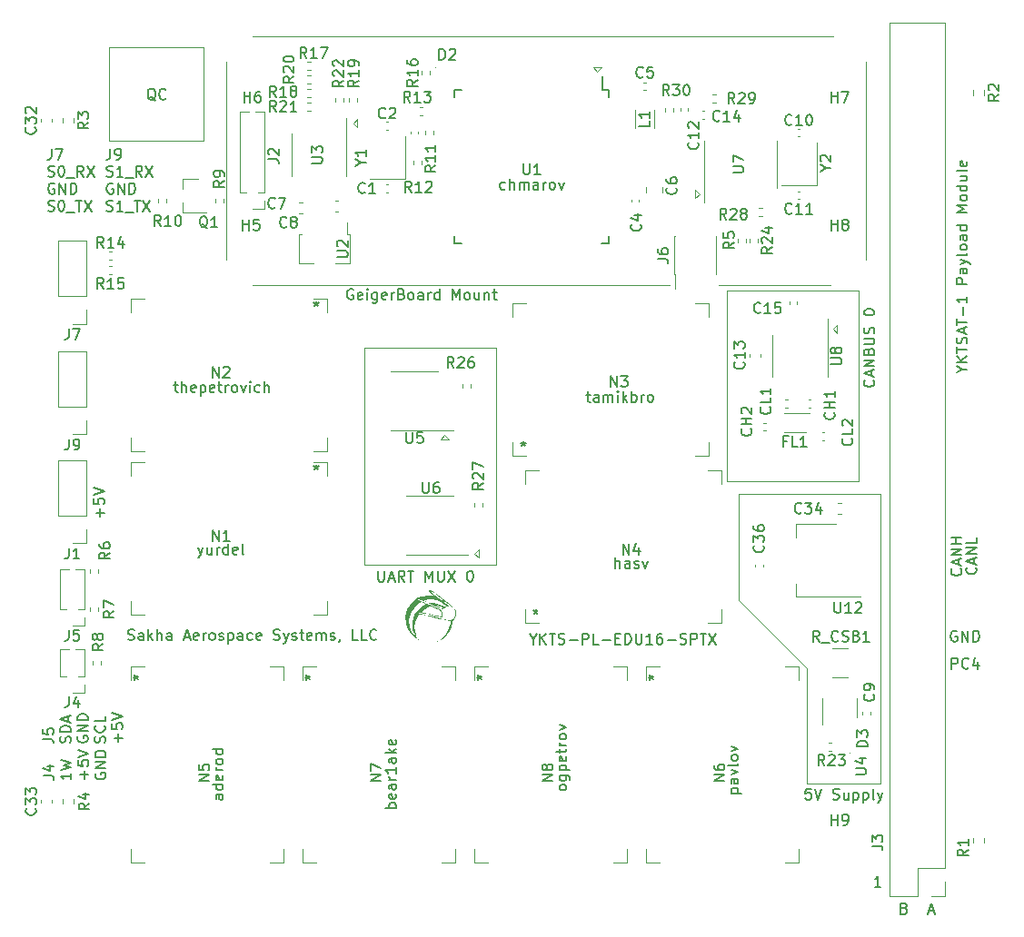
<source format=gbr>
%TF.GenerationSoftware,KiCad,Pcbnew,(6.0.0)*%
%TF.CreationDate,2022-01-28T18:17:18+09:00*%
%TF.ProjectId,ykts-payload,796b7473-2d70-4617-996c-6f61642e6b69,A3*%
%TF.SameCoordinates,Original*%
%TF.FileFunction,Legend,Top*%
%TF.FilePolarity,Positive*%
%FSLAX46Y46*%
G04 Gerber Fmt 4.6, Leading zero omitted, Abs format (unit mm)*
G04 Created by KiCad (PCBNEW (6.0.0)) date 2022-01-28 18:17:18*
%MOMM*%
%LPD*%
G01*
G04 APERTURE LIST*
%ADD10C,0.120000*%
%ADD11C,0.150000*%
%ADD12C,0.100000*%
G04 APERTURE END LIST*
D10*
X121158000Y-73152000D02*
X120777000Y-72771000D01*
X155575000Y-88392000D02*
X167894000Y-88392000D01*
X134112000Y-113919000D02*
X121793000Y-113919000D01*
X155575000Y-106172000D02*
X155575000Y-88392000D01*
X163068000Y-134366000D02*
X169926000Y-134366000D01*
X165227000Y-87884000D02*
X154813000Y-87884000D01*
X167894000Y-107315000D02*
X156718000Y-107315000D01*
X121793000Y-113919000D02*
X121793000Y-93726000D01*
X169926000Y-134366000D02*
X169926000Y-107315000D01*
X132461000Y-112522000D02*
X132461000Y-113284000D01*
X120777000Y-72771000D02*
X121158000Y-72390000D01*
X156718000Y-107315000D02*
X156718000Y-117221000D01*
X129286000Y-101854000D02*
X128905000Y-102235000D01*
X121158000Y-72390000D02*
X121158000Y-73152000D01*
X98044000Y-65659000D02*
X106807000Y-65659000D01*
X106807000Y-65659000D02*
X106807000Y-74422000D01*
X106807000Y-74422000D02*
X98044000Y-74422000D01*
X98044000Y-74422000D02*
X98044000Y-65659000D01*
X150241000Y-87884000D02*
X111379000Y-87884000D01*
X108966000Y-85471000D02*
X108966000Y-67056000D01*
X152654000Y-78994000D02*
X152654000Y-79756000D01*
X143510000Y-67945000D02*
X143891000Y-67564000D01*
X165481000Y-91948000D02*
X165862000Y-91567000D01*
X129667000Y-102235000D02*
X129286000Y-101854000D01*
X163068000Y-123571000D02*
X163068000Y-134366000D01*
X169926000Y-107315000D02*
X167894000Y-107315000D01*
X132461000Y-113284000D02*
X132080000Y-112903000D01*
X128905000Y-102235000D02*
X129667000Y-102235000D01*
X143891000Y-67564000D02*
X143129000Y-67564000D01*
X168529000Y-67056000D02*
X168529000Y-85471000D01*
X143129000Y-67564000D02*
X143510000Y-67945000D01*
X111379000Y-64643000D02*
X165481000Y-64643000D01*
X165862000Y-92329000D02*
X165481000Y-91948000D01*
X153035000Y-79375000D02*
X152654000Y-78994000D01*
X134112000Y-93726000D02*
X134112000Y-113919000D01*
X121920000Y-93726000D02*
X134112000Y-93726000D01*
X167894000Y-88392000D02*
X167894000Y-106172000D01*
X152654000Y-79756000D02*
X153035000Y-79375000D01*
X156718000Y-117221000D02*
X163068000Y-123571000D01*
X121793000Y-93726000D02*
X121920000Y-93726000D01*
X132080000Y-112903000D02*
X132461000Y-112522000D01*
X165862000Y-91567000D02*
X165862000Y-92329000D01*
X167894000Y-106172000D02*
X155575000Y-106172000D01*
D11*
X98157309Y-75142380D02*
X98157309Y-75856666D01*
X98109690Y-75999523D01*
X98014452Y-76094761D01*
X97871595Y-76142380D01*
X97776357Y-76142380D01*
X98681119Y-76142380D02*
X98871595Y-76142380D01*
X98966833Y-76094761D01*
X99014452Y-76047142D01*
X99109690Y-75904285D01*
X99157309Y-75713809D01*
X99157309Y-75332857D01*
X99109690Y-75237619D01*
X99062071Y-75190000D01*
X98966833Y-75142380D01*
X98776357Y-75142380D01*
X98681119Y-75190000D01*
X98633500Y-75237619D01*
X98585880Y-75332857D01*
X98585880Y-75570952D01*
X98633500Y-75666190D01*
X98681119Y-75713809D01*
X98776357Y-75761428D01*
X98966833Y-75761428D01*
X99062071Y-75713809D01*
X99109690Y-75666190D01*
X99157309Y-75570952D01*
X97823976Y-77704761D02*
X97966833Y-77752380D01*
X98204928Y-77752380D01*
X98300166Y-77704761D01*
X98347785Y-77657142D01*
X98395404Y-77561904D01*
X98395404Y-77466666D01*
X98347785Y-77371428D01*
X98300166Y-77323809D01*
X98204928Y-77276190D01*
X98014452Y-77228571D01*
X97919214Y-77180952D01*
X97871595Y-77133333D01*
X97823976Y-77038095D01*
X97823976Y-76942857D01*
X97871595Y-76847619D01*
X97919214Y-76800000D01*
X98014452Y-76752380D01*
X98252547Y-76752380D01*
X98395404Y-76800000D01*
X99347785Y-77752380D02*
X98776357Y-77752380D01*
X99062071Y-77752380D02*
X99062071Y-76752380D01*
X98966833Y-76895238D01*
X98871595Y-76990476D01*
X98776357Y-77038095D01*
X99538261Y-77847619D02*
X100300166Y-77847619D01*
X101109690Y-77752380D02*
X100776357Y-77276190D01*
X100538261Y-77752380D02*
X100538261Y-76752380D01*
X100919214Y-76752380D01*
X101014452Y-76800000D01*
X101062071Y-76847619D01*
X101109690Y-76942857D01*
X101109690Y-77085714D01*
X101062071Y-77180952D01*
X101014452Y-77228571D01*
X100919214Y-77276190D01*
X100538261Y-77276190D01*
X101443023Y-76752380D02*
X102109690Y-77752380D01*
X102109690Y-76752380D02*
X101443023Y-77752380D01*
X98395404Y-78410000D02*
X98300166Y-78362380D01*
X98157309Y-78362380D01*
X98014452Y-78410000D01*
X97919214Y-78505238D01*
X97871595Y-78600476D01*
X97823976Y-78790952D01*
X97823976Y-78933809D01*
X97871595Y-79124285D01*
X97919214Y-79219523D01*
X98014452Y-79314761D01*
X98157309Y-79362380D01*
X98252547Y-79362380D01*
X98395404Y-79314761D01*
X98443023Y-79267142D01*
X98443023Y-78933809D01*
X98252547Y-78933809D01*
X98871595Y-79362380D02*
X98871595Y-78362380D01*
X99443023Y-79362380D01*
X99443023Y-78362380D01*
X99919214Y-79362380D02*
X99919214Y-78362380D01*
X100157309Y-78362380D01*
X100300166Y-78410000D01*
X100395404Y-78505238D01*
X100443023Y-78600476D01*
X100490642Y-78790952D01*
X100490642Y-78933809D01*
X100443023Y-79124285D01*
X100395404Y-79219523D01*
X100300166Y-79314761D01*
X100157309Y-79362380D01*
X99919214Y-79362380D01*
X97823976Y-80924761D02*
X97966833Y-80972380D01*
X98204928Y-80972380D01*
X98300166Y-80924761D01*
X98347785Y-80877142D01*
X98395404Y-80781904D01*
X98395404Y-80686666D01*
X98347785Y-80591428D01*
X98300166Y-80543809D01*
X98204928Y-80496190D01*
X98014452Y-80448571D01*
X97919214Y-80400952D01*
X97871595Y-80353333D01*
X97823976Y-80258095D01*
X97823976Y-80162857D01*
X97871595Y-80067619D01*
X97919214Y-80020000D01*
X98014452Y-79972380D01*
X98252547Y-79972380D01*
X98395404Y-80020000D01*
X99347785Y-80972380D02*
X98776357Y-80972380D01*
X99062071Y-80972380D02*
X99062071Y-79972380D01*
X98966833Y-80115238D01*
X98871595Y-80210476D01*
X98776357Y-80258095D01*
X99538261Y-81067619D02*
X100300166Y-81067619D01*
X100395404Y-79972380D02*
X100966833Y-79972380D01*
X100681119Y-80972380D02*
X100681119Y-79972380D01*
X101204928Y-79972380D02*
X101871595Y-80972380D01*
X101871595Y-79972380D02*
X101204928Y-80972380D01*
X169267142Y-96726000D02*
X169314761Y-96773619D01*
X169362380Y-96916476D01*
X169362380Y-97011714D01*
X169314761Y-97154571D01*
X169219523Y-97249809D01*
X169124285Y-97297428D01*
X168933809Y-97345047D01*
X168790952Y-97345047D01*
X168600476Y-97297428D01*
X168505238Y-97249809D01*
X168410000Y-97154571D01*
X168362380Y-97011714D01*
X168362380Y-96916476D01*
X168410000Y-96773619D01*
X168457619Y-96726000D01*
X169076666Y-96345047D02*
X169076666Y-95868857D01*
X169362380Y-96440285D02*
X168362380Y-96106952D01*
X169362380Y-95773619D01*
X169362380Y-95440285D02*
X168362380Y-95440285D01*
X169362380Y-94868857D01*
X168362380Y-94868857D01*
X168838571Y-94059333D02*
X168886190Y-93916476D01*
X168933809Y-93868857D01*
X169029047Y-93821238D01*
X169171904Y-93821238D01*
X169267142Y-93868857D01*
X169314761Y-93916476D01*
X169362380Y-94011714D01*
X169362380Y-94392666D01*
X168362380Y-94392666D01*
X168362380Y-94059333D01*
X168410000Y-93964095D01*
X168457619Y-93916476D01*
X168552857Y-93868857D01*
X168648095Y-93868857D01*
X168743333Y-93916476D01*
X168790952Y-93964095D01*
X168838571Y-94059333D01*
X168838571Y-94392666D01*
X168362380Y-93392666D02*
X169171904Y-93392666D01*
X169267142Y-93345047D01*
X169314761Y-93297428D01*
X169362380Y-93202190D01*
X169362380Y-93011714D01*
X169314761Y-92916476D01*
X169267142Y-92868857D01*
X169171904Y-92821238D01*
X168362380Y-92821238D01*
X169314761Y-92392666D02*
X169362380Y-92249809D01*
X169362380Y-92011714D01*
X169314761Y-91916476D01*
X169267142Y-91868857D01*
X169171904Y-91821238D01*
X169076666Y-91821238D01*
X168981428Y-91868857D01*
X168933809Y-91916476D01*
X168886190Y-92011714D01*
X168838571Y-92202190D01*
X168790952Y-92297428D01*
X168743333Y-92345047D01*
X168648095Y-92392666D01*
X168552857Y-92392666D01*
X168457619Y-92345047D01*
X168410000Y-92297428D01*
X168362380Y-92202190D01*
X168362380Y-91964095D01*
X168410000Y-91821238D01*
X168362380Y-90440285D02*
X168362380Y-90345047D01*
X168410000Y-90249809D01*
X168457619Y-90202190D01*
X168552857Y-90154571D01*
X168743333Y-90106952D01*
X168981428Y-90106952D01*
X169171904Y-90154571D01*
X169267142Y-90202190D01*
X169314761Y-90249809D01*
X169362380Y-90345047D01*
X169362380Y-90440285D01*
X169314761Y-90535523D01*
X169267142Y-90583142D01*
X169171904Y-90630761D01*
X168981428Y-90678380D01*
X168743333Y-90678380D01*
X168552857Y-90630761D01*
X168457619Y-90583142D01*
X168410000Y-90535523D01*
X168362380Y-90440285D01*
X102369952Y-70651619D02*
X102274714Y-70604000D01*
X102179476Y-70508761D01*
X102036619Y-70365904D01*
X101941380Y-70318285D01*
X101846142Y-70318285D01*
X101893761Y-70556380D02*
X101798523Y-70508761D01*
X101703285Y-70413523D01*
X101655666Y-70223047D01*
X101655666Y-69889714D01*
X101703285Y-69699238D01*
X101798523Y-69604000D01*
X101893761Y-69556380D01*
X102084238Y-69556380D01*
X102179476Y-69604000D01*
X102274714Y-69699238D01*
X102322333Y-69889714D01*
X102322333Y-70223047D01*
X102274714Y-70413523D01*
X102179476Y-70508761D01*
X102084238Y-70556380D01*
X101893761Y-70556380D01*
X103322333Y-70461142D02*
X103274714Y-70508761D01*
X103131857Y-70556380D01*
X103036619Y-70556380D01*
X102893761Y-70508761D01*
X102798523Y-70413523D01*
X102750904Y-70318285D01*
X102703285Y-70127809D01*
X102703285Y-69984952D01*
X102750904Y-69794476D01*
X102798523Y-69699238D01*
X102893761Y-69604000D01*
X103036619Y-69556380D01*
X103131857Y-69556380D01*
X103274714Y-69604000D01*
X103322333Y-69651619D01*
X137542047Y-120880190D02*
X137542047Y-121356380D01*
X137208714Y-120356380D02*
X137542047Y-120880190D01*
X137875380Y-120356380D01*
X138208714Y-121356380D02*
X138208714Y-120356380D01*
X138780142Y-121356380D02*
X138351571Y-120784952D01*
X138780142Y-120356380D02*
X138208714Y-120927809D01*
X139065857Y-120356380D02*
X139637285Y-120356380D01*
X139351571Y-121356380D02*
X139351571Y-120356380D01*
X139923000Y-121308761D02*
X140065857Y-121356380D01*
X140303952Y-121356380D01*
X140399190Y-121308761D01*
X140446809Y-121261142D01*
X140494428Y-121165904D01*
X140494428Y-121070666D01*
X140446809Y-120975428D01*
X140399190Y-120927809D01*
X140303952Y-120880190D01*
X140113476Y-120832571D01*
X140018238Y-120784952D01*
X139970619Y-120737333D01*
X139923000Y-120642095D01*
X139923000Y-120546857D01*
X139970619Y-120451619D01*
X140018238Y-120404000D01*
X140113476Y-120356380D01*
X140351571Y-120356380D01*
X140494428Y-120404000D01*
X140923000Y-120975428D02*
X141684904Y-120975428D01*
X142161095Y-121356380D02*
X142161095Y-120356380D01*
X142542047Y-120356380D01*
X142637285Y-120404000D01*
X142684904Y-120451619D01*
X142732523Y-120546857D01*
X142732523Y-120689714D01*
X142684904Y-120784952D01*
X142637285Y-120832571D01*
X142542047Y-120880190D01*
X142161095Y-120880190D01*
X143637285Y-121356380D02*
X143161095Y-121356380D01*
X143161095Y-120356380D01*
X143970619Y-120975428D02*
X144732523Y-120975428D01*
X145208714Y-120832571D02*
X145542047Y-120832571D01*
X145684904Y-121356380D02*
X145208714Y-121356380D01*
X145208714Y-120356380D01*
X145684904Y-120356380D01*
X146113476Y-121356380D02*
X146113476Y-120356380D01*
X146351571Y-120356380D01*
X146494428Y-120404000D01*
X146589666Y-120499238D01*
X146637285Y-120594476D01*
X146684904Y-120784952D01*
X146684904Y-120927809D01*
X146637285Y-121118285D01*
X146589666Y-121213523D01*
X146494428Y-121308761D01*
X146351571Y-121356380D01*
X146113476Y-121356380D01*
X147113476Y-120356380D02*
X147113476Y-121165904D01*
X147161095Y-121261142D01*
X147208714Y-121308761D01*
X147303952Y-121356380D01*
X147494428Y-121356380D01*
X147589666Y-121308761D01*
X147637285Y-121261142D01*
X147684904Y-121165904D01*
X147684904Y-120356380D01*
X148684904Y-121356380D02*
X148113476Y-121356380D01*
X148399190Y-121356380D02*
X148399190Y-120356380D01*
X148303952Y-120499238D01*
X148208714Y-120594476D01*
X148113476Y-120642095D01*
X149542047Y-120356380D02*
X149351571Y-120356380D01*
X149256333Y-120404000D01*
X149208714Y-120451619D01*
X149113476Y-120594476D01*
X149065857Y-120784952D01*
X149065857Y-121165904D01*
X149113476Y-121261142D01*
X149161095Y-121308761D01*
X149256333Y-121356380D01*
X149446809Y-121356380D01*
X149542047Y-121308761D01*
X149589666Y-121261142D01*
X149637285Y-121165904D01*
X149637285Y-120927809D01*
X149589666Y-120832571D01*
X149542047Y-120784952D01*
X149446809Y-120737333D01*
X149256333Y-120737333D01*
X149161095Y-120784952D01*
X149113476Y-120832571D01*
X149065857Y-120927809D01*
X150065857Y-120975428D02*
X150827761Y-120975428D01*
X151256333Y-121308761D02*
X151399190Y-121356380D01*
X151637285Y-121356380D01*
X151732523Y-121308761D01*
X151780142Y-121261142D01*
X151827761Y-121165904D01*
X151827761Y-121070666D01*
X151780142Y-120975428D01*
X151732523Y-120927809D01*
X151637285Y-120880190D01*
X151446809Y-120832571D01*
X151351571Y-120784952D01*
X151303952Y-120737333D01*
X151256333Y-120642095D01*
X151256333Y-120546857D01*
X151303952Y-120451619D01*
X151351571Y-120404000D01*
X151446809Y-120356380D01*
X151684904Y-120356380D01*
X151827761Y-120404000D01*
X152256333Y-121356380D02*
X152256333Y-120356380D01*
X152637285Y-120356380D01*
X152732523Y-120404000D01*
X152780142Y-120451619D01*
X152827761Y-120546857D01*
X152827761Y-120689714D01*
X152780142Y-120784952D01*
X152732523Y-120832571D01*
X152637285Y-120880190D01*
X152256333Y-120880190D01*
X153113476Y-120356380D02*
X153684904Y-120356380D01*
X153399190Y-121356380D02*
X153399190Y-120356380D01*
X153923000Y-120356380D02*
X154589666Y-121356380D01*
X154589666Y-120356380D02*
X153923000Y-121356380D01*
X104085000Y-97194714D02*
X104465952Y-97194714D01*
X104227857Y-96861380D02*
X104227857Y-97718523D01*
X104275476Y-97813761D01*
X104370714Y-97861380D01*
X104465952Y-97861380D01*
X104799285Y-97861380D02*
X104799285Y-96861380D01*
X105227857Y-97861380D02*
X105227857Y-97337571D01*
X105180238Y-97242333D01*
X105085000Y-97194714D01*
X104942142Y-97194714D01*
X104846904Y-97242333D01*
X104799285Y-97289952D01*
X106085000Y-97813761D02*
X105989761Y-97861380D01*
X105799285Y-97861380D01*
X105704047Y-97813761D01*
X105656428Y-97718523D01*
X105656428Y-97337571D01*
X105704047Y-97242333D01*
X105799285Y-97194714D01*
X105989761Y-97194714D01*
X106085000Y-97242333D01*
X106132619Y-97337571D01*
X106132619Y-97432809D01*
X105656428Y-97528047D01*
X106561190Y-97194714D02*
X106561190Y-98194714D01*
X106561190Y-97242333D02*
X106656428Y-97194714D01*
X106846904Y-97194714D01*
X106942142Y-97242333D01*
X106989761Y-97289952D01*
X107037380Y-97385190D01*
X107037380Y-97670904D01*
X106989761Y-97766142D01*
X106942142Y-97813761D01*
X106846904Y-97861380D01*
X106656428Y-97861380D01*
X106561190Y-97813761D01*
X107846904Y-97813761D02*
X107751666Y-97861380D01*
X107561190Y-97861380D01*
X107465952Y-97813761D01*
X107418333Y-97718523D01*
X107418333Y-97337571D01*
X107465952Y-97242333D01*
X107561190Y-97194714D01*
X107751666Y-97194714D01*
X107846904Y-97242333D01*
X107894523Y-97337571D01*
X107894523Y-97432809D01*
X107418333Y-97528047D01*
X108180238Y-97194714D02*
X108561190Y-97194714D01*
X108323095Y-96861380D02*
X108323095Y-97718523D01*
X108370714Y-97813761D01*
X108465952Y-97861380D01*
X108561190Y-97861380D01*
X108894523Y-97861380D02*
X108894523Y-97194714D01*
X108894523Y-97385190D02*
X108942142Y-97289952D01*
X108989761Y-97242333D01*
X109085000Y-97194714D01*
X109180238Y-97194714D01*
X109656428Y-97861380D02*
X109561190Y-97813761D01*
X109513571Y-97766142D01*
X109465952Y-97670904D01*
X109465952Y-97385190D01*
X109513571Y-97289952D01*
X109561190Y-97242333D01*
X109656428Y-97194714D01*
X109799285Y-97194714D01*
X109894523Y-97242333D01*
X109942142Y-97289952D01*
X109989761Y-97385190D01*
X109989761Y-97670904D01*
X109942142Y-97766142D01*
X109894523Y-97813761D01*
X109799285Y-97861380D01*
X109656428Y-97861380D01*
X110323095Y-97194714D02*
X110561190Y-97861380D01*
X110799285Y-97194714D01*
X111180238Y-97861380D02*
X111180238Y-97194714D01*
X111180238Y-96861380D02*
X111132619Y-96909000D01*
X111180238Y-96956619D01*
X111227857Y-96909000D01*
X111180238Y-96861380D01*
X111180238Y-96956619D01*
X112085000Y-97813761D02*
X111989761Y-97861380D01*
X111799285Y-97861380D01*
X111704047Y-97813761D01*
X111656428Y-97766142D01*
X111608809Y-97670904D01*
X111608809Y-97385190D01*
X111656428Y-97289952D01*
X111704047Y-97242333D01*
X111799285Y-97194714D01*
X111989761Y-97194714D01*
X112085000Y-97242333D01*
X112513571Y-97861380D02*
X112513571Y-96861380D01*
X112942142Y-97861380D02*
X112942142Y-97337571D01*
X112894523Y-97242333D01*
X112799285Y-97194714D01*
X112656428Y-97194714D01*
X112561190Y-97242333D01*
X112513571Y-97289952D01*
X120769857Y-88273000D02*
X120674619Y-88225380D01*
X120531761Y-88225380D01*
X120388904Y-88273000D01*
X120293666Y-88368238D01*
X120246047Y-88463476D01*
X120198428Y-88653952D01*
X120198428Y-88796809D01*
X120246047Y-88987285D01*
X120293666Y-89082523D01*
X120388904Y-89177761D01*
X120531761Y-89225380D01*
X120627000Y-89225380D01*
X120769857Y-89177761D01*
X120817476Y-89130142D01*
X120817476Y-88796809D01*
X120627000Y-88796809D01*
X121627000Y-89177761D02*
X121531761Y-89225380D01*
X121341285Y-89225380D01*
X121246047Y-89177761D01*
X121198428Y-89082523D01*
X121198428Y-88701571D01*
X121246047Y-88606333D01*
X121341285Y-88558714D01*
X121531761Y-88558714D01*
X121627000Y-88606333D01*
X121674619Y-88701571D01*
X121674619Y-88796809D01*
X121198428Y-88892047D01*
X122103190Y-89225380D02*
X122103190Y-88558714D01*
X122103190Y-88225380D02*
X122055571Y-88273000D01*
X122103190Y-88320619D01*
X122150809Y-88273000D01*
X122103190Y-88225380D01*
X122103190Y-88320619D01*
X123007952Y-88558714D02*
X123007952Y-89368238D01*
X122960333Y-89463476D01*
X122912714Y-89511095D01*
X122817476Y-89558714D01*
X122674619Y-89558714D01*
X122579380Y-89511095D01*
X123007952Y-89177761D02*
X122912714Y-89225380D01*
X122722238Y-89225380D01*
X122627000Y-89177761D01*
X122579380Y-89130142D01*
X122531761Y-89034904D01*
X122531761Y-88749190D01*
X122579380Y-88653952D01*
X122627000Y-88606333D01*
X122722238Y-88558714D01*
X122912714Y-88558714D01*
X123007952Y-88606333D01*
X123865095Y-89177761D02*
X123769857Y-89225380D01*
X123579380Y-89225380D01*
X123484142Y-89177761D01*
X123436523Y-89082523D01*
X123436523Y-88701571D01*
X123484142Y-88606333D01*
X123579380Y-88558714D01*
X123769857Y-88558714D01*
X123865095Y-88606333D01*
X123912714Y-88701571D01*
X123912714Y-88796809D01*
X123436523Y-88892047D01*
X124341285Y-89225380D02*
X124341285Y-88558714D01*
X124341285Y-88749190D02*
X124388904Y-88653952D01*
X124436523Y-88606333D01*
X124531761Y-88558714D01*
X124627000Y-88558714D01*
X125293666Y-88701571D02*
X125436523Y-88749190D01*
X125484142Y-88796809D01*
X125531761Y-88892047D01*
X125531761Y-89034904D01*
X125484142Y-89130142D01*
X125436523Y-89177761D01*
X125341285Y-89225380D01*
X124960333Y-89225380D01*
X124960333Y-88225380D01*
X125293666Y-88225380D01*
X125388904Y-88273000D01*
X125436523Y-88320619D01*
X125484142Y-88415857D01*
X125484142Y-88511095D01*
X125436523Y-88606333D01*
X125388904Y-88653952D01*
X125293666Y-88701571D01*
X124960333Y-88701571D01*
X126103190Y-89225380D02*
X126007952Y-89177761D01*
X125960333Y-89130142D01*
X125912714Y-89034904D01*
X125912714Y-88749190D01*
X125960333Y-88653952D01*
X126007952Y-88606333D01*
X126103190Y-88558714D01*
X126246047Y-88558714D01*
X126341285Y-88606333D01*
X126388904Y-88653952D01*
X126436523Y-88749190D01*
X126436523Y-89034904D01*
X126388904Y-89130142D01*
X126341285Y-89177761D01*
X126246047Y-89225380D01*
X126103190Y-89225380D01*
X127293666Y-89225380D02*
X127293666Y-88701571D01*
X127246047Y-88606333D01*
X127150809Y-88558714D01*
X126960333Y-88558714D01*
X126865095Y-88606333D01*
X127293666Y-89177761D02*
X127198428Y-89225380D01*
X126960333Y-89225380D01*
X126865095Y-89177761D01*
X126817476Y-89082523D01*
X126817476Y-88987285D01*
X126865095Y-88892047D01*
X126960333Y-88844428D01*
X127198428Y-88844428D01*
X127293666Y-88796809D01*
X127769857Y-89225380D02*
X127769857Y-88558714D01*
X127769857Y-88749190D02*
X127817476Y-88653952D01*
X127865095Y-88606333D01*
X127960333Y-88558714D01*
X128055571Y-88558714D01*
X128817476Y-89225380D02*
X128817476Y-88225380D01*
X128817476Y-89177761D02*
X128722238Y-89225380D01*
X128531761Y-89225380D01*
X128436523Y-89177761D01*
X128388904Y-89130142D01*
X128341285Y-89034904D01*
X128341285Y-88749190D01*
X128388904Y-88653952D01*
X128436523Y-88606333D01*
X128531761Y-88558714D01*
X128722238Y-88558714D01*
X128817476Y-88606333D01*
X130055571Y-89225380D02*
X130055571Y-88225380D01*
X130388904Y-88939666D01*
X130722238Y-88225380D01*
X130722238Y-89225380D01*
X131341285Y-89225380D02*
X131246047Y-89177761D01*
X131198428Y-89130142D01*
X131150809Y-89034904D01*
X131150809Y-88749190D01*
X131198428Y-88653952D01*
X131246047Y-88606333D01*
X131341285Y-88558714D01*
X131484142Y-88558714D01*
X131579380Y-88606333D01*
X131627000Y-88653952D01*
X131674619Y-88749190D01*
X131674619Y-89034904D01*
X131627000Y-89130142D01*
X131579380Y-89177761D01*
X131484142Y-89225380D01*
X131341285Y-89225380D01*
X132531761Y-88558714D02*
X132531761Y-89225380D01*
X132103190Y-88558714D02*
X132103190Y-89082523D01*
X132150809Y-89177761D01*
X132246047Y-89225380D01*
X132388904Y-89225380D01*
X132484142Y-89177761D01*
X132531761Y-89130142D01*
X133007952Y-88558714D02*
X133007952Y-89225380D01*
X133007952Y-88653952D02*
X133055571Y-88606333D01*
X133150809Y-88558714D01*
X133293666Y-88558714D01*
X133388904Y-88606333D01*
X133436523Y-88701571D01*
X133436523Y-89225380D01*
X133769857Y-88558714D02*
X134150809Y-88558714D01*
X133912714Y-88225380D02*
X133912714Y-89082523D01*
X133960333Y-89177761D01*
X134055571Y-89225380D01*
X134150809Y-89225380D01*
X91906380Y-133617690D02*
X92620666Y-133617690D01*
X92763523Y-133665309D01*
X92858761Y-133760547D01*
X92906380Y-133903404D01*
X92906380Y-133998642D01*
X92239714Y-132712928D02*
X92906380Y-132712928D01*
X91858761Y-132951023D02*
X92573047Y-133189119D01*
X92573047Y-132570071D01*
X94516380Y-133379595D02*
X94516380Y-133951023D01*
X94516380Y-133665309D02*
X93516380Y-133665309D01*
X93659238Y-133760547D01*
X93754476Y-133855785D01*
X93802095Y-133951023D01*
X93516380Y-133046261D02*
X94516380Y-132808166D01*
X93802095Y-132617690D01*
X94516380Y-132427214D01*
X93516380Y-132189119D01*
X95745428Y-133903404D02*
X95745428Y-133141500D01*
X96126380Y-133522452D02*
X95364476Y-133522452D01*
X95126380Y-132189119D02*
X95126380Y-132665309D01*
X95602571Y-132712928D01*
X95554952Y-132665309D01*
X95507333Y-132570071D01*
X95507333Y-132331976D01*
X95554952Y-132236738D01*
X95602571Y-132189119D01*
X95697809Y-132141500D01*
X95935904Y-132141500D01*
X96031142Y-132189119D01*
X96078761Y-132236738D01*
X96126380Y-132331976D01*
X96126380Y-132570071D01*
X96078761Y-132665309D01*
X96031142Y-132712928D01*
X95126380Y-131855785D02*
X96126380Y-131522452D01*
X95126380Y-131189119D01*
X96784000Y-133379595D02*
X96736380Y-133474833D01*
X96736380Y-133617690D01*
X96784000Y-133760547D01*
X96879238Y-133855785D01*
X96974476Y-133903404D01*
X97164952Y-133951023D01*
X97307809Y-133951023D01*
X97498285Y-133903404D01*
X97593523Y-133855785D01*
X97688761Y-133760547D01*
X97736380Y-133617690D01*
X97736380Y-133522452D01*
X97688761Y-133379595D01*
X97641142Y-133331976D01*
X97307809Y-133331976D01*
X97307809Y-133522452D01*
X97736380Y-132903404D02*
X96736380Y-132903404D01*
X97736380Y-132331976D01*
X96736380Y-132331976D01*
X97736380Y-131855785D02*
X96736380Y-131855785D01*
X96736380Y-131617690D01*
X96784000Y-131474833D01*
X96879238Y-131379595D01*
X96974476Y-131331976D01*
X97164952Y-131284357D01*
X97307809Y-131284357D01*
X97498285Y-131331976D01*
X97593523Y-131379595D01*
X97688761Y-131474833D01*
X97736380Y-131617690D01*
X97736380Y-131855785D01*
X177038095Y-120150000D02*
X176942857Y-120102380D01*
X176800000Y-120102380D01*
X176657142Y-120150000D01*
X176561904Y-120245238D01*
X176514285Y-120340476D01*
X176466666Y-120530952D01*
X176466666Y-120673809D01*
X176514285Y-120864285D01*
X176561904Y-120959523D01*
X176657142Y-121054761D01*
X176800000Y-121102380D01*
X176895238Y-121102380D01*
X177038095Y-121054761D01*
X177085714Y-121007142D01*
X177085714Y-120673809D01*
X176895238Y-120673809D01*
X177514285Y-121102380D02*
X177514285Y-120102380D01*
X178085714Y-121102380D01*
X178085714Y-120102380D01*
X178561904Y-121102380D02*
X178561904Y-120102380D01*
X178800000Y-120102380D01*
X178942857Y-120150000D01*
X179038095Y-120245238D01*
X179085714Y-120340476D01*
X179133333Y-120530952D01*
X179133333Y-120673809D01*
X179085714Y-120864285D01*
X179038095Y-120959523D01*
X178942857Y-121054761D01*
X178800000Y-121102380D01*
X178561904Y-121102380D01*
X134937809Y-78890761D02*
X134842571Y-78938380D01*
X134652095Y-78938380D01*
X134556857Y-78890761D01*
X134509238Y-78843142D01*
X134461619Y-78747904D01*
X134461619Y-78462190D01*
X134509238Y-78366952D01*
X134556857Y-78319333D01*
X134652095Y-78271714D01*
X134842571Y-78271714D01*
X134937809Y-78319333D01*
X135366380Y-78938380D02*
X135366380Y-77938380D01*
X135794952Y-78938380D02*
X135794952Y-78414571D01*
X135747333Y-78319333D01*
X135652095Y-78271714D01*
X135509238Y-78271714D01*
X135414000Y-78319333D01*
X135366380Y-78366952D01*
X136271142Y-78938380D02*
X136271142Y-78271714D01*
X136271142Y-78366952D02*
X136318761Y-78319333D01*
X136414000Y-78271714D01*
X136556857Y-78271714D01*
X136652095Y-78319333D01*
X136699714Y-78414571D01*
X136699714Y-78938380D01*
X136699714Y-78414571D02*
X136747333Y-78319333D01*
X136842571Y-78271714D01*
X136985428Y-78271714D01*
X137080666Y-78319333D01*
X137128285Y-78414571D01*
X137128285Y-78938380D01*
X138033047Y-78938380D02*
X138033047Y-78414571D01*
X137985428Y-78319333D01*
X137890190Y-78271714D01*
X137699714Y-78271714D01*
X137604476Y-78319333D01*
X138033047Y-78890761D02*
X137937809Y-78938380D01*
X137699714Y-78938380D01*
X137604476Y-78890761D01*
X137556857Y-78795523D01*
X137556857Y-78700285D01*
X137604476Y-78605047D01*
X137699714Y-78557428D01*
X137937809Y-78557428D01*
X138033047Y-78509809D01*
X138509238Y-78938380D02*
X138509238Y-78271714D01*
X138509238Y-78462190D02*
X138556857Y-78366952D01*
X138604476Y-78319333D01*
X138699714Y-78271714D01*
X138794952Y-78271714D01*
X139271142Y-78938380D02*
X139175904Y-78890761D01*
X139128285Y-78843142D01*
X139080666Y-78747904D01*
X139080666Y-78462190D01*
X139128285Y-78366952D01*
X139175904Y-78319333D01*
X139271142Y-78271714D01*
X139414000Y-78271714D01*
X139509238Y-78319333D01*
X139556857Y-78366952D01*
X139604476Y-78462190D01*
X139604476Y-78747904D01*
X139556857Y-78843142D01*
X139509238Y-78890761D01*
X139414000Y-78938380D01*
X139271142Y-78938380D01*
X139937809Y-78271714D02*
X140175904Y-78938380D01*
X140414000Y-78271714D01*
X163449380Y-134834380D02*
X162973190Y-134834380D01*
X162925571Y-135310571D01*
X162973190Y-135262952D01*
X163068428Y-135215333D01*
X163306523Y-135215333D01*
X163401761Y-135262952D01*
X163449380Y-135310571D01*
X163497000Y-135405809D01*
X163497000Y-135643904D01*
X163449380Y-135739142D01*
X163401761Y-135786761D01*
X163306523Y-135834380D01*
X163068428Y-135834380D01*
X162973190Y-135786761D01*
X162925571Y-135739142D01*
X163782714Y-134834380D02*
X164116047Y-135834380D01*
X164449380Y-134834380D01*
X165497000Y-135786761D02*
X165639857Y-135834380D01*
X165877952Y-135834380D01*
X165973190Y-135786761D01*
X166020809Y-135739142D01*
X166068428Y-135643904D01*
X166068428Y-135548666D01*
X166020809Y-135453428D01*
X165973190Y-135405809D01*
X165877952Y-135358190D01*
X165687476Y-135310571D01*
X165592238Y-135262952D01*
X165544619Y-135215333D01*
X165497000Y-135120095D01*
X165497000Y-135024857D01*
X165544619Y-134929619D01*
X165592238Y-134882000D01*
X165687476Y-134834380D01*
X165925571Y-134834380D01*
X166068428Y-134882000D01*
X166925571Y-135167714D02*
X166925571Y-135834380D01*
X166497000Y-135167714D02*
X166497000Y-135691523D01*
X166544619Y-135786761D01*
X166639857Y-135834380D01*
X166782714Y-135834380D01*
X166877952Y-135786761D01*
X166925571Y-135739142D01*
X167401761Y-135167714D02*
X167401761Y-136167714D01*
X167401761Y-135215333D02*
X167497000Y-135167714D01*
X167687476Y-135167714D01*
X167782714Y-135215333D01*
X167830333Y-135262952D01*
X167877952Y-135358190D01*
X167877952Y-135643904D01*
X167830333Y-135739142D01*
X167782714Y-135786761D01*
X167687476Y-135834380D01*
X167497000Y-135834380D01*
X167401761Y-135786761D01*
X168306523Y-135167714D02*
X168306523Y-136167714D01*
X168306523Y-135215333D02*
X168401761Y-135167714D01*
X168592238Y-135167714D01*
X168687476Y-135215333D01*
X168735095Y-135262952D01*
X168782714Y-135358190D01*
X168782714Y-135643904D01*
X168735095Y-135739142D01*
X168687476Y-135786761D01*
X168592238Y-135834380D01*
X168401761Y-135834380D01*
X168306523Y-135786761D01*
X169354142Y-135834380D02*
X169258904Y-135786761D01*
X169211285Y-135691523D01*
X169211285Y-134834380D01*
X169639857Y-135167714D02*
X169877952Y-135834380D01*
X170116047Y-135167714D02*
X169877952Y-135834380D01*
X169782714Y-136072476D01*
X169735095Y-136120095D01*
X169639857Y-136167714D01*
X108656380Y-135357952D02*
X108132571Y-135357952D01*
X108037333Y-135405571D01*
X107989714Y-135500809D01*
X107989714Y-135691285D01*
X108037333Y-135786523D01*
X108608761Y-135357952D02*
X108656380Y-135453190D01*
X108656380Y-135691285D01*
X108608761Y-135786523D01*
X108513523Y-135834142D01*
X108418285Y-135834142D01*
X108323047Y-135786523D01*
X108275428Y-135691285D01*
X108275428Y-135453190D01*
X108227809Y-135357952D01*
X108656380Y-134453190D02*
X107656380Y-134453190D01*
X108608761Y-134453190D02*
X108656380Y-134548428D01*
X108656380Y-134738904D01*
X108608761Y-134834142D01*
X108561142Y-134881761D01*
X108465904Y-134929380D01*
X108180190Y-134929380D01*
X108084952Y-134881761D01*
X108037333Y-134834142D01*
X107989714Y-134738904D01*
X107989714Y-134548428D01*
X108037333Y-134453190D01*
X108608761Y-133596047D02*
X108656380Y-133691285D01*
X108656380Y-133881761D01*
X108608761Y-133977000D01*
X108513523Y-134024619D01*
X108132571Y-134024619D01*
X108037333Y-133977000D01*
X107989714Y-133881761D01*
X107989714Y-133691285D01*
X108037333Y-133596047D01*
X108132571Y-133548428D01*
X108227809Y-133548428D01*
X108323047Y-134024619D01*
X108656380Y-133119857D02*
X107989714Y-133119857D01*
X108180190Y-133119857D02*
X108084952Y-133072238D01*
X108037333Y-133024619D01*
X107989714Y-132929380D01*
X107989714Y-132834142D01*
X108656380Y-132357952D02*
X108608761Y-132453190D01*
X108561142Y-132500809D01*
X108465904Y-132548428D01*
X108180190Y-132548428D01*
X108084952Y-132500809D01*
X108037333Y-132453190D01*
X107989714Y-132357952D01*
X107989714Y-132215095D01*
X108037333Y-132119857D01*
X108084952Y-132072238D01*
X108180190Y-132024619D01*
X108465904Y-132024619D01*
X108561142Y-132072238D01*
X108608761Y-132119857D01*
X108656380Y-132215095D01*
X108656380Y-132357952D01*
X108656380Y-131167476D02*
X107656380Y-131167476D01*
X108608761Y-131167476D02*
X108656380Y-131262714D01*
X108656380Y-131453190D01*
X108608761Y-131548428D01*
X108561142Y-131596047D01*
X108465904Y-131643666D01*
X108180190Y-131643666D01*
X108084952Y-131596047D01*
X108037333Y-131548428D01*
X107989714Y-131453190D01*
X107989714Y-131262714D01*
X108037333Y-131167476D01*
X97226428Y-109489714D02*
X97226428Y-108727809D01*
X97607380Y-109108761D02*
X96845476Y-109108761D01*
X96607380Y-107775428D02*
X96607380Y-108251619D01*
X97083571Y-108299238D01*
X97035952Y-108251619D01*
X96988333Y-108156380D01*
X96988333Y-107918285D01*
X97035952Y-107823047D01*
X97083571Y-107775428D01*
X97178809Y-107727809D01*
X97416904Y-107727809D01*
X97512142Y-107775428D01*
X97559761Y-107823047D01*
X97607380Y-107918285D01*
X97607380Y-108156380D01*
X97559761Y-108251619D01*
X97512142Y-108299238D01*
X96607380Y-107442095D02*
X97607380Y-107108761D01*
X96607380Y-106775428D01*
X106315142Y-112307714D02*
X106553238Y-112974380D01*
X106791333Y-112307714D02*
X106553238Y-112974380D01*
X106458000Y-113212476D01*
X106410380Y-113260095D01*
X106315142Y-113307714D01*
X107600857Y-112307714D02*
X107600857Y-112974380D01*
X107172285Y-112307714D02*
X107172285Y-112831523D01*
X107219904Y-112926761D01*
X107315142Y-112974380D01*
X107458000Y-112974380D01*
X107553238Y-112926761D01*
X107600857Y-112879142D01*
X108077047Y-112974380D02*
X108077047Y-112307714D01*
X108077047Y-112498190D02*
X108124666Y-112402952D01*
X108172285Y-112355333D01*
X108267523Y-112307714D01*
X108362761Y-112307714D01*
X109124666Y-112974380D02*
X109124666Y-111974380D01*
X109124666Y-112926761D02*
X109029428Y-112974380D01*
X108838952Y-112974380D01*
X108743714Y-112926761D01*
X108696095Y-112879142D01*
X108648476Y-112783904D01*
X108648476Y-112498190D01*
X108696095Y-112402952D01*
X108743714Y-112355333D01*
X108838952Y-112307714D01*
X109029428Y-112307714D01*
X109124666Y-112355333D01*
X109981809Y-112926761D02*
X109886571Y-112974380D01*
X109696095Y-112974380D01*
X109600857Y-112926761D01*
X109553238Y-112831523D01*
X109553238Y-112450571D01*
X109600857Y-112355333D01*
X109696095Y-112307714D01*
X109886571Y-112307714D01*
X109981809Y-112355333D01*
X110029428Y-112450571D01*
X110029428Y-112545809D01*
X109553238Y-112641047D01*
X110600857Y-112974380D02*
X110505619Y-112926761D01*
X110458000Y-112831523D01*
X110458000Y-111974380D01*
X145232619Y-114244380D02*
X145232619Y-113244380D01*
X145661190Y-114244380D02*
X145661190Y-113720571D01*
X145613571Y-113625333D01*
X145518333Y-113577714D01*
X145375476Y-113577714D01*
X145280238Y-113625333D01*
X145232619Y-113672952D01*
X146565952Y-114244380D02*
X146565952Y-113720571D01*
X146518333Y-113625333D01*
X146423095Y-113577714D01*
X146232619Y-113577714D01*
X146137380Y-113625333D01*
X146565952Y-114196761D02*
X146470714Y-114244380D01*
X146232619Y-114244380D01*
X146137380Y-114196761D01*
X146089761Y-114101523D01*
X146089761Y-114006285D01*
X146137380Y-113911047D01*
X146232619Y-113863428D01*
X146470714Y-113863428D01*
X146565952Y-113815809D01*
X146994523Y-114196761D02*
X147089761Y-114244380D01*
X147280238Y-114244380D01*
X147375476Y-114196761D01*
X147423095Y-114101523D01*
X147423095Y-114053904D01*
X147375476Y-113958666D01*
X147280238Y-113911047D01*
X147137380Y-113911047D01*
X147042142Y-113863428D01*
X146994523Y-113768190D01*
X146994523Y-113720571D01*
X147042142Y-113625333D01*
X147137380Y-113577714D01*
X147280238Y-113577714D01*
X147375476Y-113625333D01*
X147756428Y-113577714D02*
X147994523Y-114244380D01*
X148232619Y-113577714D01*
X178792142Y-114204619D02*
X178839761Y-114252238D01*
X178887380Y-114395095D01*
X178887380Y-114490333D01*
X178839761Y-114633190D01*
X178744523Y-114728428D01*
X178649285Y-114776047D01*
X178458809Y-114823666D01*
X178315952Y-114823666D01*
X178125476Y-114776047D01*
X178030238Y-114728428D01*
X177935000Y-114633190D01*
X177887380Y-114490333D01*
X177887380Y-114395095D01*
X177935000Y-114252238D01*
X177982619Y-114204619D01*
X178601666Y-113823666D02*
X178601666Y-113347476D01*
X178887380Y-113918904D02*
X177887380Y-113585571D01*
X178887380Y-113252238D01*
X178887380Y-112918904D02*
X177887380Y-112918904D01*
X178887380Y-112347476D01*
X177887380Y-112347476D01*
X178887380Y-111395095D02*
X178887380Y-111871285D01*
X177887380Y-111871285D01*
X124785380Y-136643666D02*
X123785380Y-136643666D01*
X124166333Y-136643666D02*
X124118714Y-136548428D01*
X124118714Y-136357952D01*
X124166333Y-136262714D01*
X124213952Y-136215095D01*
X124309190Y-136167476D01*
X124594904Y-136167476D01*
X124690142Y-136215095D01*
X124737761Y-136262714D01*
X124785380Y-136357952D01*
X124785380Y-136548428D01*
X124737761Y-136643666D01*
X124737761Y-135357952D02*
X124785380Y-135453190D01*
X124785380Y-135643666D01*
X124737761Y-135738904D01*
X124642523Y-135786523D01*
X124261571Y-135786523D01*
X124166333Y-135738904D01*
X124118714Y-135643666D01*
X124118714Y-135453190D01*
X124166333Y-135357952D01*
X124261571Y-135310333D01*
X124356809Y-135310333D01*
X124452047Y-135786523D01*
X124785380Y-134453190D02*
X124261571Y-134453190D01*
X124166333Y-134500809D01*
X124118714Y-134596047D01*
X124118714Y-134786523D01*
X124166333Y-134881761D01*
X124737761Y-134453190D02*
X124785380Y-134548428D01*
X124785380Y-134786523D01*
X124737761Y-134881761D01*
X124642523Y-134929380D01*
X124547285Y-134929380D01*
X124452047Y-134881761D01*
X124404428Y-134786523D01*
X124404428Y-134548428D01*
X124356809Y-134453190D01*
X124785380Y-133977000D02*
X124118714Y-133977000D01*
X124309190Y-133977000D02*
X124213952Y-133929380D01*
X124166333Y-133881761D01*
X124118714Y-133786523D01*
X124118714Y-133691285D01*
X124785380Y-132834142D02*
X124785380Y-133405571D01*
X124785380Y-133119857D02*
X123785380Y-133119857D01*
X123928238Y-133215095D01*
X124023476Y-133310333D01*
X124071095Y-133405571D01*
X124785380Y-131977000D02*
X124261571Y-131977000D01*
X124166333Y-132024619D01*
X124118714Y-132119857D01*
X124118714Y-132310333D01*
X124166333Y-132405571D01*
X124737761Y-131977000D02*
X124785380Y-132072238D01*
X124785380Y-132310333D01*
X124737761Y-132405571D01*
X124642523Y-132453190D01*
X124547285Y-132453190D01*
X124452047Y-132405571D01*
X124404428Y-132310333D01*
X124404428Y-132072238D01*
X124356809Y-131977000D01*
X124785380Y-131500809D02*
X123785380Y-131500809D01*
X124404428Y-131405571D02*
X124785380Y-131119857D01*
X124118714Y-131119857D02*
X124499666Y-131500809D01*
X124737761Y-130310333D02*
X124785380Y-130405571D01*
X124785380Y-130596047D01*
X124737761Y-130691285D01*
X124642523Y-130738904D01*
X124261571Y-130738904D01*
X124166333Y-130691285D01*
X124118714Y-130596047D01*
X124118714Y-130405571D01*
X124166333Y-130310333D01*
X124261571Y-130262714D01*
X124356809Y-130262714D01*
X124452047Y-130738904D01*
X91863380Y-130188690D02*
X92577666Y-130188690D01*
X92720523Y-130236309D01*
X92815761Y-130331547D01*
X92863380Y-130474404D01*
X92863380Y-130569642D01*
X91863380Y-129236309D02*
X91863380Y-129712500D01*
X92339571Y-129760119D01*
X92291952Y-129712500D01*
X92244333Y-129617261D01*
X92244333Y-129379166D01*
X92291952Y-129283928D01*
X92339571Y-129236309D01*
X92434809Y-129188690D01*
X92672904Y-129188690D01*
X92768142Y-129236309D01*
X92815761Y-129283928D01*
X92863380Y-129379166D01*
X92863380Y-129617261D01*
X92815761Y-129712500D01*
X92768142Y-129760119D01*
X94425761Y-130522023D02*
X94473380Y-130379166D01*
X94473380Y-130141071D01*
X94425761Y-130045833D01*
X94378142Y-129998214D01*
X94282904Y-129950595D01*
X94187666Y-129950595D01*
X94092428Y-129998214D01*
X94044809Y-130045833D01*
X93997190Y-130141071D01*
X93949571Y-130331547D01*
X93901952Y-130426785D01*
X93854333Y-130474404D01*
X93759095Y-130522023D01*
X93663857Y-130522023D01*
X93568619Y-130474404D01*
X93521000Y-130426785D01*
X93473380Y-130331547D01*
X93473380Y-130093452D01*
X93521000Y-129950595D01*
X94473380Y-129522023D02*
X93473380Y-129522023D01*
X93473380Y-129283928D01*
X93521000Y-129141071D01*
X93616238Y-129045833D01*
X93711476Y-128998214D01*
X93901952Y-128950595D01*
X94044809Y-128950595D01*
X94235285Y-128998214D01*
X94330523Y-129045833D01*
X94425761Y-129141071D01*
X94473380Y-129283928D01*
X94473380Y-129522023D01*
X94187666Y-128569642D02*
X94187666Y-128093452D01*
X94473380Y-128664880D02*
X93473380Y-128331547D01*
X94473380Y-127998214D01*
X95131000Y-129950595D02*
X95083380Y-130045833D01*
X95083380Y-130188690D01*
X95131000Y-130331547D01*
X95226238Y-130426785D01*
X95321476Y-130474404D01*
X95511952Y-130522023D01*
X95654809Y-130522023D01*
X95845285Y-130474404D01*
X95940523Y-130426785D01*
X96035761Y-130331547D01*
X96083380Y-130188690D01*
X96083380Y-130093452D01*
X96035761Y-129950595D01*
X95988142Y-129902976D01*
X95654809Y-129902976D01*
X95654809Y-130093452D01*
X96083380Y-129474404D02*
X95083380Y-129474404D01*
X96083380Y-128902976D01*
X95083380Y-128902976D01*
X96083380Y-128426785D02*
X95083380Y-128426785D01*
X95083380Y-128188690D01*
X95131000Y-128045833D01*
X95226238Y-127950595D01*
X95321476Y-127902976D01*
X95511952Y-127855357D01*
X95654809Y-127855357D01*
X95845285Y-127902976D01*
X95940523Y-127950595D01*
X96035761Y-128045833D01*
X96083380Y-128188690D01*
X96083380Y-128426785D01*
X97645761Y-130522023D02*
X97693380Y-130379166D01*
X97693380Y-130141071D01*
X97645761Y-130045833D01*
X97598142Y-129998214D01*
X97502904Y-129950595D01*
X97407666Y-129950595D01*
X97312428Y-129998214D01*
X97264809Y-130045833D01*
X97217190Y-130141071D01*
X97169571Y-130331547D01*
X97121952Y-130426785D01*
X97074333Y-130474404D01*
X96979095Y-130522023D01*
X96883857Y-130522023D01*
X96788619Y-130474404D01*
X96741000Y-130426785D01*
X96693380Y-130331547D01*
X96693380Y-130093452D01*
X96741000Y-129950595D01*
X97598142Y-128950595D02*
X97645761Y-128998214D01*
X97693380Y-129141071D01*
X97693380Y-129236309D01*
X97645761Y-129379166D01*
X97550523Y-129474404D01*
X97455285Y-129522023D01*
X97264809Y-129569642D01*
X97121952Y-129569642D01*
X96931476Y-129522023D01*
X96836238Y-129474404D01*
X96741000Y-129379166D01*
X96693380Y-129236309D01*
X96693380Y-129141071D01*
X96741000Y-128998214D01*
X96788619Y-128950595D01*
X97693380Y-128045833D02*
X97693380Y-128522023D01*
X96693380Y-128522023D01*
X98922428Y-130474404D02*
X98922428Y-129712500D01*
X99303380Y-130093452D02*
X98541476Y-130093452D01*
X98303380Y-128760119D02*
X98303380Y-129236309D01*
X98779571Y-129283928D01*
X98731952Y-129236309D01*
X98684333Y-129141071D01*
X98684333Y-128902976D01*
X98731952Y-128807738D01*
X98779571Y-128760119D01*
X98874809Y-128712500D01*
X99112904Y-128712500D01*
X99208142Y-128760119D01*
X99255761Y-128807738D01*
X99303380Y-128902976D01*
X99303380Y-129141071D01*
X99255761Y-129236309D01*
X99208142Y-129283928D01*
X98303380Y-128426785D02*
X99303380Y-128093452D01*
X98303380Y-127760119D01*
X169957714Y-143962380D02*
X169386285Y-143962380D01*
X169672000Y-143962380D02*
X169672000Y-142962380D01*
X169576761Y-143105238D01*
X169481523Y-143200476D01*
X169386285Y-143248095D01*
X92696309Y-75142380D02*
X92696309Y-75856666D01*
X92648690Y-75999523D01*
X92553452Y-76094761D01*
X92410595Y-76142380D01*
X92315357Y-76142380D01*
X93077261Y-75142380D02*
X93743928Y-75142380D01*
X93315357Y-76142380D01*
X92362976Y-77704761D02*
X92505833Y-77752380D01*
X92743928Y-77752380D01*
X92839166Y-77704761D01*
X92886785Y-77657142D01*
X92934404Y-77561904D01*
X92934404Y-77466666D01*
X92886785Y-77371428D01*
X92839166Y-77323809D01*
X92743928Y-77276190D01*
X92553452Y-77228571D01*
X92458214Y-77180952D01*
X92410595Y-77133333D01*
X92362976Y-77038095D01*
X92362976Y-76942857D01*
X92410595Y-76847619D01*
X92458214Y-76800000D01*
X92553452Y-76752380D01*
X92791547Y-76752380D01*
X92934404Y-76800000D01*
X93553452Y-76752380D02*
X93648690Y-76752380D01*
X93743928Y-76800000D01*
X93791547Y-76847619D01*
X93839166Y-76942857D01*
X93886785Y-77133333D01*
X93886785Y-77371428D01*
X93839166Y-77561904D01*
X93791547Y-77657142D01*
X93743928Y-77704761D01*
X93648690Y-77752380D01*
X93553452Y-77752380D01*
X93458214Y-77704761D01*
X93410595Y-77657142D01*
X93362976Y-77561904D01*
X93315357Y-77371428D01*
X93315357Y-77133333D01*
X93362976Y-76942857D01*
X93410595Y-76847619D01*
X93458214Y-76800000D01*
X93553452Y-76752380D01*
X94077261Y-77847619D02*
X94839166Y-77847619D01*
X95648690Y-77752380D02*
X95315357Y-77276190D01*
X95077261Y-77752380D02*
X95077261Y-76752380D01*
X95458214Y-76752380D01*
X95553452Y-76800000D01*
X95601071Y-76847619D01*
X95648690Y-76942857D01*
X95648690Y-77085714D01*
X95601071Y-77180952D01*
X95553452Y-77228571D01*
X95458214Y-77276190D01*
X95077261Y-77276190D01*
X95982023Y-76752380D02*
X96648690Y-77752380D01*
X96648690Y-76752380D02*
X95982023Y-77752380D01*
X92934404Y-78410000D02*
X92839166Y-78362380D01*
X92696309Y-78362380D01*
X92553452Y-78410000D01*
X92458214Y-78505238D01*
X92410595Y-78600476D01*
X92362976Y-78790952D01*
X92362976Y-78933809D01*
X92410595Y-79124285D01*
X92458214Y-79219523D01*
X92553452Y-79314761D01*
X92696309Y-79362380D01*
X92791547Y-79362380D01*
X92934404Y-79314761D01*
X92982023Y-79267142D01*
X92982023Y-78933809D01*
X92791547Y-78933809D01*
X93410595Y-79362380D02*
X93410595Y-78362380D01*
X93982023Y-79362380D01*
X93982023Y-78362380D01*
X94458214Y-79362380D02*
X94458214Y-78362380D01*
X94696309Y-78362380D01*
X94839166Y-78410000D01*
X94934404Y-78505238D01*
X94982023Y-78600476D01*
X95029642Y-78790952D01*
X95029642Y-78933809D01*
X94982023Y-79124285D01*
X94934404Y-79219523D01*
X94839166Y-79314761D01*
X94696309Y-79362380D01*
X94458214Y-79362380D01*
X92362976Y-80924761D02*
X92505833Y-80972380D01*
X92743928Y-80972380D01*
X92839166Y-80924761D01*
X92886785Y-80877142D01*
X92934404Y-80781904D01*
X92934404Y-80686666D01*
X92886785Y-80591428D01*
X92839166Y-80543809D01*
X92743928Y-80496190D01*
X92553452Y-80448571D01*
X92458214Y-80400952D01*
X92410595Y-80353333D01*
X92362976Y-80258095D01*
X92362976Y-80162857D01*
X92410595Y-80067619D01*
X92458214Y-80020000D01*
X92553452Y-79972380D01*
X92791547Y-79972380D01*
X92934404Y-80020000D01*
X93553452Y-79972380D02*
X93648690Y-79972380D01*
X93743928Y-80020000D01*
X93791547Y-80067619D01*
X93839166Y-80162857D01*
X93886785Y-80353333D01*
X93886785Y-80591428D01*
X93839166Y-80781904D01*
X93791547Y-80877142D01*
X93743928Y-80924761D01*
X93648690Y-80972380D01*
X93553452Y-80972380D01*
X93458214Y-80924761D01*
X93410595Y-80877142D01*
X93362976Y-80781904D01*
X93315357Y-80591428D01*
X93315357Y-80353333D01*
X93362976Y-80162857D01*
X93410595Y-80067619D01*
X93458214Y-80020000D01*
X93553452Y-79972380D01*
X94077261Y-81067619D02*
X94839166Y-81067619D01*
X94934404Y-79972380D02*
X95505833Y-79972380D01*
X95220119Y-80972380D02*
X95220119Y-79972380D01*
X95743928Y-79972380D02*
X96410595Y-80972380D01*
X96410595Y-79972380D02*
X95743928Y-80972380D01*
X177522190Y-95701238D02*
X177998380Y-95701238D01*
X176998380Y-96034571D02*
X177522190Y-95701238D01*
X176998380Y-95367904D01*
X177998380Y-95034571D02*
X176998380Y-95034571D01*
X177998380Y-94463142D02*
X177426952Y-94891714D01*
X176998380Y-94463142D02*
X177569809Y-95034571D01*
X176998380Y-94177428D02*
X176998380Y-93606000D01*
X177998380Y-93891714D02*
X176998380Y-93891714D01*
X177950761Y-93320285D02*
X177998380Y-93177428D01*
X177998380Y-92939333D01*
X177950761Y-92844095D01*
X177903142Y-92796476D01*
X177807904Y-92748857D01*
X177712666Y-92748857D01*
X177617428Y-92796476D01*
X177569809Y-92844095D01*
X177522190Y-92939333D01*
X177474571Y-93129809D01*
X177426952Y-93225047D01*
X177379333Y-93272666D01*
X177284095Y-93320285D01*
X177188857Y-93320285D01*
X177093619Y-93272666D01*
X177046000Y-93225047D01*
X176998380Y-93129809D01*
X176998380Y-92891714D01*
X177046000Y-92748857D01*
X177712666Y-92367904D02*
X177712666Y-91891714D01*
X177998380Y-92463142D02*
X176998380Y-92129809D01*
X177998380Y-91796476D01*
X176998380Y-91606000D02*
X176998380Y-91034571D01*
X177998380Y-91320285D02*
X176998380Y-91320285D01*
X177617428Y-90701238D02*
X177617428Y-89939333D01*
X177998380Y-88939333D02*
X177998380Y-89510761D01*
X177998380Y-89225047D02*
X176998380Y-89225047D01*
X177141238Y-89320285D01*
X177236476Y-89415523D01*
X177284095Y-89510761D01*
X177998380Y-87748857D02*
X176998380Y-87748857D01*
X176998380Y-87367904D01*
X177046000Y-87272666D01*
X177093619Y-87225047D01*
X177188857Y-87177428D01*
X177331714Y-87177428D01*
X177426952Y-87225047D01*
X177474571Y-87272666D01*
X177522190Y-87367904D01*
X177522190Y-87748857D01*
X177998380Y-86320285D02*
X177474571Y-86320285D01*
X177379333Y-86367904D01*
X177331714Y-86463142D01*
X177331714Y-86653619D01*
X177379333Y-86748857D01*
X177950761Y-86320285D02*
X177998380Y-86415523D01*
X177998380Y-86653619D01*
X177950761Y-86748857D01*
X177855523Y-86796476D01*
X177760285Y-86796476D01*
X177665047Y-86748857D01*
X177617428Y-86653619D01*
X177617428Y-86415523D01*
X177569809Y-86320285D01*
X177331714Y-85939333D02*
X177998380Y-85701238D01*
X177331714Y-85463142D02*
X177998380Y-85701238D01*
X178236476Y-85796476D01*
X178284095Y-85844095D01*
X178331714Y-85939333D01*
X177998380Y-84939333D02*
X177950761Y-85034571D01*
X177855523Y-85082190D01*
X176998380Y-85082190D01*
X177998380Y-84415523D02*
X177950761Y-84510761D01*
X177903142Y-84558380D01*
X177807904Y-84606000D01*
X177522190Y-84606000D01*
X177426952Y-84558380D01*
X177379333Y-84510761D01*
X177331714Y-84415523D01*
X177331714Y-84272666D01*
X177379333Y-84177428D01*
X177426952Y-84129809D01*
X177522190Y-84082190D01*
X177807904Y-84082190D01*
X177903142Y-84129809D01*
X177950761Y-84177428D01*
X177998380Y-84272666D01*
X177998380Y-84415523D01*
X177998380Y-83225047D02*
X177474571Y-83225047D01*
X177379333Y-83272666D01*
X177331714Y-83367904D01*
X177331714Y-83558380D01*
X177379333Y-83653619D01*
X177950761Y-83225047D02*
X177998380Y-83320285D01*
X177998380Y-83558380D01*
X177950761Y-83653619D01*
X177855523Y-83701238D01*
X177760285Y-83701238D01*
X177665047Y-83653619D01*
X177617428Y-83558380D01*
X177617428Y-83320285D01*
X177569809Y-83225047D01*
X177998380Y-82320285D02*
X176998380Y-82320285D01*
X177950761Y-82320285D02*
X177998380Y-82415523D01*
X177998380Y-82606000D01*
X177950761Y-82701238D01*
X177903142Y-82748857D01*
X177807904Y-82796476D01*
X177522190Y-82796476D01*
X177426952Y-82748857D01*
X177379333Y-82701238D01*
X177331714Y-82606000D01*
X177331714Y-82415523D01*
X177379333Y-82320285D01*
X177998380Y-81082190D02*
X176998380Y-81082190D01*
X177712666Y-80748857D01*
X176998380Y-80415523D01*
X177998380Y-80415523D01*
X177998380Y-79796476D02*
X177950761Y-79891714D01*
X177903142Y-79939333D01*
X177807904Y-79986952D01*
X177522190Y-79986952D01*
X177426952Y-79939333D01*
X177379333Y-79891714D01*
X177331714Y-79796476D01*
X177331714Y-79653619D01*
X177379333Y-79558380D01*
X177426952Y-79510761D01*
X177522190Y-79463142D01*
X177807904Y-79463142D01*
X177903142Y-79510761D01*
X177950761Y-79558380D01*
X177998380Y-79653619D01*
X177998380Y-79796476D01*
X177998380Y-78606000D02*
X176998380Y-78606000D01*
X177950761Y-78606000D02*
X177998380Y-78701238D01*
X177998380Y-78891714D01*
X177950761Y-78986952D01*
X177903142Y-79034571D01*
X177807904Y-79082190D01*
X177522190Y-79082190D01*
X177426952Y-79034571D01*
X177379333Y-78986952D01*
X177331714Y-78891714D01*
X177331714Y-78701238D01*
X177379333Y-78606000D01*
X177331714Y-77701238D02*
X177998380Y-77701238D01*
X177331714Y-78129809D02*
X177855523Y-78129809D01*
X177950761Y-78082190D01*
X177998380Y-77986952D01*
X177998380Y-77844095D01*
X177950761Y-77748857D01*
X177903142Y-77701238D01*
X177998380Y-77082190D02*
X177950761Y-77177428D01*
X177855523Y-77225047D01*
X176998380Y-77225047D01*
X177950761Y-76320285D02*
X177998380Y-76415523D01*
X177998380Y-76606000D01*
X177950761Y-76701238D01*
X177855523Y-76748857D01*
X177474571Y-76748857D01*
X177379333Y-76701238D01*
X177331714Y-76606000D01*
X177331714Y-76415523D01*
X177379333Y-76320285D01*
X177474571Y-76272666D01*
X177569809Y-76272666D01*
X177665047Y-76748857D01*
X123103238Y-114514380D02*
X123103238Y-115323904D01*
X123150857Y-115419142D01*
X123198476Y-115466761D01*
X123293714Y-115514380D01*
X123484190Y-115514380D01*
X123579428Y-115466761D01*
X123627047Y-115419142D01*
X123674666Y-115323904D01*
X123674666Y-114514380D01*
X124103238Y-115228666D02*
X124579428Y-115228666D01*
X124008000Y-115514380D02*
X124341333Y-114514380D01*
X124674666Y-115514380D01*
X125579428Y-115514380D02*
X125246095Y-115038190D01*
X125008000Y-115514380D02*
X125008000Y-114514380D01*
X125388952Y-114514380D01*
X125484190Y-114562000D01*
X125531809Y-114609619D01*
X125579428Y-114704857D01*
X125579428Y-114847714D01*
X125531809Y-114942952D01*
X125484190Y-114990571D01*
X125388952Y-115038190D01*
X125008000Y-115038190D01*
X125865142Y-114514380D02*
X126436571Y-114514380D01*
X126150857Y-115514380D02*
X126150857Y-114514380D01*
X127531809Y-115514380D02*
X127531809Y-114514380D01*
X127865142Y-115228666D01*
X128198476Y-114514380D01*
X128198476Y-115514380D01*
X128674666Y-114514380D02*
X128674666Y-115323904D01*
X128722285Y-115419142D01*
X128769904Y-115466761D01*
X128865142Y-115514380D01*
X129055619Y-115514380D01*
X129150857Y-115466761D01*
X129198476Y-115419142D01*
X129246095Y-115323904D01*
X129246095Y-114514380D01*
X129627047Y-114514380D02*
X130293714Y-115514380D01*
X130293714Y-114514380D02*
X129627047Y-115514380D01*
X131627047Y-114514380D02*
X131722285Y-114514380D01*
X131817523Y-114562000D01*
X131865142Y-114609619D01*
X131912761Y-114704857D01*
X131960380Y-114895333D01*
X131960380Y-115133428D01*
X131912761Y-115323904D01*
X131865142Y-115419142D01*
X131817523Y-115466761D01*
X131722285Y-115514380D01*
X131627047Y-115514380D01*
X131531809Y-115466761D01*
X131484190Y-115419142D01*
X131436571Y-115323904D01*
X131388952Y-115133428D01*
X131388952Y-114895333D01*
X131436571Y-114704857D01*
X131484190Y-114609619D01*
X131531809Y-114562000D01*
X131627047Y-114514380D01*
X142502333Y-98083714D02*
X142883285Y-98083714D01*
X142645190Y-97750380D02*
X142645190Y-98607523D01*
X142692809Y-98702761D01*
X142788047Y-98750380D01*
X142883285Y-98750380D01*
X143645190Y-98750380D02*
X143645190Y-98226571D01*
X143597571Y-98131333D01*
X143502333Y-98083714D01*
X143311857Y-98083714D01*
X143216619Y-98131333D01*
X143645190Y-98702761D02*
X143549952Y-98750380D01*
X143311857Y-98750380D01*
X143216619Y-98702761D01*
X143169000Y-98607523D01*
X143169000Y-98512285D01*
X143216619Y-98417047D01*
X143311857Y-98369428D01*
X143549952Y-98369428D01*
X143645190Y-98321809D01*
X144121380Y-98750380D02*
X144121380Y-98083714D01*
X144121380Y-98178952D02*
X144169000Y-98131333D01*
X144264238Y-98083714D01*
X144407095Y-98083714D01*
X144502333Y-98131333D01*
X144549952Y-98226571D01*
X144549952Y-98750380D01*
X144549952Y-98226571D02*
X144597571Y-98131333D01*
X144692809Y-98083714D01*
X144835666Y-98083714D01*
X144930904Y-98131333D01*
X144978523Y-98226571D01*
X144978523Y-98750380D01*
X145454714Y-98750380D02*
X145454714Y-98083714D01*
X145454714Y-97750380D02*
X145407095Y-97798000D01*
X145454714Y-97845619D01*
X145502333Y-97798000D01*
X145454714Y-97750380D01*
X145454714Y-97845619D01*
X145930904Y-98750380D02*
X145930904Y-97750380D01*
X146026142Y-98369428D02*
X146311857Y-98750380D01*
X146311857Y-98083714D02*
X145930904Y-98464666D01*
X146740428Y-98750380D02*
X146740428Y-97750380D01*
X146740428Y-98131333D02*
X146835666Y-98083714D01*
X147026142Y-98083714D01*
X147121380Y-98131333D01*
X147169000Y-98178952D01*
X147216619Y-98274190D01*
X147216619Y-98559904D01*
X147169000Y-98655142D01*
X147121380Y-98702761D01*
X147026142Y-98750380D01*
X146835666Y-98750380D01*
X146740428Y-98702761D01*
X147645190Y-98750380D02*
X147645190Y-98083714D01*
X147645190Y-98274190D02*
X147692809Y-98178952D01*
X147740428Y-98131333D01*
X147835666Y-98083714D01*
X147930904Y-98083714D01*
X148407095Y-98750380D02*
X148311857Y-98702761D01*
X148264238Y-98655142D01*
X148216619Y-98559904D01*
X148216619Y-98274190D01*
X148264238Y-98178952D01*
X148311857Y-98131333D01*
X148407095Y-98083714D01*
X148549952Y-98083714D01*
X148645190Y-98131333D01*
X148692809Y-98178952D01*
X148740428Y-98274190D01*
X148740428Y-98559904D01*
X148692809Y-98655142D01*
X148645190Y-98702761D01*
X148549952Y-98750380D01*
X148407095Y-98750380D01*
X155995714Y-135238857D02*
X156995714Y-135238857D01*
X156043333Y-135238857D02*
X155995714Y-135143619D01*
X155995714Y-134953142D01*
X156043333Y-134857904D01*
X156090952Y-134810285D01*
X156186190Y-134762666D01*
X156471904Y-134762666D01*
X156567142Y-134810285D01*
X156614761Y-134857904D01*
X156662380Y-134953142D01*
X156662380Y-135143619D01*
X156614761Y-135238857D01*
X156662380Y-133905523D02*
X156138571Y-133905523D01*
X156043333Y-133953142D01*
X155995714Y-134048380D01*
X155995714Y-134238857D01*
X156043333Y-134334095D01*
X156614761Y-133905523D02*
X156662380Y-134000761D01*
X156662380Y-134238857D01*
X156614761Y-134334095D01*
X156519523Y-134381714D01*
X156424285Y-134381714D01*
X156329047Y-134334095D01*
X156281428Y-134238857D01*
X156281428Y-134000761D01*
X156233809Y-133905523D01*
X155995714Y-133524571D02*
X156662380Y-133286476D01*
X155995714Y-133048380D01*
X156662380Y-132524571D02*
X156614761Y-132619809D01*
X156519523Y-132667428D01*
X155662380Y-132667428D01*
X156662380Y-132000761D02*
X156614761Y-132096000D01*
X156567142Y-132143619D01*
X156471904Y-132191238D01*
X156186190Y-132191238D01*
X156090952Y-132143619D01*
X156043333Y-132096000D01*
X155995714Y-132000761D01*
X155995714Y-131857904D01*
X156043333Y-131762666D01*
X156090952Y-131715047D01*
X156186190Y-131667428D01*
X156471904Y-131667428D01*
X156567142Y-131715047D01*
X156614761Y-131762666D01*
X156662380Y-131857904D01*
X156662380Y-132000761D01*
X155995714Y-131334095D02*
X156662380Y-131096000D01*
X155995714Y-130857904D01*
X140660380Y-134786333D02*
X140612761Y-134881571D01*
X140565142Y-134929190D01*
X140469904Y-134976809D01*
X140184190Y-134976809D01*
X140088952Y-134929190D01*
X140041333Y-134881571D01*
X139993714Y-134786333D01*
X139993714Y-134643476D01*
X140041333Y-134548238D01*
X140088952Y-134500619D01*
X140184190Y-134453000D01*
X140469904Y-134453000D01*
X140565142Y-134500619D01*
X140612761Y-134548238D01*
X140660380Y-134643476D01*
X140660380Y-134786333D01*
X139993714Y-133595857D02*
X140803238Y-133595857D01*
X140898476Y-133643476D01*
X140946095Y-133691095D01*
X140993714Y-133786333D01*
X140993714Y-133929190D01*
X140946095Y-134024428D01*
X140612761Y-133595857D02*
X140660380Y-133691095D01*
X140660380Y-133881571D01*
X140612761Y-133976809D01*
X140565142Y-134024428D01*
X140469904Y-134072047D01*
X140184190Y-134072047D01*
X140088952Y-134024428D01*
X140041333Y-133976809D01*
X139993714Y-133881571D01*
X139993714Y-133691095D01*
X140041333Y-133595857D01*
X139993714Y-133119666D02*
X140993714Y-133119666D01*
X140041333Y-133119666D02*
X139993714Y-133024428D01*
X139993714Y-132833952D01*
X140041333Y-132738714D01*
X140088952Y-132691095D01*
X140184190Y-132643476D01*
X140469904Y-132643476D01*
X140565142Y-132691095D01*
X140612761Y-132738714D01*
X140660380Y-132833952D01*
X140660380Y-133024428D01*
X140612761Y-133119666D01*
X140612761Y-131833952D02*
X140660380Y-131929190D01*
X140660380Y-132119666D01*
X140612761Y-132214904D01*
X140517523Y-132262523D01*
X140136571Y-132262523D01*
X140041333Y-132214904D01*
X139993714Y-132119666D01*
X139993714Y-131929190D01*
X140041333Y-131833952D01*
X140136571Y-131786333D01*
X140231809Y-131786333D01*
X140327047Y-132262523D01*
X139993714Y-131500619D02*
X139993714Y-131119666D01*
X139660380Y-131357761D02*
X140517523Y-131357761D01*
X140612761Y-131310142D01*
X140660380Y-131214904D01*
X140660380Y-131119666D01*
X140660380Y-130786333D02*
X139993714Y-130786333D01*
X140184190Y-130786333D02*
X140088952Y-130738714D01*
X140041333Y-130691095D01*
X139993714Y-130595857D01*
X139993714Y-130500619D01*
X140660380Y-130024428D02*
X140612761Y-130119666D01*
X140565142Y-130167285D01*
X140469904Y-130214904D01*
X140184190Y-130214904D01*
X140088952Y-130167285D01*
X140041333Y-130119666D01*
X139993714Y-130024428D01*
X139993714Y-129881571D01*
X140041333Y-129786333D01*
X140088952Y-129738714D01*
X140184190Y-129691095D01*
X140469904Y-129691095D01*
X140565142Y-129738714D01*
X140612761Y-129786333D01*
X140660380Y-129881571D01*
X140660380Y-130024428D01*
X139993714Y-129357761D02*
X140660380Y-129119666D01*
X139993714Y-128881571D01*
X99807571Y-120927761D02*
X99950428Y-120975380D01*
X100188523Y-120975380D01*
X100283761Y-120927761D01*
X100331380Y-120880142D01*
X100379000Y-120784904D01*
X100379000Y-120689666D01*
X100331380Y-120594428D01*
X100283761Y-120546809D01*
X100188523Y-120499190D01*
X99998047Y-120451571D01*
X99902809Y-120403952D01*
X99855190Y-120356333D01*
X99807571Y-120261095D01*
X99807571Y-120165857D01*
X99855190Y-120070619D01*
X99902809Y-120023000D01*
X99998047Y-119975380D01*
X100236142Y-119975380D01*
X100379000Y-120023000D01*
X101236142Y-120975380D02*
X101236142Y-120451571D01*
X101188523Y-120356333D01*
X101093285Y-120308714D01*
X100902809Y-120308714D01*
X100807571Y-120356333D01*
X101236142Y-120927761D02*
X101140904Y-120975380D01*
X100902809Y-120975380D01*
X100807571Y-120927761D01*
X100759952Y-120832523D01*
X100759952Y-120737285D01*
X100807571Y-120642047D01*
X100902809Y-120594428D01*
X101140904Y-120594428D01*
X101236142Y-120546809D01*
X101712333Y-120975380D02*
X101712333Y-119975380D01*
X101807571Y-120594428D02*
X102093285Y-120975380D01*
X102093285Y-120308714D02*
X101712333Y-120689666D01*
X102521857Y-120975380D02*
X102521857Y-119975380D01*
X102950428Y-120975380D02*
X102950428Y-120451571D01*
X102902809Y-120356333D01*
X102807571Y-120308714D01*
X102664714Y-120308714D01*
X102569476Y-120356333D01*
X102521857Y-120403952D01*
X103855190Y-120975380D02*
X103855190Y-120451571D01*
X103807571Y-120356333D01*
X103712333Y-120308714D01*
X103521857Y-120308714D01*
X103426619Y-120356333D01*
X103855190Y-120927761D02*
X103759952Y-120975380D01*
X103521857Y-120975380D01*
X103426619Y-120927761D01*
X103379000Y-120832523D01*
X103379000Y-120737285D01*
X103426619Y-120642047D01*
X103521857Y-120594428D01*
X103759952Y-120594428D01*
X103855190Y-120546809D01*
X105045666Y-120689666D02*
X105521857Y-120689666D01*
X104950428Y-120975380D02*
X105283761Y-119975380D01*
X105617095Y-120975380D01*
X106331380Y-120927761D02*
X106236142Y-120975380D01*
X106045666Y-120975380D01*
X105950428Y-120927761D01*
X105902809Y-120832523D01*
X105902809Y-120451571D01*
X105950428Y-120356333D01*
X106045666Y-120308714D01*
X106236142Y-120308714D01*
X106331380Y-120356333D01*
X106379000Y-120451571D01*
X106379000Y-120546809D01*
X105902809Y-120642047D01*
X106807571Y-120975380D02*
X106807571Y-120308714D01*
X106807571Y-120499190D02*
X106855190Y-120403952D01*
X106902809Y-120356333D01*
X106998047Y-120308714D01*
X107093285Y-120308714D01*
X107569476Y-120975380D02*
X107474238Y-120927761D01*
X107426619Y-120880142D01*
X107379000Y-120784904D01*
X107379000Y-120499190D01*
X107426619Y-120403952D01*
X107474238Y-120356333D01*
X107569476Y-120308714D01*
X107712333Y-120308714D01*
X107807571Y-120356333D01*
X107855190Y-120403952D01*
X107902809Y-120499190D01*
X107902809Y-120784904D01*
X107855190Y-120880142D01*
X107807571Y-120927761D01*
X107712333Y-120975380D01*
X107569476Y-120975380D01*
X108283761Y-120927761D02*
X108379000Y-120975380D01*
X108569476Y-120975380D01*
X108664714Y-120927761D01*
X108712333Y-120832523D01*
X108712333Y-120784904D01*
X108664714Y-120689666D01*
X108569476Y-120642047D01*
X108426619Y-120642047D01*
X108331380Y-120594428D01*
X108283761Y-120499190D01*
X108283761Y-120451571D01*
X108331380Y-120356333D01*
X108426619Y-120308714D01*
X108569476Y-120308714D01*
X108664714Y-120356333D01*
X109140904Y-120308714D02*
X109140904Y-121308714D01*
X109140904Y-120356333D02*
X109236142Y-120308714D01*
X109426619Y-120308714D01*
X109521857Y-120356333D01*
X109569476Y-120403952D01*
X109617095Y-120499190D01*
X109617095Y-120784904D01*
X109569476Y-120880142D01*
X109521857Y-120927761D01*
X109426619Y-120975380D01*
X109236142Y-120975380D01*
X109140904Y-120927761D01*
X110474238Y-120975380D02*
X110474238Y-120451571D01*
X110426619Y-120356333D01*
X110331380Y-120308714D01*
X110140904Y-120308714D01*
X110045666Y-120356333D01*
X110474238Y-120927761D02*
X110379000Y-120975380D01*
X110140904Y-120975380D01*
X110045666Y-120927761D01*
X109998047Y-120832523D01*
X109998047Y-120737285D01*
X110045666Y-120642047D01*
X110140904Y-120594428D01*
X110379000Y-120594428D01*
X110474238Y-120546809D01*
X111379000Y-120927761D02*
X111283761Y-120975380D01*
X111093285Y-120975380D01*
X110998047Y-120927761D01*
X110950428Y-120880142D01*
X110902809Y-120784904D01*
X110902809Y-120499190D01*
X110950428Y-120403952D01*
X110998047Y-120356333D01*
X111093285Y-120308714D01*
X111283761Y-120308714D01*
X111379000Y-120356333D01*
X112188523Y-120927761D02*
X112093285Y-120975380D01*
X111902809Y-120975380D01*
X111807571Y-120927761D01*
X111759952Y-120832523D01*
X111759952Y-120451571D01*
X111807571Y-120356333D01*
X111902809Y-120308714D01*
X112093285Y-120308714D01*
X112188523Y-120356333D01*
X112236142Y-120451571D01*
X112236142Y-120546809D01*
X111759952Y-120642047D01*
X113379000Y-120927761D02*
X113521857Y-120975380D01*
X113759952Y-120975380D01*
X113855190Y-120927761D01*
X113902809Y-120880142D01*
X113950428Y-120784904D01*
X113950428Y-120689666D01*
X113902809Y-120594428D01*
X113855190Y-120546809D01*
X113759952Y-120499190D01*
X113569476Y-120451571D01*
X113474238Y-120403952D01*
X113426619Y-120356333D01*
X113379000Y-120261095D01*
X113379000Y-120165857D01*
X113426619Y-120070619D01*
X113474238Y-120023000D01*
X113569476Y-119975380D01*
X113807571Y-119975380D01*
X113950428Y-120023000D01*
X114283761Y-120308714D02*
X114521857Y-120975380D01*
X114759952Y-120308714D02*
X114521857Y-120975380D01*
X114426619Y-121213476D01*
X114379000Y-121261095D01*
X114283761Y-121308714D01*
X115093285Y-120927761D02*
X115188523Y-120975380D01*
X115379000Y-120975380D01*
X115474238Y-120927761D01*
X115521857Y-120832523D01*
X115521857Y-120784904D01*
X115474238Y-120689666D01*
X115379000Y-120642047D01*
X115236142Y-120642047D01*
X115140904Y-120594428D01*
X115093285Y-120499190D01*
X115093285Y-120451571D01*
X115140904Y-120356333D01*
X115236142Y-120308714D01*
X115379000Y-120308714D01*
X115474238Y-120356333D01*
X115807571Y-120308714D02*
X116188523Y-120308714D01*
X115950428Y-119975380D02*
X115950428Y-120832523D01*
X115998047Y-120927761D01*
X116093285Y-120975380D01*
X116188523Y-120975380D01*
X116902809Y-120927761D02*
X116807571Y-120975380D01*
X116617095Y-120975380D01*
X116521857Y-120927761D01*
X116474238Y-120832523D01*
X116474238Y-120451571D01*
X116521857Y-120356333D01*
X116617095Y-120308714D01*
X116807571Y-120308714D01*
X116902809Y-120356333D01*
X116950428Y-120451571D01*
X116950428Y-120546809D01*
X116474238Y-120642047D01*
X117379000Y-120975380D02*
X117379000Y-120308714D01*
X117379000Y-120403952D02*
X117426619Y-120356333D01*
X117521857Y-120308714D01*
X117664714Y-120308714D01*
X117759952Y-120356333D01*
X117807571Y-120451571D01*
X117807571Y-120975380D01*
X117807571Y-120451571D02*
X117855190Y-120356333D01*
X117950428Y-120308714D01*
X118093285Y-120308714D01*
X118188523Y-120356333D01*
X118236142Y-120451571D01*
X118236142Y-120975380D01*
X118664714Y-120927761D02*
X118759952Y-120975380D01*
X118950428Y-120975380D01*
X119045666Y-120927761D01*
X119093285Y-120832523D01*
X119093285Y-120784904D01*
X119045666Y-120689666D01*
X118950428Y-120642047D01*
X118807571Y-120642047D01*
X118712333Y-120594428D01*
X118664714Y-120499190D01*
X118664714Y-120451571D01*
X118712333Y-120356333D01*
X118807571Y-120308714D01*
X118950428Y-120308714D01*
X119045666Y-120356333D01*
X119569476Y-120927761D02*
X119569476Y-120975380D01*
X119521857Y-121070619D01*
X119474238Y-121118238D01*
X121236142Y-120975380D02*
X120759952Y-120975380D01*
X120759952Y-119975380D01*
X122045666Y-120975380D02*
X121569476Y-120975380D01*
X121569476Y-119975380D01*
X122950428Y-120880142D02*
X122902809Y-120927761D01*
X122759952Y-120975380D01*
X122664714Y-120975380D01*
X122521857Y-120927761D01*
X122426619Y-120832523D01*
X122379000Y-120737285D01*
X122331380Y-120546809D01*
X122331380Y-120403952D01*
X122379000Y-120213476D01*
X122426619Y-120118238D01*
X122521857Y-120023000D01*
X122664714Y-119975380D01*
X122759952Y-119975380D01*
X122902809Y-120023000D01*
X122950428Y-120070619D01*
X174386904Y-146216666D02*
X174863095Y-146216666D01*
X174291666Y-146502380D02*
X174625000Y-145502380D01*
X174958333Y-146502380D01*
X177395142Y-114323666D02*
X177442761Y-114371285D01*
X177490380Y-114514142D01*
X177490380Y-114609380D01*
X177442761Y-114752238D01*
X177347523Y-114847476D01*
X177252285Y-114895095D01*
X177061809Y-114942714D01*
X176918952Y-114942714D01*
X176728476Y-114895095D01*
X176633238Y-114847476D01*
X176538000Y-114752238D01*
X176490380Y-114609380D01*
X176490380Y-114514142D01*
X176538000Y-114371285D01*
X176585619Y-114323666D01*
X177204666Y-113942714D02*
X177204666Y-113466523D01*
X177490380Y-114037952D02*
X176490380Y-113704619D01*
X177490380Y-113371285D01*
X177490380Y-113037952D02*
X176490380Y-113037952D01*
X177490380Y-112466523D01*
X176490380Y-112466523D01*
X177490380Y-111990333D02*
X176490380Y-111990333D01*
X176966571Y-111990333D02*
X176966571Y-111418904D01*
X177490380Y-111418904D02*
X176490380Y-111418904D01*
X172156428Y-145978571D02*
X172299285Y-146026190D01*
X172346904Y-146073809D01*
X172394523Y-146169047D01*
X172394523Y-146311904D01*
X172346904Y-146407142D01*
X172299285Y-146454761D01*
X172204047Y-146502380D01*
X171823095Y-146502380D01*
X171823095Y-145502380D01*
X172156428Y-145502380D01*
X172251666Y-145550000D01*
X172299285Y-145597619D01*
X172346904Y-145692857D01*
X172346904Y-145788095D01*
X172299285Y-145883333D01*
X172251666Y-145930952D01*
X172156428Y-145978571D01*
X171823095Y-145978571D01*
X176561904Y-123642380D02*
X176561904Y-122642380D01*
X176942857Y-122642380D01*
X177038095Y-122690000D01*
X177085714Y-122737619D01*
X177133333Y-122832857D01*
X177133333Y-122975714D01*
X177085714Y-123070952D01*
X177038095Y-123118571D01*
X176942857Y-123166190D01*
X176561904Y-123166190D01*
X178133333Y-123547142D02*
X178085714Y-123594761D01*
X177942857Y-123642380D01*
X177847619Y-123642380D01*
X177704761Y-123594761D01*
X177609523Y-123499523D01*
X177561904Y-123404285D01*
X177514285Y-123213809D01*
X177514285Y-123070952D01*
X177561904Y-122880476D01*
X177609523Y-122785238D01*
X177704761Y-122690000D01*
X177847619Y-122642380D01*
X177942857Y-122642380D01*
X178085714Y-122690000D01*
X178133333Y-122737619D01*
X178990476Y-122975714D02*
X178990476Y-123642380D01*
X178752380Y-122594761D02*
X178514285Y-123309047D01*
X179133333Y-123309047D01*
%TO.C,J3*%
X169124380Y-140160333D02*
X169838666Y-140160333D01*
X169981523Y-140207952D01*
X170076761Y-140303190D01*
X170124380Y-140446047D01*
X170124380Y-140541285D01*
X169124380Y-139779380D02*
X169124380Y-139160333D01*
X169505333Y-139493666D01*
X169505333Y-139350809D01*
X169552952Y-139255571D01*
X169600571Y-139207952D01*
X169695809Y-139160333D01*
X169933904Y-139160333D01*
X170029142Y-139207952D01*
X170076761Y-139255571D01*
X170124380Y-139350809D01*
X170124380Y-139636523D01*
X170076761Y-139731761D01*
X170029142Y-139779380D01*
%TO.C,J7*%
X94281666Y-91952380D02*
X94281666Y-92666666D01*
X94234047Y-92809523D01*
X94138809Y-92904761D01*
X93995952Y-92952380D01*
X93900714Y-92952380D01*
X94662619Y-91952380D02*
X95329285Y-91952380D01*
X94900714Y-92952380D01*
%TO.C,C4*%
X147550142Y-82208666D02*
X147597761Y-82256285D01*
X147645380Y-82399142D01*
X147645380Y-82494380D01*
X147597761Y-82637238D01*
X147502523Y-82732476D01*
X147407285Y-82780095D01*
X147216809Y-82827714D01*
X147073952Y-82827714D01*
X146883476Y-82780095D01*
X146788238Y-82732476D01*
X146693000Y-82637238D01*
X146645380Y-82494380D01*
X146645380Y-82399142D01*
X146693000Y-82256285D01*
X146740619Y-82208666D01*
X146978714Y-81351523D02*
X147645380Y-81351523D01*
X146597761Y-81589619D02*
X147312047Y-81827714D01*
X147312047Y-81208666D01*
%TO.C,C11*%
X161663142Y-81129142D02*
X161615523Y-81176761D01*
X161472666Y-81224380D01*
X161377428Y-81224380D01*
X161234571Y-81176761D01*
X161139333Y-81081523D01*
X161091714Y-80986285D01*
X161044095Y-80795809D01*
X161044095Y-80652952D01*
X161091714Y-80462476D01*
X161139333Y-80367238D01*
X161234571Y-80272000D01*
X161377428Y-80224380D01*
X161472666Y-80224380D01*
X161615523Y-80272000D01*
X161663142Y-80319619D01*
X162615523Y-81224380D02*
X162044095Y-81224380D01*
X162329809Y-81224380D02*
X162329809Y-80224380D01*
X162234571Y-80367238D01*
X162139333Y-80462476D01*
X162044095Y-80510095D01*
X163567904Y-81224380D02*
X162996476Y-81224380D01*
X163282190Y-81224380D02*
X163282190Y-80224380D01*
X163186952Y-80367238D01*
X163091714Y-80462476D01*
X162996476Y-80510095D01*
%TO.C,C13*%
X157169142Y-95050857D02*
X157216761Y-95098476D01*
X157264380Y-95241333D01*
X157264380Y-95336571D01*
X157216761Y-95479428D01*
X157121523Y-95574666D01*
X157026285Y-95622285D01*
X156835809Y-95669904D01*
X156692952Y-95669904D01*
X156502476Y-95622285D01*
X156407238Y-95574666D01*
X156312000Y-95479428D01*
X156264380Y-95336571D01*
X156264380Y-95241333D01*
X156312000Y-95098476D01*
X156359619Y-95050857D01*
X157264380Y-94098476D02*
X157264380Y-94669904D01*
X157264380Y-94384190D02*
X156264380Y-94384190D01*
X156407238Y-94479428D01*
X156502476Y-94574666D01*
X156550095Y-94669904D01*
X156264380Y-93765142D02*
X156264380Y-93146095D01*
X156645333Y-93479428D01*
X156645333Y-93336571D01*
X156692952Y-93241333D01*
X156740571Y-93193714D01*
X156835809Y-93146095D01*
X157073904Y-93146095D01*
X157169142Y-93193714D01*
X157216761Y-93241333D01*
X157264380Y-93336571D01*
X157264380Y-93622285D01*
X157216761Y-93717523D01*
X157169142Y-93765142D01*
%TO.C,CH1*%
X165584142Y-99750476D02*
X165631761Y-99798095D01*
X165679380Y-99940952D01*
X165679380Y-100036190D01*
X165631761Y-100179047D01*
X165536523Y-100274285D01*
X165441285Y-100321904D01*
X165250809Y-100369523D01*
X165107952Y-100369523D01*
X164917476Y-100321904D01*
X164822238Y-100274285D01*
X164727000Y-100179047D01*
X164679380Y-100036190D01*
X164679380Y-99940952D01*
X164727000Y-99798095D01*
X164774619Y-99750476D01*
X165679380Y-99321904D02*
X164679380Y-99321904D01*
X165155571Y-99321904D02*
X165155571Y-98750476D01*
X165679380Y-98750476D02*
X164679380Y-98750476D01*
X165679380Y-97750476D02*
X165679380Y-98321904D01*
X165679380Y-98036190D02*
X164679380Y-98036190D01*
X164822238Y-98131428D01*
X164917476Y-98226666D01*
X164965095Y-98321904D01*
%TO.C,CL1*%
X159615142Y-99250428D02*
X159662761Y-99298047D01*
X159710380Y-99440904D01*
X159710380Y-99536142D01*
X159662761Y-99679000D01*
X159567523Y-99774238D01*
X159472285Y-99821857D01*
X159281809Y-99869476D01*
X159138952Y-99869476D01*
X158948476Y-99821857D01*
X158853238Y-99774238D01*
X158758000Y-99679000D01*
X158710380Y-99536142D01*
X158710380Y-99440904D01*
X158758000Y-99298047D01*
X158805619Y-99250428D01*
X159710380Y-98345666D02*
X159710380Y-98821857D01*
X158710380Y-98821857D01*
X159710380Y-97488523D02*
X159710380Y-98059952D01*
X159710380Y-97774238D02*
X158710380Y-97774238D01*
X158853238Y-97869476D01*
X158948476Y-97964714D01*
X158996095Y-98059952D01*
%TO.C,FL1*%
X161186904Y-102417571D02*
X160853571Y-102417571D01*
X160853571Y-102941380D02*
X160853571Y-101941380D01*
X161329761Y-101941380D01*
X162186904Y-102941380D02*
X161710714Y-102941380D01*
X161710714Y-101941380D01*
X163044047Y-102941380D02*
X162472619Y-102941380D01*
X162758333Y-102941380D02*
X162758333Y-101941380D01*
X162663095Y-102084238D01*
X162567857Y-102179476D01*
X162472619Y-102227095D01*
%TO.C,C15*%
X158742142Y-90400142D02*
X158694523Y-90447761D01*
X158551666Y-90495380D01*
X158456428Y-90495380D01*
X158313571Y-90447761D01*
X158218333Y-90352523D01*
X158170714Y-90257285D01*
X158123095Y-90066809D01*
X158123095Y-89923952D01*
X158170714Y-89733476D01*
X158218333Y-89638238D01*
X158313571Y-89543000D01*
X158456428Y-89495380D01*
X158551666Y-89495380D01*
X158694523Y-89543000D01*
X158742142Y-89590619D01*
X159694523Y-90495380D02*
X159123095Y-90495380D01*
X159408809Y-90495380D02*
X159408809Y-89495380D01*
X159313571Y-89638238D01*
X159218333Y-89733476D01*
X159123095Y-89781095D01*
X160599285Y-89495380D02*
X160123095Y-89495380D01*
X160075476Y-89971571D01*
X160123095Y-89923952D01*
X160218333Y-89876333D01*
X160456428Y-89876333D01*
X160551666Y-89923952D01*
X160599285Y-89971571D01*
X160646904Y-90066809D01*
X160646904Y-90304904D01*
X160599285Y-90400142D01*
X160551666Y-90447761D01*
X160456428Y-90495380D01*
X160218333Y-90495380D01*
X160123095Y-90447761D01*
X160075476Y-90400142D01*
%TO.C,H5*%
X110490095Y-82748380D02*
X110490095Y-81748380D01*
X110490095Y-82224571D02*
X111061523Y-82224571D01*
X111061523Y-82748380D02*
X111061523Y-81748380D01*
X112013904Y-81748380D02*
X111537714Y-81748380D01*
X111490095Y-82224571D01*
X111537714Y-82176952D01*
X111632952Y-82129333D01*
X111871047Y-82129333D01*
X111966285Y-82176952D01*
X112013904Y-82224571D01*
X112061523Y-82319809D01*
X112061523Y-82557904D01*
X112013904Y-82653142D01*
X111966285Y-82700761D01*
X111871047Y-82748380D01*
X111632952Y-82748380D01*
X111537714Y-82700761D01*
X111490095Y-82653142D01*
%TO.C,H6*%
X110617095Y-70810380D02*
X110617095Y-69810380D01*
X110617095Y-70286571D02*
X111188523Y-70286571D01*
X111188523Y-70810380D02*
X111188523Y-69810380D01*
X112093285Y-69810380D02*
X111902809Y-69810380D01*
X111807571Y-69858000D01*
X111759952Y-69905619D01*
X111664714Y-70048476D01*
X111617095Y-70238952D01*
X111617095Y-70619904D01*
X111664714Y-70715142D01*
X111712333Y-70762761D01*
X111807571Y-70810380D01*
X111998047Y-70810380D01*
X112093285Y-70762761D01*
X112140904Y-70715142D01*
X112188523Y-70619904D01*
X112188523Y-70381809D01*
X112140904Y-70286571D01*
X112093285Y-70238952D01*
X111998047Y-70191333D01*
X111807571Y-70191333D01*
X111712333Y-70238952D01*
X111664714Y-70286571D01*
X111617095Y-70381809D01*
%TO.C,H7*%
X165354095Y-70810380D02*
X165354095Y-69810380D01*
X165354095Y-70286571D02*
X165925523Y-70286571D01*
X165925523Y-70810380D02*
X165925523Y-69810380D01*
X166306476Y-69810380D02*
X166973142Y-69810380D01*
X166544571Y-70810380D01*
%TO.C,H8*%
X165354095Y-82748380D02*
X165354095Y-81748380D01*
X165354095Y-82224571D02*
X165925523Y-82224571D01*
X165925523Y-82748380D02*
X165925523Y-81748380D01*
X166544571Y-82176952D02*
X166449333Y-82129333D01*
X166401714Y-82081714D01*
X166354095Y-81986476D01*
X166354095Y-81938857D01*
X166401714Y-81843619D01*
X166449333Y-81796000D01*
X166544571Y-81748380D01*
X166735047Y-81748380D01*
X166830285Y-81796000D01*
X166877904Y-81843619D01*
X166925523Y-81938857D01*
X166925523Y-81986476D01*
X166877904Y-82081714D01*
X166830285Y-82129333D01*
X166735047Y-82176952D01*
X166544571Y-82176952D01*
X166449333Y-82224571D01*
X166401714Y-82272190D01*
X166354095Y-82367428D01*
X166354095Y-82557904D01*
X166401714Y-82653142D01*
X166449333Y-82700761D01*
X166544571Y-82748380D01*
X166735047Y-82748380D01*
X166830285Y-82700761D01*
X166877904Y-82653142D01*
X166925523Y-82557904D01*
X166925523Y-82367428D01*
X166877904Y-82272190D01*
X166830285Y-82224571D01*
X166735047Y-82176952D01*
%TO.C,J2*%
X112863380Y-76137333D02*
X113577666Y-76137333D01*
X113720523Y-76184952D01*
X113815761Y-76280190D01*
X113863380Y-76423047D01*
X113863380Y-76518285D01*
X112958619Y-75708761D02*
X112911000Y-75661142D01*
X112863380Y-75565904D01*
X112863380Y-75327809D01*
X112911000Y-75232571D01*
X112958619Y-75184952D01*
X113053857Y-75137333D01*
X113149095Y-75137333D01*
X113291952Y-75184952D01*
X113863380Y-75756380D01*
X113863380Y-75137333D01*
%TO.C,J5*%
X94281666Y-120014380D02*
X94281666Y-120728666D01*
X94234047Y-120871523D01*
X94138809Y-120966761D01*
X93995952Y-121014380D01*
X93900714Y-121014380D01*
X95234047Y-120014380D02*
X94757857Y-120014380D01*
X94710238Y-120490571D01*
X94757857Y-120442952D01*
X94853095Y-120395333D01*
X95091190Y-120395333D01*
X95186428Y-120442952D01*
X95234047Y-120490571D01*
X95281666Y-120585809D01*
X95281666Y-120823904D01*
X95234047Y-120919142D01*
X95186428Y-120966761D01*
X95091190Y-121014380D01*
X94853095Y-121014380D01*
X94757857Y-120966761D01*
X94710238Y-120919142D01*
%TO.C,L1*%
X148407380Y-72556666D02*
X148407380Y-73032857D01*
X147407380Y-73032857D01*
X148407380Y-71699523D02*
X148407380Y-72270952D01*
X148407380Y-71985238D02*
X147407380Y-71985238D01*
X147550238Y-72080476D01*
X147645476Y-72175714D01*
X147693095Y-72270952D01*
%TO.C,R11*%
X128468380Y-76715857D02*
X127992190Y-77049190D01*
X128468380Y-77287285D02*
X127468380Y-77287285D01*
X127468380Y-76906333D01*
X127516000Y-76811095D01*
X127563619Y-76763476D01*
X127658857Y-76715857D01*
X127801714Y-76715857D01*
X127896952Y-76763476D01*
X127944571Y-76811095D01*
X127992190Y-76906333D01*
X127992190Y-77287285D01*
X128468380Y-75763476D02*
X128468380Y-76334904D01*
X128468380Y-76049190D02*
X127468380Y-76049190D01*
X127611238Y-76144428D01*
X127706476Y-76239666D01*
X127754095Y-76334904D01*
X128468380Y-74811095D02*
X128468380Y-75382523D01*
X128468380Y-75096809D02*
X127468380Y-75096809D01*
X127611238Y-75192047D01*
X127706476Y-75287285D01*
X127754095Y-75382523D01*
%TO.C,R12*%
X126230142Y-79192380D02*
X125896809Y-78716190D01*
X125658714Y-79192380D02*
X125658714Y-78192380D01*
X126039666Y-78192380D01*
X126134904Y-78240000D01*
X126182523Y-78287619D01*
X126230142Y-78382857D01*
X126230142Y-78525714D01*
X126182523Y-78620952D01*
X126134904Y-78668571D01*
X126039666Y-78716190D01*
X125658714Y-78716190D01*
X127182523Y-79192380D02*
X126611095Y-79192380D01*
X126896809Y-79192380D02*
X126896809Y-78192380D01*
X126801571Y-78335238D01*
X126706333Y-78430476D01*
X126611095Y-78478095D01*
X127563476Y-78287619D02*
X127611095Y-78240000D01*
X127706333Y-78192380D01*
X127944428Y-78192380D01*
X128039666Y-78240000D01*
X128087285Y-78287619D01*
X128134904Y-78382857D01*
X128134904Y-78478095D01*
X128087285Y-78620952D01*
X127515857Y-79192380D01*
X128134904Y-79192380D01*
%TO.C,R13*%
X126103142Y-70810380D02*
X125769809Y-70334190D01*
X125531714Y-70810380D02*
X125531714Y-69810380D01*
X125912666Y-69810380D01*
X126007904Y-69858000D01*
X126055523Y-69905619D01*
X126103142Y-70000857D01*
X126103142Y-70143714D01*
X126055523Y-70238952D01*
X126007904Y-70286571D01*
X125912666Y-70334190D01*
X125531714Y-70334190D01*
X127055523Y-70810380D02*
X126484095Y-70810380D01*
X126769809Y-70810380D02*
X126769809Y-69810380D01*
X126674571Y-69953238D01*
X126579333Y-70048476D01*
X126484095Y-70096095D01*
X127388857Y-69810380D02*
X128007904Y-69810380D01*
X127674571Y-70191333D01*
X127817428Y-70191333D01*
X127912666Y-70238952D01*
X127960285Y-70286571D01*
X128007904Y-70381809D01*
X128007904Y-70619904D01*
X127960285Y-70715142D01*
X127912666Y-70762761D01*
X127817428Y-70810380D01*
X127531714Y-70810380D01*
X127436476Y-70762761D01*
X127388857Y-70715142D01*
%TO.C,R16*%
X126790380Y-68714857D02*
X126314190Y-69048190D01*
X126790380Y-69286285D02*
X125790380Y-69286285D01*
X125790380Y-68905333D01*
X125838000Y-68810095D01*
X125885619Y-68762476D01*
X125980857Y-68714857D01*
X126123714Y-68714857D01*
X126218952Y-68762476D01*
X126266571Y-68810095D01*
X126314190Y-68905333D01*
X126314190Y-69286285D01*
X126790380Y-67762476D02*
X126790380Y-68333904D01*
X126790380Y-68048190D02*
X125790380Y-68048190D01*
X125933238Y-68143428D01*
X126028476Y-68238666D01*
X126076095Y-68333904D01*
X125790380Y-66905333D02*
X125790380Y-67095809D01*
X125838000Y-67191047D01*
X125885619Y-67238666D01*
X126028476Y-67333904D01*
X126218952Y-67381523D01*
X126599904Y-67381523D01*
X126695142Y-67333904D01*
X126742761Y-67286285D01*
X126790380Y-67191047D01*
X126790380Y-67000571D01*
X126742761Y-66905333D01*
X126695142Y-66857714D01*
X126599904Y-66810095D01*
X126361809Y-66810095D01*
X126266571Y-66857714D01*
X126218952Y-66905333D01*
X126171333Y-67000571D01*
X126171333Y-67191047D01*
X126218952Y-67286285D01*
X126266571Y-67333904D01*
X126361809Y-67381523D01*
%TO.C,R27*%
X132913380Y-106306857D02*
X132437190Y-106640190D01*
X132913380Y-106878285D02*
X131913380Y-106878285D01*
X131913380Y-106497333D01*
X131961000Y-106402095D01*
X132008619Y-106354476D01*
X132103857Y-106306857D01*
X132246714Y-106306857D01*
X132341952Y-106354476D01*
X132389571Y-106402095D01*
X132437190Y-106497333D01*
X132437190Y-106878285D01*
X132008619Y-105925904D02*
X131961000Y-105878285D01*
X131913380Y-105783047D01*
X131913380Y-105544952D01*
X131961000Y-105449714D01*
X132008619Y-105402095D01*
X132103857Y-105354476D01*
X132199095Y-105354476D01*
X132341952Y-105402095D01*
X132913380Y-105973523D01*
X132913380Y-105354476D01*
X131913380Y-105021142D02*
X131913380Y-104354476D01*
X132913380Y-104783047D01*
%TO.C,R28*%
X155567142Y-81732380D02*
X155233809Y-81256190D01*
X154995714Y-81732380D02*
X154995714Y-80732380D01*
X155376666Y-80732380D01*
X155471904Y-80780000D01*
X155519523Y-80827619D01*
X155567142Y-80922857D01*
X155567142Y-81065714D01*
X155519523Y-81160952D01*
X155471904Y-81208571D01*
X155376666Y-81256190D01*
X154995714Y-81256190D01*
X155948095Y-80827619D02*
X155995714Y-80780000D01*
X156090952Y-80732380D01*
X156329047Y-80732380D01*
X156424285Y-80780000D01*
X156471904Y-80827619D01*
X156519523Y-80922857D01*
X156519523Y-81018095D01*
X156471904Y-81160952D01*
X155900476Y-81732380D01*
X156519523Y-81732380D01*
X157090952Y-81160952D02*
X156995714Y-81113333D01*
X156948095Y-81065714D01*
X156900476Y-80970476D01*
X156900476Y-80922857D01*
X156948095Y-80827619D01*
X156995714Y-80780000D01*
X157090952Y-80732380D01*
X157281428Y-80732380D01*
X157376666Y-80780000D01*
X157424285Y-80827619D01*
X157471904Y-80922857D01*
X157471904Y-80970476D01*
X157424285Y-81065714D01*
X157376666Y-81113333D01*
X157281428Y-81160952D01*
X157090952Y-81160952D01*
X156995714Y-81208571D01*
X156948095Y-81256190D01*
X156900476Y-81351428D01*
X156900476Y-81541904D01*
X156948095Y-81637142D01*
X156995714Y-81684761D01*
X157090952Y-81732380D01*
X157281428Y-81732380D01*
X157376666Y-81684761D01*
X157424285Y-81637142D01*
X157471904Y-81541904D01*
X157471904Y-81351428D01*
X157424285Y-81256190D01*
X157376666Y-81208571D01*
X157281428Y-81160952D01*
%TO.C,R29*%
X156329142Y-70937380D02*
X155995809Y-70461190D01*
X155757714Y-70937380D02*
X155757714Y-69937380D01*
X156138666Y-69937380D01*
X156233904Y-69985000D01*
X156281523Y-70032619D01*
X156329142Y-70127857D01*
X156329142Y-70270714D01*
X156281523Y-70365952D01*
X156233904Y-70413571D01*
X156138666Y-70461190D01*
X155757714Y-70461190D01*
X156710095Y-70032619D02*
X156757714Y-69985000D01*
X156852952Y-69937380D01*
X157091047Y-69937380D01*
X157186285Y-69985000D01*
X157233904Y-70032619D01*
X157281523Y-70127857D01*
X157281523Y-70223095D01*
X157233904Y-70365952D01*
X156662476Y-70937380D01*
X157281523Y-70937380D01*
X157757714Y-70937380D02*
X157948190Y-70937380D01*
X158043428Y-70889761D01*
X158091047Y-70842142D01*
X158186285Y-70699285D01*
X158233904Y-70508809D01*
X158233904Y-70127857D01*
X158186285Y-70032619D01*
X158138666Y-69985000D01*
X158043428Y-69937380D01*
X157852952Y-69937380D01*
X157757714Y-69985000D01*
X157710095Y-70032619D01*
X157662476Y-70127857D01*
X157662476Y-70365952D01*
X157710095Y-70461190D01*
X157757714Y-70508809D01*
X157852952Y-70556428D01*
X158043428Y-70556428D01*
X158138666Y-70508809D01*
X158186285Y-70461190D01*
X158233904Y-70365952D01*
%TO.C,R30*%
X150233142Y-70175380D02*
X149899809Y-69699190D01*
X149661714Y-70175380D02*
X149661714Y-69175380D01*
X150042666Y-69175380D01*
X150137904Y-69223000D01*
X150185523Y-69270619D01*
X150233142Y-69365857D01*
X150233142Y-69508714D01*
X150185523Y-69603952D01*
X150137904Y-69651571D01*
X150042666Y-69699190D01*
X149661714Y-69699190D01*
X150566476Y-69175380D02*
X151185523Y-69175380D01*
X150852190Y-69556333D01*
X150995047Y-69556333D01*
X151090285Y-69603952D01*
X151137904Y-69651571D01*
X151185523Y-69746809D01*
X151185523Y-69984904D01*
X151137904Y-70080142D01*
X151090285Y-70127761D01*
X150995047Y-70175380D01*
X150709333Y-70175380D01*
X150614095Y-70127761D01*
X150566476Y-70080142D01*
X151804571Y-69175380D02*
X151899809Y-69175380D01*
X151995047Y-69223000D01*
X152042666Y-69270619D01*
X152090285Y-69365857D01*
X152137904Y-69556333D01*
X152137904Y-69794428D01*
X152090285Y-69984904D01*
X152042666Y-70080142D01*
X151995047Y-70127761D01*
X151899809Y-70175380D01*
X151804571Y-70175380D01*
X151709333Y-70127761D01*
X151661714Y-70080142D01*
X151614095Y-69984904D01*
X151566476Y-69794428D01*
X151566476Y-69556333D01*
X151614095Y-69365857D01*
X151661714Y-69270619D01*
X151709333Y-69223000D01*
X151804571Y-69175380D01*
%TO.C,U5*%
X125730095Y-101581380D02*
X125730095Y-102390904D01*
X125777714Y-102486142D01*
X125825333Y-102533761D01*
X125920571Y-102581380D01*
X126111047Y-102581380D01*
X126206285Y-102533761D01*
X126253904Y-102486142D01*
X126301523Y-102390904D01*
X126301523Y-101581380D01*
X127253904Y-101581380D02*
X126777714Y-101581380D01*
X126730095Y-102057571D01*
X126777714Y-102009952D01*
X126872952Y-101962333D01*
X127111047Y-101962333D01*
X127206285Y-102009952D01*
X127253904Y-102057571D01*
X127301523Y-102152809D01*
X127301523Y-102390904D01*
X127253904Y-102486142D01*
X127206285Y-102533761D01*
X127111047Y-102581380D01*
X126872952Y-102581380D01*
X126777714Y-102533761D01*
X126730095Y-102486142D01*
%TO.C,C2*%
X123785333Y-72222142D02*
X123737714Y-72269761D01*
X123594857Y-72317380D01*
X123499619Y-72317380D01*
X123356761Y-72269761D01*
X123261523Y-72174523D01*
X123213904Y-72079285D01*
X123166285Y-71888809D01*
X123166285Y-71745952D01*
X123213904Y-71555476D01*
X123261523Y-71460238D01*
X123356761Y-71365000D01*
X123499619Y-71317380D01*
X123594857Y-71317380D01*
X123737714Y-71365000D01*
X123785333Y-71412619D01*
X124166285Y-71412619D02*
X124213904Y-71365000D01*
X124309142Y-71317380D01*
X124547238Y-71317380D01*
X124642476Y-71365000D01*
X124690095Y-71412619D01*
X124737714Y-71507857D01*
X124737714Y-71603095D01*
X124690095Y-71745952D01*
X124118666Y-72317380D01*
X124737714Y-72317380D01*
%TO.C,C5*%
X147788333Y-68429142D02*
X147740714Y-68476761D01*
X147597857Y-68524380D01*
X147502619Y-68524380D01*
X147359761Y-68476761D01*
X147264523Y-68381523D01*
X147216904Y-68286285D01*
X147169285Y-68095809D01*
X147169285Y-67952952D01*
X147216904Y-67762476D01*
X147264523Y-67667238D01*
X147359761Y-67572000D01*
X147502619Y-67524380D01*
X147597857Y-67524380D01*
X147740714Y-67572000D01*
X147788333Y-67619619D01*
X148693095Y-67524380D02*
X148216904Y-67524380D01*
X148169285Y-68000571D01*
X148216904Y-67952952D01*
X148312142Y-67905333D01*
X148550238Y-67905333D01*
X148645476Y-67952952D01*
X148693095Y-68000571D01*
X148740714Y-68095809D01*
X148740714Y-68333904D01*
X148693095Y-68429142D01*
X148645476Y-68476761D01*
X148550238Y-68524380D01*
X148312142Y-68524380D01*
X148216904Y-68476761D01*
X148169285Y-68429142D01*
%TO.C,C6*%
X150852142Y-78779666D02*
X150899761Y-78827285D01*
X150947380Y-78970142D01*
X150947380Y-79065380D01*
X150899761Y-79208238D01*
X150804523Y-79303476D01*
X150709285Y-79351095D01*
X150518809Y-79398714D01*
X150375952Y-79398714D01*
X150185476Y-79351095D01*
X150090238Y-79303476D01*
X149995000Y-79208238D01*
X149947380Y-79065380D01*
X149947380Y-78970142D01*
X149995000Y-78827285D01*
X150042619Y-78779666D01*
X149947380Y-77922523D02*
X149947380Y-78113000D01*
X149995000Y-78208238D01*
X150042619Y-78255857D01*
X150185476Y-78351095D01*
X150375952Y-78398714D01*
X150756904Y-78398714D01*
X150852142Y-78351095D01*
X150899761Y-78303476D01*
X150947380Y-78208238D01*
X150947380Y-78017761D01*
X150899761Y-77922523D01*
X150852142Y-77874904D01*
X150756904Y-77827285D01*
X150518809Y-77827285D01*
X150423571Y-77874904D01*
X150375952Y-77922523D01*
X150328333Y-78017761D01*
X150328333Y-78208238D01*
X150375952Y-78303476D01*
X150423571Y-78351095D01*
X150518809Y-78398714D01*
%TO.C,C10*%
X161663142Y-72857142D02*
X161615523Y-72904761D01*
X161472666Y-72952380D01*
X161377428Y-72952380D01*
X161234571Y-72904761D01*
X161139333Y-72809523D01*
X161091714Y-72714285D01*
X161044095Y-72523809D01*
X161044095Y-72380952D01*
X161091714Y-72190476D01*
X161139333Y-72095238D01*
X161234571Y-72000000D01*
X161377428Y-71952380D01*
X161472666Y-71952380D01*
X161615523Y-72000000D01*
X161663142Y-72047619D01*
X162615523Y-72952380D02*
X162044095Y-72952380D01*
X162329809Y-72952380D02*
X162329809Y-71952380D01*
X162234571Y-72095238D01*
X162139333Y-72190476D01*
X162044095Y-72238095D01*
X163234571Y-71952380D02*
X163329809Y-71952380D01*
X163425047Y-72000000D01*
X163472666Y-72047619D01*
X163520285Y-72142857D01*
X163567904Y-72333333D01*
X163567904Y-72571428D01*
X163520285Y-72761904D01*
X163472666Y-72857142D01*
X163425047Y-72904761D01*
X163329809Y-72952380D01*
X163234571Y-72952380D01*
X163139333Y-72904761D01*
X163091714Y-72857142D01*
X163044095Y-72761904D01*
X162996476Y-72571428D01*
X162996476Y-72333333D01*
X163044095Y-72142857D01*
X163091714Y-72047619D01*
X163139333Y-72000000D01*
X163234571Y-71952380D01*
%TO.C,C12*%
X152884142Y-74556857D02*
X152931761Y-74604476D01*
X152979380Y-74747333D01*
X152979380Y-74842571D01*
X152931761Y-74985428D01*
X152836523Y-75080666D01*
X152741285Y-75128285D01*
X152550809Y-75175904D01*
X152407952Y-75175904D01*
X152217476Y-75128285D01*
X152122238Y-75080666D01*
X152027000Y-74985428D01*
X151979380Y-74842571D01*
X151979380Y-74747333D01*
X152027000Y-74604476D01*
X152074619Y-74556857D01*
X152979380Y-73604476D02*
X152979380Y-74175904D01*
X152979380Y-73890190D02*
X151979380Y-73890190D01*
X152122238Y-73985428D01*
X152217476Y-74080666D01*
X152265095Y-74175904D01*
X152074619Y-73223523D02*
X152027000Y-73175904D01*
X151979380Y-73080666D01*
X151979380Y-72842571D01*
X152027000Y-72747333D01*
X152074619Y-72699714D01*
X152169857Y-72652095D01*
X152265095Y-72652095D01*
X152407952Y-72699714D01*
X152979380Y-73271142D01*
X152979380Y-72652095D01*
%TO.C,C14*%
X154932142Y-72493142D02*
X154884523Y-72540761D01*
X154741666Y-72588380D01*
X154646428Y-72588380D01*
X154503571Y-72540761D01*
X154408333Y-72445523D01*
X154360714Y-72350285D01*
X154313095Y-72159809D01*
X154313095Y-72016952D01*
X154360714Y-71826476D01*
X154408333Y-71731238D01*
X154503571Y-71636000D01*
X154646428Y-71588380D01*
X154741666Y-71588380D01*
X154884523Y-71636000D01*
X154932142Y-71683619D01*
X155884523Y-72588380D02*
X155313095Y-72588380D01*
X155598809Y-72588380D02*
X155598809Y-71588380D01*
X155503571Y-71731238D01*
X155408333Y-71826476D01*
X155313095Y-71874095D01*
X156741666Y-71921714D02*
X156741666Y-72588380D01*
X156503571Y-71540761D02*
X156265476Y-72255047D01*
X156884523Y-72255047D01*
%TO.C,CH2*%
X157837142Y-101274476D02*
X157884761Y-101322095D01*
X157932380Y-101464952D01*
X157932380Y-101560190D01*
X157884761Y-101703047D01*
X157789523Y-101798285D01*
X157694285Y-101845904D01*
X157503809Y-101893523D01*
X157360952Y-101893523D01*
X157170476Y-101845904D01*
X157075238Y-101798285D01*
X156980000Y-101703047D01*
X156932380Y-101560190D01*
X156932380Y-101464952D01*
X156980000Y-101322095D01*
X157027619Y-101274476D01*
X157932380Y-100845904D02*
X156932380Y-100845904D01*
X157408571Y-100845904D02*
X157408571Y-100274476D01*
X157932380Y-100274476D02*
X156932380Y-100274476D01*
X157027619Y-99845904D02*
X156980000Y-99798285D01*
X156932380Y-99703047D01*
X156932380Y-99464952D01*
X156980000Y-99369714D01*
X157027619Y-99322095D01*
X157122857Y-99274476D01*
X157218095Y-99274476D01*
X157360952Y-99322095D01*
X157932380Y-99893523D01*
X157932380Y-99274476D01*
%TO.C,CL2*%
X167235142Y-102171428D02*
X167282761Y-102219047D01*
X167330380Y-102361904D01*
X167330380Y-102457142D01*
X167282761Y-102600000D01*
X167187523Y-102695238D01*
X167092285Y-102742857D01*
X166901809Y-102790476D01*
X166758952Y-102790476D01*
X166568476Y-102742857D01*
X166473238Y-102695238D01*
X166378000Y-102600000D01*
X166330380Y-102457142D01*
X166330380Y-102361904D01*
X166378000Y-102219047D01*
X166425619Y-102171428D01*
X167330380Y-101266666D02*
X167330380Y-101742857D01*
X166330380Y-101742857D01*
X166425619Y-100980952D02*
X166378000Y-100933333D01*
X166330380Y-100838095D01*
X166330380Y-100600000D01*
X166378000Y-100504761D01*
X166425619Y-100457142D01*
X166520857Y-100409523D01*
X166616095Y-100409523D01*
X166758952Y-100457142D01*
X167330380Y-101028571D01*
X167330380Y-100409523D01*
%TO.C,D2*%
X128801904Y-66846380D02*
X128801904Y-65846380D01*
X129040000Y-65846380D01*
X129182857Y-65894000D01*
X129278095Y-65989238D01*
X129325714Y-66084476D01*
X129373333Y-66274952D01*
X129373333Y-66417809D01*
X129325714Y-66608285D01*
X129278095Y-66703523D01*
X129182857Y-66798761D01*
X129040000Y-66846380D01*
X128801904Y-66846380D01*
X129754285Y-65941619D02*
X129801904Y-65894000D01*
X129897142Y-65846380D01*
X130135238Y-65846380D01*
X130230476Y-65894000D01*
X130278095Y-65941619D01*
X130325714Y-66036857D01*
X130325714Y-66132095D01*
X130278095Y-66274952D01*
X129706666Y-66846380D01*
X130325714Y-66846380D01*
%TO.C,U1*%
X136652095Y-76541380D02*
X136652095Y-77350904D01*
X136699714Y-77446142D01*
X136747333Y-77493761D01*
X136842571Y-77541380D01*
X137033047Y-77541380D01*
X137128285Y-77493761D01*
X137175904Y-77446142D01*
X137223523Y-77350904D01*
X137223523Y-76541380D01*
X138223523Y-77541380D02*
X137652095Y-77541380D01*
X137937809Y-77541380D02*
X137937809Y-76541380D01*
X137842571Y-76684238D01*
X137747333Y-76779476D01*
X137652095Y-76827095D01*
%TO.C,Y2*%
X164822190Y-76930190D02*
X165298380Y-76930190D01*
X164298380Y-77263523D02*
X164822190Y-76930190D01*
X164298380Y-76596857D01*
X164393619Y-76311142D02*
X164346000Y-76263523D01*
X164298380Y-76168285D01*
X164298380Y-75930190D01*
X164346000Y-75834952D01*
X164393619Y-75787333D01*
X164488857Y-75739714D01*
X164584095Y-75739714D01*
X164726952Y-75787333D01*
X165298380Y-76358761D01*
X165298380Y-75739714D01*
%TO.C,N1*%
X107696095Y-111704380D02*
X107696095Y-110704380D01*
X108267523Y-111704380D01*
X108267523Y-110704380D01*
X109267523Y-111704380D02*
X108696095Y-111704380D01*
X108981809Y-111704380D02*
X108981809Y-110704380D01*
X108886571Y-110847238D01*
X108791333Y-110942476D01*
X108696095Y-110990095D01*
X117348000Y-104608380D02*
X117348000Y-104846476D01*
X117109904Y-104751238D02*
X117348000Y-104846476D01*
X117586095Y-104751238D01*
X117205142Y-105036952D02*
X117348000Y-104846476D01*
X117490857Y-105036952D01*
%TO.C,N2*%
X107696095Y-96464380D02*
X107696095Y-95464380D01*
X108267523Y-96464380D01*
X108267523Y-95464380D01*
X108696095Y-95559619D02*
X108743714Y-95512000D01*
X108838952Y-95464380D01*
X109077047Y-95464380D01*
X109172285Y-95512000D01*
X109219904Y-95559619D01*
X109267523Y-95654857D01*
X109267523Y-95750095D01*
X109219904Y-95892952D01*
X108648476Y-96464380D01*
X109267523Y-96464380D01*
X117348000Y-89368380D02*
X117348000Y-89606476D01*
X117109904Y-89511238D02*
X117348000Y-89606476D01*
X117586095Y-89511238D01*
X117205142Y-89796952D02*
X117348000Y-89606476D01*
X117490857Y-89796952D01*
%TO.C,N3*%
X144780095Y-97353380D02*
X144780095Y-96353380D01*
X145351523Y-97353380D01*
X145351523Y-96353380D01*
X145732476Y-96353380D02*
X146351523Y-96353380D01*
X146018190Y-96734333D01*
X146161047Y-96734333D01*
X146256285Y-96781952D01*
X146303904Y-96829571D01*
X146351523Y-96924809D01*
X146351523Y-97162904D01*
X146303904Y-97258142D01*
X146256285Y-97305761D01*
X146161047Y-97353380D01*
X145875333Y-97353380D01*
X145780095Y-97305761D01*
X145732476Y-97258142D01*
X136652000Y-102449380D02*
X136652000Y-102687476D01*
X136413904Y-102592238D02*
X136652000Y-102687476D01*
X136890095Y-102592238D01*
X136509142Y-102877952D02*
X136652000Y-102687476D01*
X136794857Y-102877952D01*
%TO.C,N4*%
X145923095Y-112974380D02*
X145923095Y-111974380D01*
X146494523Y-112974380D01*
X146494523Y-111974380D01*
X147399285Y-112307714D02*
X147399285Y-112974380D01*
X147161190Y-111926761D02*
X146923095Y-112641047D01*
X147542142Y-112641047D01*
X137795000Y-118070380D02*
X137795000Y-118308476D01*
X137556904Y-118213238D02*
X137795000Y-118308476D01*
X138033095Y-118213238D01*
X137652142Y-118498952D02*
X137795000Y-118308476D01*
X137937857Y-118498952D01*
%TO.C,N5*%
X107386380Y-134111904D02*
X106386380Y-134111904D01*
X107386380Y-133540476D01*
X106386380Y-133540476D01*
X106386380Y-132588095D02*
X106386380Y-133064285D01*
X106862571Y-133111904D01*
X106814952Y-133064285D01*
X106767333Y-132969047D01*
X106767333Y-132730952D01*
X106814952Y-132635714D01*
X106862571Y-132588095D01*
X106957809Y-132540476D01*
X107195904Y-132540476D01*
X107291142Y-132588095D01*
X107338761Y-132635714D01*
X107386380Y-132730952D01*
X107386380Y-132969047D01*
X107338761Y-133064285D01*
X107291142Y-133111904D01*
X100290380Y-124460000D02*
X100528476Y-124460000D01*
X100433238Y-124698095D02*
X100528476Y-124460000D01*
X100433238Y-124221904D01*
X100718952Y-124602857D02*
X100528476Y-124460000D01*
X100718952Y-124317142D01*
%TO.C,N6*%
X155392380Y-134111904D02*
X154392380Y-134111904D01*
X155392380Y-133540476D01*
X154392380Y-133540476D01*
X154392380Y-132635714D02*
X154392380Y-132826190D01*
X154440000Y-132921428D01*
X154487619Y-132969047D01*
X154630476Y-133064285D01*
X154820952Y-133111904D01*
X155201904Y-133111904D01*
X155297142Y-133064285D01*
X155344761Y-133016666D01*
X155392380Y-132921428D01*
X155392380Y-132730952D01*
X155344761Y-132635714D01*
X155297142Y-132588095D01*
X155201904Y-132540476D01*
X154963809Y-132540476D01*
X154868571Y-132588095D01*
X154820952Y-132635714D01*
X154773333Y-132730952D01*
X154773333Y-132921428D01*
X154820952Y-133016666D01*
X154868571Y-133064285D01*
X154963809Y-133111904D01*
X148296380Y-124460000D02*
X148534476Y-124460000D01*
X148439238Y-124698095D02*
X148534476Y-124460000D01*
X148439238Y-124221904D01*
X148724952Y-124602857D02*
X148534476Y-124460000D01*
X148724952Y-124317142D01*
%TO.C,N7*%
X123388380Y-134111904D02*
X122388380Y-134111904D01*
X123388380Y-133540476D01*
X122388380Y-133540476D01*
X122388380Y-133159523D02*
X122388380Y-132492857D01*
X123388380Y-132921428D01*
X116292380Y-124460000D02*
X116530476Y-124460000D01*
X116435238Y-124698095D02*
X116530476Y-124460000D01*
X116435238Y-124221904D01*
X116720952Y-124602857D02*
X116530476Y-124460000D01*
X116720952Y-124317142D01*
%TO.C,N8*%
X139390380Y-134111904D02*
X138390380Y-134111904D01*
X139390380Y-133540476D01*
X138390380Y-133540476D01*
X138818952Y-132921428D02*
X138771333Y-133016666D01*
X138723714Y-133064285D01*
X138628476Y-133111904D01*
X138580857Y-133111904D01*
X138485619Y-133064285D01*
X138438000Y-133016666D01*
X138390380Y-132921428D01*
X138390380Y-132730952D01*
X138438000Y-132635714D01*
X138485619Y-132588095D01*
X138580857Y-132540476D01*
X138628476Y-132540476D01*
X138723714Y-132588095D01*
X138771333Y-132635714D01*
X138818952Y-132730952D01*
X138818952Y-132921428D01*
X138866571Y-133016666D01*
X138914190Y-133064285D01*
X139009428Y-133111904D01*
X139199904Y-133111904D01*
X139295142Y-133064285D01*
X139342761Y-133016666D01*
X139390380Y-132921428D01*
X139390380Y-132730952D01*
X139342761Y-132635714D01*
X139295142Y-132588095D01*
X139199904Y-132540476D01*
X139009428Y-132540476D01*
X138914190Y-132588095D01*
X138866571Y-132635714D01*
X138818952Y-132730952D01*
X132294380Y-124460000D02*
X132532476Y-124460000D01*
X132437238Y-124698095D02*
X132532476Y-124460000D01*
X132437238Y-124221904D01*
X132722952Y-124602857D02*
X132532476Y-124460000D01*
X132722952Y-124317142D01*
%TO.C,U6*%
X127254095Y-106259380D02*
X127254095Y-107068904D01*
X127301714Y-107164142D01*
X127349333Y-107211761D01*
X127444571Y-107259380D01*
X127635047Y-107259380D01*
X127730285Y-107211761D01*
X127777904Y-107164142D01*
X127825523Y-107068904D01*
X127825523Y-106259380D01*
X128730285Y-106259380D02*
X128539809Y-106259380D01*
X128444571Y-106307000D01*
X128396952Y-106354619D01*
X128301714Y-106497476D01*
X128254095Y-106687952D01*
X128254095Y-107068904D01*
X128301714Y-107164142D01*
X128349333Y-107211761D01*
X128444571Y-107259380D01*
X128635047Y-107259380D01*
X128730285Y-107211761D01*
X128777904Y-107164142D01*
X128825523Y-107068904D01*
X128825523Y-106830809D01*
X128777904Y-106735571D01*
X128730285Y-106687952D01*
X128635047Y-106640333D01*
X128444571Y-106640333D01*
X128349333Y-106687952D01*
X128301714Y-106735571D01*
X128254095Y-106830809D01*
%TO.C,U7*%
X156170380Y-77342904D02*
X156979904Y-77342904D01*
X157075142Y-77295285D01*
X157122761Y-77247666D01*
X157170380Y-77152428D01*
X157170380Y-76961952D01*
X157122761Y-76866714D01*
X157075142Y-76819095D01*
X156979904Y-76771476D01*
X156170380Y-76771476D01*
X156170380Y-76390523D02*
X156170380Y-75723857D01*
X157170380Y-76152428D01*
%TO.C,U8*%
X165285380Y-95249904D02*
X166094904Y-95249904D01*
X166190142Y-95202285D01*
X166237761Y-95154666D01*
X166285380Y-95059428D01*
X166285380Y-94868952D01*
X166237761Y-94773714D01*
X166190142Y-94726095D01*
X166094904Y-94678476D01*
X165285380Y-94678476D01*
X165713952Y-94059428D02*
X165666333Y-94154666D01*
X165618714Y-94202285D01*
X165523476Y-94249904D01*
X165475857Y-94249904D01*
X165380619Y-94202285D01*
X165333000Y-94154666D01*
X165285380Y-94059428D01*
X165285380Y-93868952D01*
X165333000Y-93773714D01*
X165380619Y-93726095D01*
X165475857Y-93678476D01*
X165523476Y-93678476D01*
X165618714Y-93726095D01*
X165666333Y-93773714D01*
X165713952Y-93868952D01*
X165713952Y-94059428D01*
X165761571Y-94154666D01*
X165809190Y-94202285D01*
X165904428Y-94249904D01*
X166094904Y-94249904D01*
X166190142Y-94202285D01*
X166237761Y-94154666D01*
X166285380Y-94059428D01*
X166285380Y-93868952D01*
X166237761Y-93773714D01*
X166190142Y-93726095D01*
X166094904Y-93678476D01*
X165904428Y-93678476D01*
X165809190Y-93726095D01*
X165761571Y-93773714D01*
X165713952Y-93868952D01*
%TO.C,C1*%
X121882088Y-79224142D02*
X121834469Y-79271761D01*
X121691612Y-79319380D01*
X121596374Y-79319380D01*
X121453516Y-79271761D01*
X121358278Y-79176523D01*
X121310659Y-79081285D01*
X121263040Y-78890809D01*
X121263040Y-78747952D01*
X121310659Y-78557476D01*
X121358278Y-78462238D01*
X121453516Y-78367000D01*
X121596374Y-78319380D01*
X121691612Y-78319380D01*
X121834469Y-78367000D01*
X121882088Y-78414619D01*
X122834469Y-79319380D02*
X122263040Y-79319380D01*
X122548755Y-79319380D02*
X122548755Y-78319380D01*
X122453516Y-78462238D01*
X122358278Y-78557476D01*
X122263040Y-78605095D01*
%TO.C,J6*%
X149141380Y-85423333D02*
X149855666Y-85423333D01*
X149998523Y-85470952D01*
X150093761Y-85566190D01*
X150141380Y-85709047D01*
X150141380Y-85804285D01*
X149141380Y-84518571D02*
X149141380Y-84709047D01*
X149189000Y-84804285D01*
X149236619Y-84851904D01*
X149379476Y-84947142D01*
X149569952Y-84994761D01*
X149950904Y-84994761D01*
X150046142Y-84947142D01*
X150093761Y-84899523D01*
X150141380Y-84804285D01*
X150141380Y-84613809D01*
X150093761Y-84518571D01*
X150046142Y-84470952D01*
X149950904Y-84423333D01*
X149712809Y-84423333D01*
X149617571Y-84470952D01*
X149569952Y-84518571D01*
X149522333Y-84613809D01*
X149522333Y-84804285D01*
X149569952Y-84899523D01*
X149617571Y-84947142D01*
X149712809Y-84994761D01*
%TO.C,Q1*%
X107219761Y-82549619D02*
X107124523Y-82502000D01*
X107029285Y-82406761D01*
X106886428Y-82263904D01*
X106791190Y-82216285D01*
X106695952Y-82216285D01*
X106743571Y-82454380D02*
X106648333Y-82406761D01*
X106553095Y-82311523D01*
X106505476Y-82121047D01*
X106505476Y-81787714D01*
X106553095Y-81597238D01*
X106648333Y-81502000D01*
X106743571Y-81454380D01*
X106934047Y-81454380D01*
X107029285Y-81502000D01*
X107124523Y-81597238D01*
X107172142Y-81787714D01*
X107172142Y-82121047D01*
X107124523Y-82311523D01*
X107029285Y-82406761D01*
X106934047Y-82454380D01*
X106743571Y-82454380D01*
X108124523Y-82454380D02*
X107553095Y-82454380D01*
X107838809Y-82454380D02*
X107838809Y-81454380D01*
X107743571Y-81597238D01*
X107648333Y-81692476D01*
X107553095Y-81740095D01*
%TO.C,R9*%
X108783380Y-78144666D02*
X108307190Y-78478000D01*
X108783380Y-78716095D02*
X107783380Y-78716095D01*
X107783380Y-78335142D01*
X107831000Y-78239904D01*
X107878619Y-78192285D01*
X107973857Y-78144666D01*
X108116714Y-78144666D01*
X108211952Y-78192285D01*
X108259571Y-78239904D01*
X108307190Y-78335142D01*
X108307190Y-78716095D01*
X108783380Y-77668476D02*
X108783380Y-77478000D01*
X108735761Y-77382761D01*
X108688142Y-77335142D01*
X108545285Y-77239904D01*
X108354809Y-77192285D01*
X107973857Y-77192285D01*
X107878619Y-77239904D01*
X107831000Y-77287523D01*
X107783380Y-77382761D01*
X107783380Y-77573238D01*
X107831000Y-77668476D01*
X107878619Y-77716095D01*
X107973857Y-77763714D01*
X108211952Y-77763714D01*
X108307190Y-77716095D01*
X108354809Y-77668476D01*
X108402428Y-77573238D01*
X108402428Y-77382761D01*
X108354809Y-77287523D01*
X108307190Y-77239904D01*
X108211952Y-77192285D01*
%TO.C,R10*%
X102862142Y-82367380D02*
X102528809Y-81891190D01*
X102290714Y-82367380D02*
X102290714Y-81367380D01*
X102671666Y-81367380D01*
X102766904Y-81415000D01*
X102814523Y-81462619D01*
X102862142Y-81557857D01*
X102862142Y-81700714D01*
X102814523Y-81795952D01*
X102766904Y-81843571D01*
X102671666Y-81891190D01*
X102290714Y-81891190D01*
X103814523Y-82367380D02*
X103243095Y-82367380D01*
X103528809Y-82367380D02*
X103528809Y-81367380D01*
X103433571Y-81510238D01*
X103338333Y-81605476D01*
X103243095Y-81653095D01*
X104433571Y-81367380D02*
X104528809Y-81367380D01*
X104624047Y-81415000D01*
X104671666Y-81462619D01*
X104719285Y-81557857D01*
X104766904Y-81748333D01*
X104766904Y-81986428D01*
X104719285Y-82176904D01*
X104671666Y-82272142D01*
X104624047Y-82319761D01*
X104528809Y-82367380D01*
X104433571Y-82367380D01*
X104338333Y-82319761D01*
X104290714Y-82272142D01*
X104243095Y-82176904D01*
X104195476Y-81986428D01*
X104195476Y-81748333D01*
X104243095Y-81557857D01*
X104290714Y-81462619D01*
X104338333Y-81415000D01*
X104433571Y-81367380D01*
%TO.C,R26*%
X130167142Y-95575380D02*
X129833809Y-95099190D01*
X129595714Y-95575380D02*
X129595714Y-94575380D01*
X129976666Y-94575380D01*
X130071904Y-94623000D01*
X130119523Y-94670619D01*
X130167142Y-94765857D01*
X130167142Y-94908714D01*
X130119523Y-95003952D01*
X130071904Y-95051571D01*
X129976666Y-95099190D01*
X129595714Y-95099190D01*
X130548095Y-94670619D02*
X130595714Y-94623000D01*
X130690952Y-94575380D01*
X130929047Y-94575380D01*
X131024285Y-94623000D01*
X131071904Y-94670619D01*
X131119523Y-94765857D01*
X131119523Y-94861095D01*
X131071904Y-95003952D01*
X130500476Y-95575380D01*
X131119523Y-95575380D01*
X131976666Y-94575380D02*
X131786190Y-94575380D01*
X131690952Y-94623000D01*
X131643333Y-94670619D01*
X131548095Y-94813476D01*
X131500476Y-95003952D01*
X131500476Y-95384904D01*
X131548095Y-95480142D01*
X131595714Y-95527761D01*
X131690952Y-95575380D01*
X131881428Y-95575380D01*
X131976666Y-95527761D01*
X132024285Y-95480142D01*
X132071904Y-95384904D01*
X132071904Y-95146809D01*
X132024285Y-95051571D01*
X131976666Y-95003952D01*
X131881428Y-94956333D01*
X131690952Y-94956333D01*
X131595714Y-95003952D01*
X131548095Y-95051571D01*
X131500476Y-95146809D01*
%TO.C,Y1*%
X121479945Y-76424190D02*
X121956135Y-76424190D01*
X120956135Y-76757523D02*
X121479945Y-76424190D01*
X120956135Y-76090857D01*
X121956135Y-75233714D02*
X121956135Y-75805142D01*
X121956135Y-75519428D02*
X120956135Y-75519428D01*
X121098993Y-75614666D01*
X121194231Y-75709904D01*
X121241850Y-75805142D01*
%TO.C,R22*%
X119896880Y-68779357D02*
X119420690Y-69112690D01*
X119896880Y-69350785D02*
X118896880Y-69350785D01*
X118896880Y-68969833D01*
X118944500Y-68874595D01*
X118992119Y-68826976D01*
X119087357Y-68779357D01*
X119230214Y-68779357D01*
X119325452Y-68826976D01*
X119373071Y-68874595D01*
X119420690Y-68969833D01*
X119420690Y-69350785D01*
X118992119Y-68398404D02*
X118944500Y-68350785D01*
X118896880Y-68255547D01*
X118896880Y-68017452D01*
X118944500Y-67922214D01*
X118992119Y-67874595D01*
X119087357Y-67826976D01*
X119182595Y-67826976D01*
X119325452Y-67874595D01*
X119896880Y-68446023D01*
X119896880Y-67826976D01*
X118992119Y-67446023D02*
X118944500Y-67398404D01*
X118896880Y-67303166D01*
X118896880Y-67065071D01*
X118944500Y-66969833D01*
X118992119Y-66922214D01*
X119087357Y-66874595D01*
X119182595Y-66874595D01*
X119325452Y-66922214D01*
X119896880Y-67493642D01*
X119896880Y-66874595D01*
%TO.C,C32*%
X91129142Y-73159857D02*
X91176761Y-73207476D01*
X91224380Y-73350333D01*
X91224380Y-73445571D01*
X91176761Y-73588428D01*
X91081523Y-73683666D01*
X90986285Y-73731285D01*
X90795809Y-73778904D01*
X90652952Y-73778904D01*
X90462476Y-73731285D01*
X90367238Y-73683666D01*
X90272000Y-73588428D01*
X90224380Y-73445571D01*
X90224380Y-73350333D01*
X90272000Y-73207476D01*
X90319619Y-73159857D01*
X90224380Y-72826523D02*
X90224380Y-72207476D01*
X90605333Y-72540809D01*
X90605333Y-72397952D01*
X90652952Y-72302714D01*
X90700571Y-72255095D01*
X90795809Y-72207476D01*
X91033904Y-72207476D01*
X91129142Y-72255095D01*
X91176761Y-72302714D01*
X91224380Y-72397952D01*
X91224380Y-72683666D01*
X91176761Y-72778904D01*
X91129142Y-72826523D01*
X90319619Y-71826523D02*
X90272000Y-71778904D01*
X90224380Y-71683666D01*
X90224380Y-71445571D01*
X90272000Y-71350333D01*
X90319619Y-71302714D01*
X90414857Y-71255095D01*
X90510095Y-71255095D01*
X90652952Y-71302714D01*
X91224380Y-71874142D01*
X91224380Y-71255095D01*
%TO.C,R_CSB1*%
X164219190Y-121102380D02*
X163885857Y-120626190D01*
X163647761Y-121102380D02*
X163647761Y-120102380D01*
X164028714Y-120102380D01*
X164123952Y-120150000D01*
X164171571Y-120197619D01*
X164219190Y-120292857D01*
X164219190Y-120435714D01*
X164171571Y-120530952D01*
X164123952Y-120578571D01*
X164028714Y-120626190D01*
X163647761Y-120626190D01*
X164409666Y-121197619D02*
X165171571Y-121197619D01*
X165981095Y-121007142D02*
X165933476Y-121054761D01*
X165790619Y-121102380D01*
X165695380Y-121102380D01*
X165552523Y-121054761D01*
X165457285Y-120959523D01*
X165409666Y-120864285D01*
X165362047Y-120673809D01*
X165362047Y-120530952D01*
X165409666Y-120340476D01*
X165457285Y-120245238D01*
X165552523Y-120150000D01*
X165695380Y-120102380D01*
X165790619Y-120102380D01*
X165933476Y-120150000D01*
X165981095Y-120197619D01*
X166362047Y-121054761D02*
X166504904Y-121102380D01*
X166743000Y-121102380D01*
X166838238Y-121054761D01*
X166885857Y-121007142D01*
X166933476Y-120911904D01*
X166933476Y-120816666D01*
X166885857Y-120721428D01*
X166838238Y-120673809D01*
X166743000Y-120626190D01*
X166552523Y-120578571D01*
X166457285Y-120530952D01*
X166409666Y-120483333D01*
X166362047Y-120388095D01*
X166362047Y-120292857D01*
X166409666Y-120197619D01*
X166457285Y-120150000D01*
X166552523Y-120102380D01*
X166790619Y-120102380D01*
X166933476Y-120150000D01*
X167695380Y-120578571D02*
X167838238Y-120626190D01*
X167885857Y-120673809D01*
X167933476Y-120769047D01*
X167933476Y-120911904D01*
X167885857Y-121007142D01*
X167838238Y-121054761D01*
X167743000Y-121102380D01*
X167362047Y-121102380D01*
X167362047Y-120102380D01*
X167695380Y-120102380D01*
X167790619Y-120150000D01*
X167838238Y-120197619D01*
X167885857Y-120292857D01*
X167885857Y-120388095D01*
X167838238Y-120483333D01*
X167790619Y-120530952D01*
X167695380Y-120578571D01*
X167362047Y-120578571D01*
X168885857Y-121102380D02*
X168314428Y-121102380D01*
X168600142Y-121102380D02*
X168600142Y-120102380D01*
X168504904Y-120245238D01*
X168409666Y-120340476D01*
X168314428Y-120388095D01*
%TO.C,C7*%
X113498333Y-80621142D02*
X113450714Y-80668761D01*
X113307857Y-80716380D01*
X113212619Y-80716380D01*
X113069761Y-80668761D01*
X112974523Y-80573523D01*
X112926904Y-80478285D01*
X112879285Y-80287809D01*
X112879285Y-80144952D01*
X112926904Y-79954476D01*
X112974523Y-79859238D01*
X113069761Y-79764000D01*
X113212619Y-79716380D01*
X113307857Y-79716380D01*
X113450714Y-79764000D01*
X113498333Y-79811619D01*
X113831666Y-79716380D02*
X114498333Y-79716380D01*
X114069761Y-80716380D01*
%TO.C,H9*%
X165354095Y-138222380D02*
X165354095Y-137222380D01*
X165354095Y-137698571D02*
X165925523Y-137698571D01*
X165925523Y-138222380D02*
X165925523Y-137222380D01*
X166449333Y-138222380D02*
X166639809Y-138222380D01*
X166735047Y-138174761D01*
X166782666Y-138127142D01*
X166877904Y-137984285D01*
X166925523Y-137793809D01*
X166925523Y-137412857D01*
X166877904Y-137317619D01*
X166830285Y-137270000D01*
X166735047Y-137222380D01*
X166544571Y-137222380D01*
X166449333Y-137270000D01*
X166401714Y-137317619D01*
X166354095Y-137412857D01*
X166354095Y-137650952D01*
X166401714Y-137746190D01*
X166449333Y-137793809D01*
X166544571Y-137841428D01*
X166735047Y-137841428D01*
X166830285Y-137793809D01*
X166877904Y-137746190D01*
X166925523Y-137650952D01*
%TO.C,R21*%
X113594642Y-71699380D02*
X113261309Y-71223190D01*
X113023214Y-71699380D02*
X113023214Y-70699380D01*
X113404166Y-70699380D01*
X113499404Y-70747000D01*
X113547023Y-70794619D01*
X113594642Y-70889857D01*
X113594642Y-71032714D01*
X113547023Y-71127952D01*
X113499404Y-71175571D01*
X113404166Y-71223190D01*
X113023214Y-71223190D01*
X113975595Y-70794619D02*
X114023214Y-70747000D01*
X114118452Y-70699380D01*
X114356547Y-70699380D01*
X114451785Y-70747000D01*
X114499404Y-70794619D01*
X114547023Y-70889857D01*
X114547023Y-70985095D01*
X114499404Y-71127952D01*
X113927976Y-71699380D01*
X114547023Y-71699380D01*
X115499404Y-71699380D02*
X114927976Y-71699380D01*
X115213690Y-71699380D02*
X115213690Y-70699380D01*
X115118452Y-70842238D01*
X115023214Y-70937476D01*
X114927976Y-70985095D01*
%TO.C,R8*%
X97480380Y-121324666D02*
X97004190Y-121658000D01*
X97480380Y-121896095D02*
X96480380Y-121896095D01*
X96480380Y-121515142D01*
X96528000Y-121419904D01*
X96575619Y-121372285D01*
X96670857Y-121324666D01*
X96813714Y-121324666D01*
X96908952Y-121372285D01*
X96956571Y-121419904D01*
X97004190Y-121515142D01*
X97004190Y-121896095D01*
X96908952Y-120753238D02*
X96861333Y-120848476D01*
X96813714Y-120896095D01*
X96718476Y-120943714D01*
X96670857Y-120943714D01*
X96575619Y-120896095D01*
X96528000Y-120848476D01*
X96480380Y-120753238D01*
X96480380Y-120562761D01*
X96528000Y-120467523D01*
X96575619Y-120419904D01*
X96670857Y-120372285D01*
X96718476Y-120372285D01*
X96813714Y-120419904D01*
X96861333Y-120467523D01*
X96908952Y-120562761D01*
X96908952Y-120753238D01*
X96956571Y-120848476D01*
X97004190Y-120896095D01*
X97099428Y-120943714D01*
X97289904Y-120943714D01*
X97385142Y-120896095D01*
X97432761Y-120848476D01*
X97480380Y-120753238D01*
X97480380Y-120562761D01*
X97432761Y-120467523D01*
X97385142Y-120419904D01*
X97289904Y-120372285D01*
X97099428Y-120372285D01*
X97004190Y-120419904D01*
X96956571Y-120467523D01*
X96908952Y-120562761D01*
%TO.C,R1*%
X178092380Y-140501666D02*
X177616190Y-140835000D01*
X178092380Y-141073095D02*
X177092380Y-141073095D01*
X177092380Y-140692142D01*
X177140000Y-140596904D01*
X177187619Y-140549285D01*
X177282857Y-140501666D01*
X177425714Y-140501666D01*
X177520952Y-140549285D01*
X177568571Y-140596904D01*
X177616190Y-140692142D01*
X177616190Y-141073095D01*
X178092380Y-139549285D02*
X178092380Y-140120714D01*
X178092380Y-139835000D02*
X177092380Y-139835000D01*
X177235238Y-139930238D01*
X177330476Y-140025476D01*
X177378095Y-140120714D01*
%TO.C,R18*%
X113594642Y-70302380D02*
X113261309Y-69826190D01*
X113023214Y-70302380D02*
X113023214Y-69302380D01*
X113404166Y-69302380D01*
X113499404Y-69350000D01*
X113547023Y-69397619D01*
X113594642Y-69492857D01*
X113594642Y-69635714D01*
X113547023Y-69730952D01*
X113499404Y-69778571D01*
X113404166Y-69826190D01*
X113023214Y-69826190D01*
X114547023Y-70302380D02*
X113975595Y-70302380D01*
X114261309Y-70302380D02*
X114261309Y-69302380D01*
X114166071Y-69445238D01*
X114070833Y-69540476D01*
X113975595Y-69588095D01*
X115118452Y-69730952D02*
X115023214Y-69683333D01*
X114975595Y-69635714D01*
X114927976Y-69540476D01*
X114927976Y-69492857D01*
X114975595Y-69397619D01*
X115023214Y-69350000D01*
X115118452Y-69302380D01*
X115308928Y-69302380D01*
X115404166Y-69350000D01*
X115451785Y-69397619D01*
X115499404Y-69492857D01*
X115499404Y-69540476D01*
X115451785Y-69635714D01*
X115404166Y-69683333D01*
X115308928Y-69730952D01*
X115118452Y-69730952D01*
X115023214Y-69778571D01*
X114975595Y-69826190D01*
X114927976Y-69921428D01*
X114927976Y-70111904D01*
X114975595Y-70207142D01*
X115023214Y-70254761D01*
X115118452Y-70302380D01*
X115308928Y-70302380D01*
X115404166Y-70254761D01*
X115451785Y-70207142D01*
X115499404Y-70111904D01*
X115499404Y-69921428D01*
X115451785Y-69826190D01*
X115404166Y-69778571D01*
X115308928Y-69730952D01*
%TO.C,C36*%
X158980142Y-112148857D02*
X159027761Y-112196476D01*
X159075380Y-112339333D01*
X159075380Y-112434571D01*
X159027761Y-112577428D01*
X158932523Y-112672666D01*
X158837285Y-112720285D01*
X158646809Y-112767904D01*
X158503952Y-112767904D01*
X158313476Y-112720285D01*
X158218238Y-112672666D01*
X158123000Y-112577428D01*
X158075380Y-112434571D01*
X158075380Y-112339333D01*
X158123000Y-112196476D01*
X158170619Y-112148857D01*
X158075380Y-111815523D02*
X158075380Y-111196476D01*
X158456333Y-111529809D01*
X158456333Y-111386952D01*
X158503952Y-111291714D01*
X158551571Y-111244095D01*
X158646809Y-111196476D01*
X158884904Y-111196476D01*
X158980142Y-111244095D01*
X159027761Y-111291714D01*
X159075380Y-111386952D01*
X159075380Y-111672666D01*
X159027761Y-111767904D01*
X158980142Y-111815523D01*
X158075380Y-110339333D02*
X158075380Y-110529809D01*
X158123000Y-110625047D01*
X158170619Y-110672666D01*
X158313476Y-110767904D01*
X158503952Y-110815523D01*
X158884904Y-110815523D01*
X158980142Y-110767904D01*
X159027761Y-110720285D01*
X159075380Y-110625047D01*
X159075380Y-110434571D01*
X159027761Y-110339333D01*
X158980142Y-110291714D01*
X158884904Y-110244095D01*
X158646809Y-110244095D01*
X158551571Y-110291714D01*
X158503952Y-110339333D01*
X158456333Y-110434571D01*
X158456333Y-110625047D01*
X158503952Y-110720285D01*
X158551571Y-110767904D01*
X158646809Y-110815523D01*
%TO.C,R6*%
X98115380Y-112815666D02*
X97639190Y-113149000D01*
X98115380Y-113387095D02*
X97115380Y-113387095D01*
X97115380Y-113006142D01*
X97163000Y-112910904D01*
X97210619Y-112863285D01*
X97305857Y-112815666D01*
X97448714Y-112815666D01*
X97543952Y-112863285D01*
X97591571Y-112910904D01*
X97639190Y-113006142D01*
X97639190Y-113387095D01*
X97115380Y-111958523D02*
X97115380Y-112149000D01*
X97163000Y-112244238D01*
X97210619Y-112291857D01*
X97353476Y-112387095D01*
X97543952Y-112434714D01*
X97924904Y-112434714D01*
X98020142Y-112387095D01*
X98067761Y-112339476D01*
X98115380Y-112244238D01*
X98115380Y-112053761D01*
X98067761Y-111958523D01*
X98020142Y-111910904D01*
X97924904Y-111863285D01*
X97686809Y-111863285D01*
X97591571Y-111910904D01*
X97543952Y-111958523D01*
X97496333Y-112053761D01*
X97496333Y-112244238D01*
X97543952Y-112339476D01*
X97591571Y-112387095D01*
X97686809Y-112434714D01*
%TO.C,R3*%
X96116380Y-72683666D02*
X95640190Y-73017000D01*
X96116380Y-73255095D02*
X95116380Y-73255095D01*
X95116380Y-72874142D01*
X95164000Y-72778904D01*
X95211619Y-72731285D01*
X95306857Y-72683666D01*
X95449714Y-72683666D01*
X95544952Y-72731285D01*
X95592571Y-72778904D01*
X95640190Y-72874142D01*
X95640190Y-73255095D01*
X95116380Y-72350333D02*
X95116380Y-71731285D01*
X95497333Y-72064619D01*
X95497333Y-71921761D01*
X95544952Y-71826523D01*
X95592571Y-71778904D01*
X95687809Y-71731285D01*
X95925904Y-71731285D01*
X96021142Y-71778904D01*
X96068761Y-71826523D01*
X96116380Y-71921761D01*
X96116380Y-72207476D01*
X96068761Y-72302714D01*
X96021142Y-72350333D01*
%TO.C,C34*%
X162552142Y-109069142D02*
X162504523Y-109116761D01*
X162361666Y-109164380D01*
X162266428Y-109164380D01*
X162123571Y-109116761D01*
X162028333Y-109021523D01*
X161980714Y-108926285D01*
X161933095Y-108735809D01*
X161933095Y-108592952D01*
X161980714Y-108402476D01*
X162028333Y-108307238D01*
X162123571Y-108212000D01*
X162266428Y-108164380D01*
X162361666Y-108164380D01*
X162504523Y-108212000D01*
X162552142Y-108259619D01*
X162885476Y-108164380D02*
X163504523Y-108164380D01*
X163171190Y-108545333D01*
X163314047Y-108545333D01*
X163409285Y-108592952D01*
X163456904Y-108640571D01*
X163504523Y-108735809D01*
X163504523Y-108973904D01*
X163456904Y-109069142D01*
X163409285Y-109116761D01*
X163314047Y-109164380D01*
X163028333Y-109164380D01*
X162933095Y-109116761D01*
X162885476Y-109069142D01*
X164361666Y-108497714D02*
X164361666Y-109164380D01*
X164123571Y-108116761D02*
X163885476Y-108831047D01*
X164504523Y-108831047D01*
%TO.C,J1*%
X94281666Y-112384380D02*
X94281666Y-113098666D01*
X94234047Y-113241523D01*
X94138809Y-113336761D01*
X93995952Y-113384380D01*
X93900714Y-113384380D01*
X95281666Y-113384380D02*
X94710238Y-113384380D01*
X94995952Y-113384380D02*
X94995952Y-112384380D01*
X94900714Y-112527238D01*
X94805476Y-112622476D01*
X94710238Y-112670095D01*
%TO.C,R5*%
X156281380Y-83859666D02*
X155805190Y-84193000D01*
X156281380Y-84431095D02*
X155281380Y-84431095D01*
X155281380Y-84050142D01*
X155329000Y-83954904D01*
X155376619Y-83907285D01*
X155471857Y-83859666D01*
X155614714Y-83859666D01*
X155709952Y-83907285D01*
X155757571Y-83954904D01*
X155805190Y-84050142D01*
X155805190Y-84431095D01*
X155281380Y-82954904D02*
X155281380Y-83431095D01*
X155757571Y-83478714D01*
X155709952Y-83431095D01*
X155662333Y-83335857D01*
X155662333Y-83097761D01*
X155709952Y-83002523D01*
X155757571Y-82954904D01*
X155852809Y-82907285D01*
X156090904Y-82907285D01*
X156186142Y-82954904D01*
X156233761Y-83002523D01*
X156281380Y-83097761D01*
X156281380Y-83335857D01*
X156233761Y-83431095D01*
X156186142Y-83478714D01*
%TO.C,R24*%
X159837380Y-84335857D02*
X159361190Y-84669190D01*
X159837380Y-84907285D02*
X158837380Y-84907285D01*
X158837380Y-84526333D01*
X158885000Y-84431095D01*
X158932619Y-84383476D01*
X159027857Y-84335857D01*
X159170714Y-84335857D01*
X159265952Y-84383476D01*
X159313571Y-84431095D01*
X159361190Y-84526333D01*
X159361190Y-84907285D01*
X158932619Y-83954904D02*
X158885000Y-83907285D01*
X158837380Y-83812047D01*
X158837380Y-83573952D01*
X158885000Y-83478714D01*
X158932619Y-83431095D01*
X159027857Y-83383476D01*
X159123095Y-83383476D01*
X159265952Y-83431095D01*
X159837380Y-84002523D01*
X159837380Y-83383476D01*
X159170714Y-82526333D02*
X159837380Y-82526333D01*
X158789761Y-82764428D02*
X159504047Y-83002523D01*
X159504047Y-82383476D01*
%TO.C,C8*%
X114578833Y-82399142D02*
X114531214Y-82446761D01*
X114388357Y-82494380D01*
X114293119Y-82494380D01*
X114150261Y-82446761D01*
X114055023Y-82351523D01*
X114007404Y-82256285D01*
X113959785Y-82065809D01*
X113959785Y-81922952D01*
X114007404Y-81732476D01*
X114055023Y-81637238D01*
X114150261Y-81542000D01*
X114293119Y-81494380D01*
X114388357Y-81494380D01*
X114531214Y-81542000D01*
X114578833Y-81589619D01*
X115150261Y-81922952D02*
X115055023Y-81875333D01*
X115007404Y-81827714D01*
X114959785Y-81732476D01*
X114959785Y-81684857D01*
X115007404Y-81589619D01*
X115055023Y-81542000D01*
X115150261Y-81494380D01*
X115340738Y-81494380D01*
X115435976Y-81542000D01*
X115483595Y-81589619D01*
X115531214Y-81684857D01*
X115531214Y-81732476D01*
X115483595Y-81827714D01*
X115435976Y-81875333D01*
X115340738Y-81922952D01*
X115150261Y-81922952D01*
X115055023Y-81970571D01*
X115007404Y-82018190D01*
X114959785Y-82113428D01*
X114959785Y-82303904D01*
X115007404Y-82399142D01*
X115055023Y-82446761D01*
X115150261Y-82494380D01*
X115340738Y-82494380D01*
X115435976Y-82446761D01*
X115483595Y-82399142D01*
X115531214Y-82303904D01*
X115531214Y-82113428D01*
X115483595Y-82018190D01*
X115435976Y-81970571D01*
X115340738Y-81922952D01*
%TO.C,R7*%
X98496380Y-118276666D02*
X98020190Y-118610000D01*
X98496380Y-118848095D02*
X97496380Y-118848095D01*
X97496380Y-118467142D01*
X97544000Y-118371904D01*
X97591619Y-118324285D01*
X97686857Y-118276666D01*
X97829714Y-118276666D01*
X97924952Y-118324285D01*
X97972571Y-118371904D01*
X98020190Y-118467142D01*
X98020190Y-118848095D01*
X97496380Y-117943333D02*
X97496380Y-117276666D01*
X98496380Y-117705238D01*
%TO.C,R20*%
X115260380Y-68397357D02*
X114784190Y-68730690D01*
X115260380Y-68968785D02*
X114260380Y-68968785D01*
X114260380Y-68587833D01*
X114308000Y-68492595D01*
X114355619Y-68444976D01*
X114450857Y-68397357D01*
X114593714Y-68397357D01*
X114688952Y-68444976D01*
X114736571Y-68492595D01*
X114784190Y-68587833D01*
X114784190Y-68968785D01*
X114355619Y-68016404D02*
X114308000Y-67968785D01*
X114260380Y-67873547D01*
X114260380Y-67635452D01*
X114308000Y-67540214D01*
X114355619Y-67492595D01*
X114450857Y-67444976D01*
X114546095Y-67444976D01*
X114688952Y-67492595D01*
X115260380Y-68064023D01*
X115260380Y-67444976D01*
X114260380Y-66825928D02*
X114260380Y-66730690D01*
X114308000Y-66635452D01*
X114355619Y-66587833D01*
X114450857Y-66540214D01*
X114641333Y-66492595D01*
X114879428Y-66492595D01*
X115069904Y-66540214D01*
X115165142Y-66587833D01*
X115212761Y-66635452D01*
X115260380Y-66730690D01*
X115260380Y-66825928D01*
X115212761Y-66921166D01*
X115165142Y-66968785D01*
X115069904Y-67016404D01*
X114879428Y-67064023D01*
X114641333Y-67064023D01*
X114450857Y-67016404D01*
X114355619Y-66968785D01*
X114308000Y-66921166D01*
X114260380Y-66825928D01*
%TO.C,C33*%
X91162142Y-136659857D02*
X91209761Y-136707476D01*
X91257380Y-136850333D01*
X91257380Y-136945571D01*
X91209761Y-137088428D01*
X91114523Y-137183666D01*
X91019285Y-137231285D01*
X90828809Y-137278904D01*
X90685952Y-137278904D01*
X90495476Y-137231285D01*
X90400238Y-137183666D01*
X90305000Y-137088428D01*
X90257380Y-136945571D01*
X90257380Y-136850333D01*
X90305000Y-136707476D01*
X90352619Y-136659857D01*
X90257380Y-136326523D02*
X90257380Y-135707476D01*
X90638333Y-136040809D01*
X90638333Y-135897952D01*
X90685952Y-135802714D01*
X90733571Y-135755095D01*
X90828809Y-135707476D01*
X91066904Y-135707476D01*
X91162142Y-135755095D01*
X91209761Y-135802714D01*
X91257380Y-135897952D01*
X91257380Y-136183666D01*
X91209761Y-136278904D01*
X91162142Y-136326523D01*
X90257380Y-135374142D02*
X90257380Y-134755095D01*
X90638333Y-135088428D01*
X90638333Y-134945571D01*
X90685952Y-134850333D01*
X90733571Y-134802714D01*
X90828809Y-134755095D01*
X91066904Y-134755095D01*
X91162142Y-134802714D01*
X91209761Y-134850333D01*
X91257380Y-134945571D01*
X91257380Y-135231285D01*
X91209761Y-135326523D01*
X91162142Y-135374142D01*
%TO.C,U12*%
X165639904Y-117435380D02*
X165639904Y-118244904D01*
X165687523Y-118340142D01*
X165735142Y-118387761D01*
X165830380Y-118435380D01*
X166020857Y-118435380D01*
X166116095Y-118387761D01*
X166163714Y-118340142D01*
X166211333Y-118244904D01*
X166211333Y-117435380D01*
X167211333Y-118435380D02*
X166639904Y-118435380D01*
X166925619Y-118435380D02*
X166925619Y-117435380D01*
X166830380Y-117578238D01*
X166735142Y-117673476D01*
X166639904Y-117721095D01*
X167592285Y-117530619D02*
X167639904Y-117483000D01*
X167735142Y-117435380D01*
X167973238Y-117435380D01*
X168068476Y-117483000D01*
X168116095Y-117530619D01*
X168163714Y-117625857D01*
X168163714Y-117721095D01*
X168116095Y-117863952D01*
X167544666Y-118435380D01*
X168163714Y-118435380D01*
%TO.C,U2*%
X119277880Y-85262904D02*
X120087404Y-85262904D01*
X120182642Y-85215285D01*
X120230261Y-85167666D01*
X120277880Y-85072428D01*
X120277880Y-84881952D01*
X120230261Y-84786714D01*
X120182642Y-84739095D01*
X120087404Y-84691476D01*
X119277880Y-84691476D01*
X119373119Y-84262904D02*
X119325500Y-84215285D01*
X119277880Y-84120047D01*
X119277880Y-83881952D01*
X119325500Y-83786714D01*
X119373119Y-83739095D01*
X119468357Y-83691476D01*
X119563595Y-83691476D01*
X119706452Y-83739095D01*
X120277880Y-84310523D01*
X120277880Y-83691476D01*
%TO.C,D3*%
X168727380Y-130913095D02*
X167727380Y-130913095D01*
X167727380Y-130675000D01*
X167775000Y-130532142D01*
X167870238Y-130436904D01*
X167965476Y-130389285D01*
X168155952Y-130341666D01*
X168298809Y-130341666D01*
X168489285Y-130389285D01*
X168584523Y-130436904D01*
X168679761Y-130532142D01*
X168727380Y-130675000D01*
X168727380Y-130913095D01*
X167727380Y-130008333D02*
X167727380Y-129389285D01*
X168108333Y-129722619D01*
X168108333Y-129579761D01*
X168155952Y-129484523D01*
X168203571Y-129436904D01*
X168298809Y-129389285D01*
X168536904Y-129389285D01*
X168632142Y-129436904D01*
X168679761Y-129484523D01*
X168727380Y-129579761D01*
X168727380Y-129865476D01*
X168679761Y-129960714D01*
X168632142Y-130008333D01*
%TO.C,J9*%
X94281666Y-102224380D02*
X94281666Y-102938666D01*
X94234047Y-103081523D01*
X94138809Y-103176761D01*
X93995952Y-103224380D01*
X93900714Y-103224380D01*
X94805476Y-103224380D02*
X94995952Y-103224380D01*
X95091190Y-103176761D01*
X95138809Y-103129142D01*
X95234047Y-102986285D01*
X95281666Y-102795809D01*
X95281666Y-102414857D01*
X95234047Y-102319619D01*
X95186428Y-102272000D01*
X95091190Y-102224380D01*
X94900714Y-102224380D01*
X94805476Y-102272000D01*
X94757857Y-102319619D01*
X94710238Y-102414857D01*
X94710238Y-102652952D01*
X94757857Y-102748190D01*
X94805476Y-102795809D01*
X94900714Y-102843428D01*
X95091190Y-102843428D01*
X95186428Y-102795809D01*
X95234047Y-102748190D01*
X95281666Y-102652952D01*
%TO.C,U3*%
X116927380Y-76481404D02*
X117736904Y-76481404D01*
X117832142Y-76433785D01*
X117879761Y-76386166D01*
X117927380Y-76290928D01*
X117927380Y-76100452D01*
X117879761Y-76005214D01*
X117832142Y-75957595D01*
X117736904Y-75909976D01*
X116927380Y-75909976D01*
X116927380Y-75529023D02*
X116927380Y-74909976D01*
X117308333Y-75243309D01*
X117308333Y-75100452D01*
X117355952Y-75005214D01*
X117403571Y-74957595D01*
X117498809Y-74909976D01*
X117736904Y-74909976D01*
X117832142Y-74957595D01*
X117879761Y-75005214D01*
X117927380Y-75100452D01*
X117927380Y-75386166D01*
X117879761Y-75481404D01*
X117832142Y-75529023D01*
%TO.C,R15*%
X97528142Y-88209380D02*
X97194809Y-87733190D01*
X96956714Y-88209380D02*
X96956714Y-87209380D01*
X97337666Y-87209380D01*
X97432904Y-87257000D01*
X97480523Y-87304619D01*
X97528142Y-87399857D01*
X97528142Y-87542714D01*
X97480523Y-87637952D01*
X97432904Y-87685571D01*
X97337666Y-87733190D01*
X96956714Y-87733190D01*
X98480523Y-88209380D02*
X97909095Y-88209380D01*
X98194809Y-88209380D02*
X98194809Y-87209380D01*
X98099571Y-87352238D01*
X98004333Y-87447476D01*
X97909095Y-87495095D01*
X99385285Y-87209380D02*
X98909095Y-87209380D01*
X98861476Y-87685571D01*
X98909095Y-87637952D01*
X99004333Y-87590333D01*
X99242428Y-87590333D01*
X99337666Y-87637952D01*
X99385285Y-87685571D01*
X99432904Y-87780809D01*
X99432904Y-88018904D01*
X99385285Y-88114142D01*
X99337666Y-88161761D01*
X99242428Y-88209380D01*
X99004333Y-88209380D01*
X98909095Y-88161761D01*
X98861476Y-88114142D01*
%TO.C,R19*%
X121293880Y-68779357D02*
X120817690Y-69112690D01*
X121293880Y-69350785D02*
X120293880Y-69350785D01*
X120293880Y-68969833D01*
X120341500Y-68874595D01*
X120389119Y-68826976D01*
X120484357Y-68779357D01*
X120627214Y-68779357D01*
X120722452Y-68826976D01*
X120770071Y-68874595D01*
X120817690Y-68969833D01*
X120817690Y-69350785D01*
X121293880Y-67826976D02*
X121293880Y-68398404D01*
X121293880Y-68112690D02*
X120293880Y-68112690D01*
X120436738Y-68207928D01*
X120531976Y-68303166D01*
X120579595Y-68398404D01*
X121293880Y-67350785D02*
X121293880Y-67160309D01*
X121246261Y-67065071D01*
X121198642Y-67017452D01*
X121055785Y-66922214D01*
X120865309Y-66874595D01*
X120484357Y-66874595D01*
X120389119Y-66922214D01*
X120341500Y-66969833D01*
X120293880Y-67065071D01*
X120293880Y-67255547D01*
X120341500Y-67350785D01*
X120389119Y-67398404D01*
X120484357Y-67446023D01*
X120722452Y-67446023D01*
X120817690Y-67398404D01*
X120865309Y-67350785D01*
X120912928Y-67255547D01*
X120912928Y-67065071D01*
X120865309Y-66969833D01*
X120817690Y-66922214D01*
X120722452Y-66874595D01*
%TO.C,C9*%
X169267142Y-126023666D02*
X169314761Y-126071285D01*
X169362380Y-126214142D01*
X169362380Y-126309380D01*
X169314761Y-126452238D01*
X169219523Y-126547476D01*
X169124285Y-126595095D01*
X168933809Y-126642714D01*
X168790952Y-126642714D01*
X168600476Y-126595095D01*
X168505238Y-126547476D01*
X168410000Y-126452238D01*
X168362380Y-126309380D01*
X168362380Y-126214142D01*
X168410000Y-126071285D01*
X168457619Y-126023666D01*
X169362380Y-125547476D02*
X169362380Y-125357000D01*
X169314761Y-125261761D01*
X169267142Y-125214142D01*
X169124285Y-125118904D01*
X168933809Y-125071285D01*
X168552857Y-125071285D01*
X168457619Y-125118904D01*
X168410000Y-125166523D01*
X168362380Y-125261761D01*
X168362380Y-125452238D01*
X168410000Y-125547476D01*
X168457619Y-125595095D01*
X168552857Y-125642714D01*
X168790952Y-125642714D01*
X168886190Y-125595095D01*
X168933809Y-125547476D01*
X168981428Y-125452238D01*
X168981428Y-125261761D01*
X168933809Y-125166523D01*
X168886190Y-125118904D01*
X168790952Y-125071285D01*
%TO.C,R14*%
X97530142Y-84372380D02*
X97196809Y-83896190D01*
X96958714Y-84372380D02*
X96958714Y-83372380D01*
X97339666Y-83372380D01*
X97434904Y-83420000D01*
X97482523Y-83467619D01*
X97530142Y-83562857D01*
X97530142Y-83705714D01*
X97482523Y-83800952D01*
X97434904Y-83848571D01*
X97339666Y-83896190D01*
X96958714Y-83896190D01*
X98482523Y-84372380D02*
X97911095Y-84372380D01*
X98196809Y-84372380D02*
X98196809Y-83372380D01*
X98101571Y-83515238D01*
X98006333Y-83610476D01*
X97911095Y-83658095D01*
X99339666Y-83705714D02*
X99339666Y-84372380D01*
X99101571Y-83324761D02*
X98863476Y-84039047D01*
X99482523Y-84039047D01*
%TO.C,R4*%
X96210380Y-136183666D02*
X95734190Y-136517000D01*
X96210380Y-136755095D02*
X95210380Y-136755095D01*
X95210380Y-136374142D01*
X95258000Y-136278904D01*
X95305619Y-136231285D01*
X95400857Y-136183666D01*
X95543714Y-136183666D01*
X95638952Y-136231285D01*
X95686571Y-136278904D01*
X95734190Y-136374142D01*
X95734190Y-136755095D01*
X95543714Y-135326523D02*
X96210380Y-135326523D01*
X95162761Y-135564619D02*
X95877047Y-135802714D01*
X95877047Y-135183666D01*
%TO.C,U4*%
X167600380Y-133476904D02*
X168409904Y-133476904D01*
X168505142Y-133429285D01*
X168552761Y-133381666D01*
X168600380Y-133286428D01*
X168600380Y-133095952D01*
X168552761Y-133000714D01*
X168505142Y-132953095D01*
X168409904Y-132905476D01*
X167600380Y-132905476D01*
X167933714Y-132000714D02*
X168600380Y-132000714D01*
X167552761Y-132238809D02*
X168267047Y-132476904D01*
X168267047Y-131857857D01*
%TO.C,R23*%
X164711142Y-132659380D02*
X164377809Y-132183190D01*
X164139714Y-132659380D02*
X164139714Y-131659380D01*
X164520666Y-131659380D01*
X164615904Y-131707000D01*
X164663523Y-131754619D01*
X164711142Y-131849857D01*
X164711142Y-131992714D01*
X164663523Y-132087952D01*
X164615904Y-132135571D01*
X164520666Y-132183190D01*
X164139714Y-132183190D01*
X165092095Y-131754619D02*
X165139714Y-131707000D01*
X165234952Y-131659380D01*
X165473047Y-131659380D01*
X165568285Y-131707000D01*
X165615904Y-131754619D01*
X165663523Y-131849857D01*
X165663523Y-131945095D01*
X165615904Y-132087952D01*
X165044476Y-132659380D01*
X165663523Y-132659380D01*
X165996857Y-131659380D02*
X166615904Y-131659380D01*
X166282571Y-132040333D01*
X166425428Y-132040333D01*
X166520666Y-132087952D01*
X166568285Y-132135571D01*
X166615904Y-132230809D01*
X166615904Y-132468904D01*
X166568285Y-132564142D01*
X166520666Y-132611761D01*
X166425428Y-132659380D01*
X166139714Y-132659380D01*
X166044476Y-132611761D01*
X165996857Y-132564142D01*
%TO.C,R2*%
X180952380Y-70079666D02*
X180476190Y-70413000D01*
X180952380Y-70651095D02*
X179952380Y-70651095D01*
X179952380Y-70270142D01*
X180000000Y-70174904D01*
X180047619Y-70127285D01*
X180142857Y-70079666D01*
X180285714Y-70079666D01*
X180380952Y-70127285D01*
X180428571Y-70174904D01*
X180476190Y-70270142D01*
X180476190Y-70651095D01*
X180047619Y-69698714D02*
X180000000Y-69651095D01*
X179952380Y-69555857D01*
X179952380Y-69317761D01*
X180000000Y-69222523D01*
X180047619Y-69174904D01*
X180142857Y-69127285D01*
X180238095Y-69127285D01*
X180380952Y-69174904D01*
X180952380Y-69746333D01*
X180952380Y-69127285D01*
%TO.C,J4*%
X94281666Y-126242380D02*
X94281666Y-126956666D01*
X94234047Y-127099523D01*
X94138809Y-127194761D01*
X93995952Y-127242380D01*
X93900714Y-127242380D01*
X95186428Y-126575714D02*
X95186428Y-127242380D01*
X94948333Y-126194761D02*
X94710238Y-126909047D01*
X95329285Y-126909047D01*
%TO.C,R17*%
X116451142Y-66682880D02*
X116117809Y-66206690D01*
X115879714Y-66682880D02*
X115879714Y-65682880D01*
X116260666Y-65682880D01*
X116355904Y-65730500D01*
X116403523Y-65778119D01*
X116451142Y-65873357D01*
X116451142Y-66016214D01*
X116403523Y-66111452D01*
X116355904Y-66159071D01*
X116260666Y-66206690D01*
X115879714Y-66206690D01*
X117403523Y-66682880D02*
X116832095Y-66682880D01*
X117117809Y-66682880D02*
X117117809Y-65682880D01*
X117022571Y-65825738D01*
X116927333Y-65920976D01*
X116832095Y-65968595D01*
X117736857Y-65682880D02*
X118403523Y-65682880D01*
X117974952Y-66682880D01*
D10*
%TO.C,J3*%
X175955000Y-142240000D02*
X173355000Y-142240000D01*
X175955000Y-144840000D02*
X174625000Y-144840000D01*
X173355000Y-142240000D02*
X173355000Y-144840000D01*
X173355000Y-144840000D02*
X170755000Y-144840000D01*
X175955000Y-63440000D02*
X170755000Y-63440000D01*
X175955000Y-143510000D02*
X175955000Y-144840000D01*
X170755000Y-144840000D02*
X170755000Y-63440000D01*
X175955000Y-142240000D02*
X175955000Y-63440000D01*
%TO.C,J7*%
X93285000Y-88900000D02*
X93285000Y-83760000D01*
X95945000Y-83760000D02*
X93285000Y-83760000D01*
X95945000Y-88900000D02*
X93285000Y-88900000D01*
X95945000Y-90170000D02*
X95945000Y-91500000D01*
X95945000Y-88900000D02*
X95945000Y-83760000D01*
X95945000Y-91500000D02*
X94615000Y-91500000D01*
%TO.C,C3*%
X126852000Y-73767836D02*
X126852000Y-73552164D01*
X126132000Y-73767836D02*
X126132000Y-73552164D01*
%TO.C,C4*%
X147426000Y-80117836D02*
X147426000Y-79902164D01*
X146706000Y-80117836D02*
X146706000Y-79902164D01*
%TO.C,C11*%
X162413836Y-79862000D02*
X162198164Y-79862000D01*
X162413836Y-79142000D02*
X162198164Y-79142000D01*
%TO.C,C13*%
X157732000Y-94548580D02*
X157732000Y-94267420D01*
X158752000Y-94548580D02*
X158752000Y-94267420D01*
%TO.C,CH1*%
X163214164Y-98573000D02*
X163429836Y-98573000D01*
X163214164Y-99293000D02*
X163429836Y-99293000D01*
%TO.C,CL1*%
X161270836Y-98573000D02*
X161055164Y-98573000D01*
X161270836Y-99293000D02*
X161055164Y-99293000D01*
D12*
%TO.C,FL1*%
X163295000Y-99821000D02*
X160910000Y-99821000D01*
X162940000Y-101601000D02*
X160910000Y-101601000D01*
D10*
%TO.C,C15*%
X162158000Y-89642836D02*
X162158000Y-89427164D01*
X161438000Y-89642836D02*
X161438000Y-89427164D01*
%TO.C,J2*%
X112489000Y-79250000D02*
X111942471Y-79250000D01*
X112489000Y-71695000D02*
X111686530Y-71695000D01*
X112489000Y-80770000D02*
X111379000Y-80770000D01*
X110815529Y-79250000D02*
X110269000Y-79250000D01*
X111071470Y-71695000D02*
X110269000Y-71695000D01*
X112489000Y-80010000D02*
X112489000Y-80770000D01*
X110269000Y-79250000D02*
X110269000Y-71695000D01*
X112489000Y-79250000D02*
X112489000Y-71695000D01*
%TO.C,J5*%
X95725000Y-119627000D02*
X94615000Y-119627000D01*
X95725000Y-118107000D02*
X95178471Y-118107000D01*
X93505000Y-118107000D02*
X93505000Y-114362000D01*
X95725000Y-118107000D02*
X95725000Y-114362000D01*
X94051529Y-118107000D02*
X93505000Y-118107000D01*
X95725000Y-114362000D02*
X94922530Y-114362000D01*
X94307470Y-114362000D02*
X93505000Y-114362000D01*
X95725000Y-118867000D02*
X95725000Y-119627000D01*
%TO.C,L1*%
X147045000Y-73225242D02*
X147045000Y-71554758D01*
X148865000Y-73225242D02*
X148865000Y-71554758D01*
%TO.C,R11*%
X128269000Y-73506359D02*
X128269000Y-73813641D01*
X127509000Y-73506359D02*
X127509000Y-73813641D01*
%TO.C,R12*%
X127126000Y-76607641D02*
X127126000Y-76300359D01*
X126366000Y-76607641D02*
X126366000Y-76300359D01*
%TO.C,R13*%
X127280641Y-71248000D02*
X126973359Y-71248000D01*
X127280641Y-72008000D02*
X126973359Y-72008000D01*
%TO.C,R16*%
X127128000Y-68225641D02*
X127128000Y-67918359D01*
X127888000Y-68225641D02*
X127888000Y-67918359D01*
%TO.C,R27*%
X132841000Y-108177359D02*
X132841000Y-108484641D01*
X132081000Y-108177359D02*
X132081000Y-108484641D01*
%TO.C,R28*%
X158903641Y-80646000D02*
X158596359Y-80646000D01*
X158903641Y-81406000D02*
X158596359Y-81406000D01*
%TO.C,R29*%
X154278359Y-70105000D02*
X154585641Y-70105000D01*
X154278359Y-70865000D02*
X154585641Y-70865000D01*
%TO.C,R30*%
X149861000Y-71654641D02*
X149861000Y-71347359D01*
X150621000Y-71654641D02*
X150621000Y-71347359D01*
%TO.C,U5*%
X126492000Y-101414000D02*
X124292000Y-101414000D01*
X126492000Y-101414000D02*
X130092000Y-101414000D01*
X126492000Y-95944000D02*
X128692000Y-95944000D01*
X126492000Y-95944000D02*
X124292000Y-95944000D01*
%TO.C,C2*%
X123844164Y-73385000D02*
X124059836Y-73385000D01*
X123844164Y-72665000D02*
X124059836Y-72665000D01*
%TO.C,C5*%
X147847164Y-68982000D02*
X148062836Y-68982000D01*
X147847164Y-69702000D02*
X148062836Y-69702000D01*
%TO.C,C6*%
X148109000Y-79255252D02*
X148109000Y-78732748D01*
X149579000Y-79255252D02*
X149579000Y-78732748D01*
%TO.C,C10*%
X162198164Y-73300000D02*
X162413836Y-73300000D01*
X162198164Y-74020000D02*
X162413836Y-74020000D01*
%TO.C,C12*%
X153523836Y-72369000D02*
X153308164Y-72369000D01*
X153523836Y-71649000D02*
X153308164Y-71649000D01*
%TO.C,C14*%
X151278000Y-71393164D02*
X151278000Y-71608836D01*
X151998000Y-71393164D02*
X151998000Y-71608836D01*
%TO.C,CH2*%
X159238836Y-101452000D02*
X159023164Y-101452000D01*
X159238836Y-100732000D02*
X159023164Y-100732000D01*
%TO.C,CL2*%
X164484164Y-102341000D02*
X164699836Y-102341000D01*
X164484164Y-101621000D02*
X164699836Y-101621000D01*
D12*
%TO.C,D2*%
X128500000Y-67564000D02*
G75*
G03*
X128500000Y-67564000I-50000J0D01*
G01*
D11*
%TO.C,U1*%
X130239000Y-84010000D02*
X130239000Y-83335000D01*
X130239000Y-69660000D02*
X130914000Y-69660000D01*
X130239000Y-84010000D02*
X130914000Y-84010000D01*
X144014000Y-69660000D02*
X144014000Y-68385000D01*
X144589000Y-69660000D02*
X144589000Y-70335000D01*
X130239000Y-69660000D02*
X130239000Y-70335000D01*
X144589000Y-84010000D02*
X143914000Y-84010000D01*
X144589000Y-84010000D02*
X144589000Y-83335000D01*
X144589000Y-69660000D02*
X144014000Y-69660000D01*
D10*
%TO.C,Y2*%
X160656000Y-78581000D02*
X163956000Y-78581000D01*
X163956000Y-78581000D02*
X163956000Y-74581000D01*
%TO.C,N1*%
X118364000Y-105664000D02*
X118364000Y-104394000D01*
X118364000Y-118618000D02*
X117094000Y-118618000D01*
X100076000Y-118618000D02*
X101346000Y-118618000D01*
X100076000Y-105664000D02*
X100076000Y-104394000D01*
X118364000Y-117348000D02*
X118364000Y-118618000D01*
X100076000Y-117348000D02*
X100076000Y-118618000D01*
X100076000Y-104394000D02*
X101346000Y-104394000D01*
X118364000Y-104394000D02*
X117094000Y-104394000D01*
%TO.C,N2*%
X118364000Y-89154000D02*
X117094000Y-89154000D01*
X100076000Y-89154000D02*
X101346000Y-89154000D01*
X118364000Y-102108000D02*
X118364000Y-103378000D01*
X100076000Y-103378000D02*
X101346000Y-103378000D01*
X100076000Y-102108000D02*
X100076000Y-103378000D01*
X100076000Y-90424000D02*
X100076000Y-89154000D01*
X118364000Y-103378000D02*
X117094000Y-103378000D01*
X118364000Y-90424000D02*
X118364000Y-89154000D01*
%TO.C,N3*%
X153924000Y-89535000D02*
X152654000Y-89535000D01*
X153924000Y-103759000D02*
X152654000Y-103759000D01*
X135636000Y-90805000D02*
X135636000Y-89535000D01*
X135636000Y-89535000D02*
X136906000Y-89535000D01*
X153924000Y-102489000D02*
X153924000Y-103759000D01*
X135636000Y-103759000D02*
X136906000Y-103759000D01*
X135636000Y-102489000D02*
X135636000Y-103759000D01*
X153924000Y-90805000D02*
X153924000Y-89535000D01*
%TO.C,N4*%
X155067000Y-118110000D02*
X155067000Y-119380000D01*
X155067000Y-119380000D02*
X153797000Y-119380000D01*
X155067000Y-105156000D02*
X153797000Y-105156000D01*
X136779000Y-119380000D02*
X138049000Y-119380000D01*
X136779000Y-106426000D02*
X136779000Y-105156000D01*
X136779000Y-118110000D02*
X136779000Y-119380000D01*
X136779000Y-105156000D02*
X138049000Y-105156000D01*
X155067000Y-106426000D02*
X155067000Y-105156000D01*
%TO.C,N5*%
X113030000Y-123444000D02*
X114300000Y-123444000D01*
X100076000Y-123444000D02*
X100076000Y-124714000D01*
X100076000Y-141732000D02*
X100076000Y-140462000D01*
X114300000Y-123444000D02*
X114300000Y-124714000D01*
X101346000Y-123444000D02*
X100076000Y-123444000D01*
X114300000Y-141732000D02*
X114300000Y-140462000D01*
X113030000Y-141732000D02*
X114300000Y-141732000D01*
X101346000Y-141732000D02*
X100076000Y-141732000D01*
%TO.C,N6*%
X161036000Y-141732000D02*
X162306000Y-141732000D01*
X162306000Y-123444000D02*
X162306000Y-124714000D01*
X149352000Y-141732000D02*
X148082000Y-141732000D01*
X148082000Y-141732000D02*
X148082000Y-140462000D01*
X148082000Y-123444000D02*
X148082000Y-124714000D01*
X162306000Y-141732000D02*
X162306000Y-140462000D01*
X149352000Y-123444000D02*
X148082000Y-123444000D01*
X161036000Y-123444000D02*
X162306000Y-123444000D01*
%TO.C,N7*%
X130302000Y-123444000D02*
X130302000Y-124714000D01*
X117348000Y-123444000D02*
X116078000Y-123444000D01*
X129032000Y-141732000D02*
X130302000Y-141732000D01*
X117348000Y-141732000D02*
X116078000Y-141732000D01*
X130302000Y-141732000D02*
X130302000Y-140462000D01*
X116078000Y-123444000D02*
X116078000Y-124714000D01*
X116078000Y-141732000D02*
X116078000Y-140462000D01*
X129032000Y-123444000D02*
X130302000Y-123444000D01*
%TO.C,N8*%
X146304000Y-123444000D02*
X146304000Y-124714000D01*
X133350000Y-141732000D02*
X132080000Y-141732000D01*
X132080000Y-123444000D02*
X132080000Y-124714000D01*
X145034000Y-141732000D02*
X146304000Y-141732000D01*
X145034000Y-123444000D02*
X146304000Y-123444000D01*
X146304000Y-141732000D02*
X146304000Y-140462000D01*
X133350000Y-123444000D02*
X132080000Y-123444000D01*
X132080000Y-141732000D02*
X132080000Y-140462000D01*
%TO.C,U6*%
X127889000Y-112971000D02*
X131489000Y-112971000D01*
X127889000Y-112971000D02*
X125689000Y-112971000D01*
X127889000Y-107501000D02*
X125689000Y-107501000D01*
X127889000Y-107501000D02*
X130089000Y-107501000D01*
%TO.C,U7*%
X160230000Y-76581000D02*
X160230000Y-78781000D01*
X153460000Y-76581000D02*
X153460000Y-74381000D01*
X153460000Y-76581000D02*
X153460000Y-80181000D01*
X160230000Y-76581000D02*
X160230000Y-74381000D01*
%TO.C,U8*%
X164993000Y-94488000D02*
X164993000Y-91038000D01*
X159873000Y-94488000D02*
X159873000Y-96438000D01*
X159873000Y-94488000D02*
X159873000Y-92538000D01*
X164993000Y-94488000D02*
X164993000Y-96438000D01*
%TO.C,C1*%
X124061591Y-78507000D02*
X123845919Y-78507000D01*
X124061591Y-79227000D02*
X123845919Y-79227000D01*
%TO.C,J6*%
X150754000Y-88180000D02*
X150754000Y-86855000D01*
X154554000Y-86855000D02*
X154619000Y-86855000D01*
X150689000Y-83325000D02*
X150754000Y-83325000D01*
X150689000Y-86855000D02*
X150754000Y-86855000D01*
X150689000Y-86855000D02*
X150689000Y-83325000D01*
X154619000Y-86855000D02*
X154619000Y-83325000D01*
X154554000Y-83325000D02*
X154619000Y-83325000D01*
%TO.C,Q1*%
X104904000Y-77922000D02*
X106364000Y-77922000D01*
X104904000Y-81082000D02*
X104904000Y-80152000D01*
X104904000Y-77922000D02*
X104904000Y-78852000D01*
X104904000Y-81082000D02*
X107064000Y-81082000D01*
%TO.C,R9*%
X108711000Y-80163641D02*
X108711000Y-79856359D01*
X107951000Y-80163641D02*
X107951000Y-79856359D01*
%TO.C,R10*%
X103377000Y-79856359D02*
X103377000Y-80163641D01*
X102617000Y-79856359D02*
X102617000Y-80163641D01*
%TO.C,R26*%
X130938000Y-97128359D02*
X130938000Y-97435641D01*
X131698000Y-97128359D02*
X131698000Y-97435641D01*
%TO.C,Y1*%
X125603755Y-77948000D02*
X125603755Y-73948000D01*
X122303755Y-77948000D02*
X125603755Y-77948000D01*
%TO.C,R22*%
X119887000Y-70765641D02*
X119887000Y-70458359D01*
X119127000Y-70765641D02*
X119127000Y-70458359D01*
%TO.C,C32*%
X92712000Y-72657580D02*
X92712000Y-72376420D01*
X91692000Y-72657580D02*
X91692000Y-72376420D01*
%TO.C,R_CSB1*%
X165400263Y-124460000D02*
X166847737Y-124460000D01*
X165400263Y-121750000D02*
X166847737Y-121750000D01*
%TO.C,C7*%
X116029080Y-80135000D02*
X115747920Y-80135000D01*
X116029080Y-81155000D02*
X115747920Y-81155000D01*
%TO.C,R21*%
X116496859Y-71627000D02*
X116804141Y-71627000D01*
X116496859Y-70867000D02*
X116804141Y-70867000D01*
%TO.C,R8*%
X97281000Y-123216641D02*
X97281000Y-122909359D01*
X96521000Y-123216641D02*
X96521000Y-122909359D01*
%TO.C,R1*%
X178547500Y-139873258D02*
X178547500Y-139398742D01*
X179592500Y-139873258D02*
X179592500Y-139398742D01*
%TO.C,G\u002A\u002A\u002A*%
G36*
X128785697Y-121030038D02*
G01*
X128761644Y-121054091D01*
X128737591Y-121030038D01*
X128761644Y-121005985D01*
X128785697Y-121030038D01*
G37*
G36*
X125670583Y-118833511D02*
G01*
X125725300Y-118435317D01*
X125846906Y-118076194D01*
X126044072Y-117738030D01*
X126325469Y-117402718D01*
X126384377Y-117342624D01*
X126540677Y-117194721D01*
X126658148Y-117095992D01*
X126722326Y-117095992D01*
X126726297Y-117112821D01*
X126773098Y-117145663D01*
X126896139Y-117211737D01*
X127083690Y-117305311D01*
X127324024Y-117420650D01*
X127605411Y-117552023D01*
X127896878Y-117685013D01*
X129050281Y-118205673D01*
X129079939Y-118474696D01*
X129106848Y-118637326D01*
X129144221Y-118767037D01*
X129170015Y-118816519D01*
X129199702Y-118874723D01*
X129184019Y-118889318D01*
X129125863Y-118878634D01*
X128987780Y-118848654D01*
X128783410Y-118802480D01*
X128526391Y-118743217D01*
X128230365Y-118673970D01*
X128035609Y-118627951D01*
X127702765Y-118551170D01*
X127411784Y-118488288D01*
X127174230Y-118441518D01*
X127001663Y-118413073D01*
X126905644Y-118405166D01*
X126890576Y-118408811D01*
X126895283Y-118449672D01*
X126962735Y-118478547D01*
X127039565Y-118496797D01*
X127196185Y-118533924D01*
X127418755Y-118586652D01*
X127693440Y-118651701D01*
X128006401Y-118725796D01*
X128302647Y-118795918D01*
X128632058Y-118874618D01*
X128929932Y-118947191D01*
X129183650Y-119010448D01*
X129380593Y-119061202D01*
X129508144Y-119096263D01*
X129553404Y-119111966D01*
X129622422Y-119125633D01*
X129746206Y-119111058D01*
X129890179Y-119075699D01*
X130019764Y-119027013D01*
X130066354Y-119001329D01*
X130207516Y-118855965D01*
X130296446Y-118656937D01*
X130327143Y-118434956D01*
X130293603Y-118220737D01*
X130240653Y-118109488D01*
X130180886Y-118046604D01*
X130054828Y-117935282D01*
X129873427Y-117784451D01*
X129647632Y-117603040D01*
X129388391Y-117399978D01*
X129106653Y-117184194D01*
X129098387Y-117177934D01*
X128818586Y-116966022D01*
X128562175Y-116771625D01*
X128339688Y-116602747D01*
X128161659Y-116467390D01*
X128038625Y-116373558D01*
X127981119Y-116329252D01*
X127979921Y-116328294D01*
X127929411Y-116309142D01*
X127919999Y-116345833D01*
X127956922Y-116392539D01*
X128060359Y-116487508D01*
X128219497Y-116621753D01*
X128423523Y-116786287D01*
X128661625Y-116972125D01*
X128806854Y-117082935D01*
X129057556Y-117275016D01*
X129278728Y-117448958D01*
X129459964Y-117596202D01*
X129590856Y-117708190D01*
X129660996Y-117776363D01*
X129669714Y-117792499D01*
X129607326Y-117824899D01*
X129554229Y-117830985D01*
X129463922Y-117861345D01*
X129344319Y-117937797D01*
X129295665Y-117977494D01*
X129128800Y-118124003D01*
X128277208Y-117740558D01*
X128473008Y-117740558D01*
X128737591Y-117879714D01*
X128943949Y-117976627D01*
X129086763Y-118017952D01*
X129160870Y-118002578D01*
X129170546Y-117972848D01*
X129127083Y-117918977D01*
X129013035Y-117860425D01*
X128852911Y-117807123D01*
X128671223Y-117769004D01*
X128665432Y-117768161D01*
X128473008Y-117740558D01*
X128277208Y-117740558D01*
X127948708Y-117592645D01*
X127635488Y-117452091D01*
X127351321Y-117325489D01*
X127230438Y-117272098D01*
X127452412Y-117272098D01*
X127479507Y-117302172D01*
X127572252Y-117356581D01*
X127663233Y-117401310D01*
X127932689Y-117487428D01*
X128243253Y-117521313D01*
X128573603Y-117555824D01*
X128869958Y-117630304D01*
X129106932Y-117737658D01*
X129168998Y-117780027D01*
X129273854Y-117839782D01*
X129363330Y-117829889D01*
X129383391Y-117820056D01*
X129436709Y-117784238D01*
X129435641Y-117744983D01*
X129371842Y-117679781D01*
X129312779Y-117629551D01*
X128974918Y-117406451D01*
X128591555Y-117256293D01*
X128186218Y-117185581D01*
X127782430Y-117200816D01*
X127769100Y-117202908D01*
X127611328Y-117231030D01*
X127496109Y-117256648D01*
X127452412Y-117272098D01*
X127230438Y-117272098D01*
X127107898Y-117217975D01*
X126916906Y-117134681D01*
X126790036Y-117080742D01*
X126738976Y-117061291D01*
X126738868Y-117061288D01*
X126722326Y-117095992D01*
X126658148Y-117095992D01*
X126682428Y-117075586D01*
X126790162Y-117000829D01*
X126832373Y-116983469D01*
X126926409Y-116964629D01*
X127081562Y-116926290D01*
X127266680Y-116876211D01*
X127294410Y-116868364D01*
X127557077Y-116806214D01*
X127790719Y-116783968D01*
X127991947Y-116790598D01*
X128328690Y-116815536D01*
X128185233Y-116709908D01*
X128003813Y-116571087D01*
X127892606Y-116470463D01*
X127840286Y-116395163D01*
X127835525Y-116332315D01*
X127840158Y-116317766D01*
X127906071Y-116254379D01*
X127959048Y-116255110D01*
X128018260Y-116289225D01*
X128143180Y-116374541D01*
X128323360Y-116503462D01*
X128548352Y-116668392D01*
X128807708Y-116861734D01*
X129090982Y-117075892D01*
X129154660Y-117124425D01*
X129503031Y-117391895D01*
X129781491Y-117610619D01*
X129997755Y-117788690D01*
X130159539Y-117934202D01*
X130274558Y-118055248D01*
X130350528Y-118159922D01*
X130395165Y-118256319D01*
X130416183Y-118352531D01*
X130421304Y-118453152D01*
X130385400Y-118673407D01*
X130289955Y-118878377D01*
X130169072Y-119015326D01*
X130096657Y-119090594D01*
X130054713Y-119193282D01*
X130031702Y-119354627D01*
X130028390Y-119396225D01*
X129956890Y-119748356D01*
X129800477Y-120098110D01*
X129569468Y-120429383D01*
X129274178Y-120726070D01*
X129082980Y-120872208D01*
X128938495Y-120963624D01*
X128866889Y-120993487D01*
X128871580Y-120966463D01*
X128955984Y-120887214D01*
X129043653Y-120818526D01*
X129328368Y-120553534D01*
X129562680Y-120232032D01*
X129732682Y-119878019D01*
X129824465Y-119515496D01*
X129830785Y-119460205D01*
X129856370Y-119189237D01*
X129669803Y-119166931D01*
X129573333Y-119149884D01*
X129398023Y-119113397D01*
X129158525Y-119060743D01*
X128869491Y-118995193D01*
X128545576Y-118920020D01*
X128235931Y-118846743D01*
X127902084Y-118768205D01*
X127598005Y-118698942D01*
X127336494Y-118641687D01*
X127130356Y-118599173D01*
X126992392Y-118574135D01*
X126935743Y-118569155D01*
X126871093Y-118631350D01*
X126789346Y-118762322D01*
X126701770Y-118938910D01*
X126619631Y-119137952D01*
X126554195Y-119336290D01*
X126543882Y-119374699D01*
X126489138Y-119770042D01*
X126527319Y-120156000D01*
X126627270Y-120457241D01*
X126685050Y-120595199D01*
X126720109Y-120696194D01*
X126725480Y-120727961D01*
X126757090Y-120773256D01*
X126845523Y-120847513D01*
X126897146Y-120884305D01*
X127005877Y-120963794D01*
X127040344Y-121001325D01*
X127011239Y-121000105D01*
X126929252Y-120963341D01*
X126805073Y-120894239D01*
X126688515Y-120821718D01*
X126313811Y-120527730D01*
X126023038Y-120187446D01*
X125817486Y-119803382D01*
X125698441Y-119378055D01*
X125688289Y-119227289D01*
X126011521Y-119227289D01*
X126051989Y-119646467D01*
X126184392Y-120049678D01*
X126404838Y-120424085D01*
X126534581Y-120590697D01*
X126622760Y-120685088D01*
X126665108Y-120706719D01*
X126657357Y-120655050D01*
X126595239Y-120529540D01*
X126544131Y-120441699D01*
X126406808Y-120184389D01*
X126325499Y-119946458D01*
X126291243Y-119690356D01*
X126294204Y-119394431D01*
X126363094Y-118975629D01*
X126519441Y-118587537D01*
X126678213Y-118355262D01*
X127137914Y-118355262D01*
X127252241Y-118382062D01*
X127336066Y-118401861D01*
X127495217Y-118439581D01*
X127711417Y-118490886D01*
X127966390Y-118551438D01*
X128160319Y-118597520D01*
X128426152Y-118660143D01*
X128660931Y-118714392D01*
X128847985Y-118756501D01*
X128970644Y-118782701D01*
X129010324Y-118789642D01*
X129042084Y-118764761D01*
X129032496Y-118673311D01*
X129019633Y-118623082D01*
X128995789Y-118482723D01*
X129000277Y-118367249D01*
X129002626Y-118358729D01*
X129005228Y-118305817D01*
X128966008Y-118255251D01*
X128869710Y-118195089D01*
X128701082Y-118113389D01*
X128672606Y-118100359D01*
X128416006Y-117984023D01*
X128228234Y-117904357D01*
X128090248Y-117858842D01*
X127983010Y-117844960D01*
X127887477Y-117860191D01*
X127784608Y-117902016D01*
X127658655Y-117966209D01*
X127487872Y-118063240D01*
X127338091Y-118163066D01*
X127246949Y-118239199D01*
X127137914Y-118355262D01*
X126678213Y-118355262D01*
X126756672Y-118240480D01*
X127068215Y-117944784D01*
X127324948Y-117775037D01*
X127601258Y-117619098D01*
X127366520Y-117511252D01*
X127226744Y-117450617D01*
X127137969Y-117429761D01*
X127064770Y-117446186D01*
X126992916Y-117484904D01*
X126829774Y-117607198D01*
X126644997Y-117786364D01*
X126462901Y-117994745D01*
X126307800Y-118204683D01*
X126209698Y-118375766D01*
X126063815Y-118800828D01*
X126011521Y-119227289D01*
X125688289Y-119227289D01*
X125667192Y-118913979D01*
X125670583Y-118833511D01*
G37*
G36*
X128689485Y-121078144D02*
G01*
X128665432Y-121102197D01*
X128641379Y-121078144D01*
X128665432Y-121054091D01*
X128689485Y-121078144D01*
G37*
%TO.C,R18*%
X116804141Y-70357000D02*
X116496859Y-70357000D01*
X116804141Y-69597000D02*
X116496859Y-69597000D01*
%TO.C,C36*%
X158983000Y-113938164D02*
X158983000Y-114153836D01*
X158263000Y-113938164D02*
X158263000Y-114153836D01*
%TO.C,R6*%
X97027000Y-114400359D02*
X97027000Y-114707641D01*
X96267000Y-114400359D02*
X96267000Y-114707641D01*
%TO.C,R3*%
X93711500Y-72279742D02*
X93711500Y-72754258D01*
X94756500Y-72279742D02*
X94756500Y-72754258D01*
%TO.C,C34*%
X166256580Y-109222000D02*
X165975420Y-109222000D01*
X166256580Y-108202000D02*
X165975420Y-108202000D01*
%TO.C,J1*%
X95945000Y-110602000D02*
X95945000Y-111932000D01*
X93285000Y-109332000D02*
X93285000Y-104192000D01*
X95945000Y-111932000D02*
X94615000Y-111932000D01*
X95945000Y-104192000D02*
X93285000Y-104192000D01*
X95945000Y-109332000D02*
X95945000Y-104192000D01*
X95945000Y-109332000D02*
X93285000Y-109332000D01*
%TO.C,R5*%
X157352000Y-83539359D02*
X157352000Y-83846641D01*
X156592000Y-83539359D02*
X156592000Y-83846641D01*
%TO.C,R24*%
X158495000Y-83846641D02*
X158495000Y-83539359D01*
X157735000Y-83846641D02*
X157735000Y-83539359D01*
%TO.C,C8*%
X119112420Y-80008000D02*
X119393580Y-80008000D01*
X119112420Y-81028000D02*
X119393580Y-81028000D01*
%TO.C,R7*%
X97027000Y-117956359D02*
X97027000Y-118263641D01*
X96267000Y-117956359D02*
X96267000Y-118263641D01*
%TO.C,R20*%
X116494859Y-68327000D02*
X116802141Y-68327000D01*
X116494859Y-69087000D02*
X116802141Y-69087000D01*
%TO.C,C33*%
X92712000Y-135876420D02*
X92712000Y-136157580D01*
X91692000Y-135876420D02*
X91692000Y-136157580D01*
%TO.C,U12*%
X162047000Y-116948000D02*
X162047000Y-115688000D01*
X168057000Y-116948000D02*
X162047000Y-116948000D01*
X162047000Y-110128000D02*
X162047000Y-111388000D01*
X165807000Y-110128000D02*
X162047000Y-110128000D01*
%TO.C,U2*%
X115750000Y-85861000D02*
X115750000Y-83141000D01*
X120470000Y-83141000D02*
X120470000Y-85861000D01*
X120470000Y-85861000D02*
X119160000Y-85861000D01*
X120240000Y-82001000D02*
X120240000Y-83141000D01*
X115750000Y-83141000D02*
X115980000Y-83141000D01*
X117060000Y-85861000D02*
X115750000Y-85861000D01*
X120470000Y-83141000D02*
X120240000Y-83141000D01*
D12*
%TO.C,D3*%
X167055000Y-131519000D02*
G75*
G03*
X167055000Y-131519000I-50000J0D01*
G01*
D10*
%TO.C,J9*%
X95945000Y-101772000D02*
X94615000Y-101772000D01*
X95945000Y-99172000D02*
X95945000Y-94032000D01*
X93285000Y-99172000D02*
X93285000Y-94032000D01*
X95945000Y-100442000D02*
X95945000Y-101772000D01*
X95945000Y-94032000D02*
X93285000Y-94032000D01*
X95945000Y-99172000D02*
X93285000Y-99172000D01*
%TO.C,U3*%
X115042000Y-75719500D02*
X115042000Y-73769500D01*
X120162000Y-75719500D02*
X120162000Y-77669500D01*
X120162000Y-75719500D02*
X120162000Y-72269500D01*
X115042000Y-75719500D02*
X115042000Y-77669500D01*
%TO.C,R15*%
X98324641Y-86107000D02*
X98017359Y-86107000D01*
X98324641Y-86867000D02*
X98017359Y-86867000D01*
%TO.C,R19*%
X120397000Y-70458359D02*
X120397000Y-70765641D01*
X121157000Y-70458359D02*
X121157000Y-70765641D01*
%TO.C,C9*%
X168230000Y-127911836D02*
X168230000Y-127696164D01*
X168950000Y-127911836D02*
X168950000Y-127696164D01*
%TO.C,R14*%
X98019359Y-84710000D02*
X98326641Y-84710000D01*
X98019359Y-85470000D02*
X98326641Y-85470000D01*
%TO.C,R4*%
X93711500Y-136254258D02*
X93711500Y-135779742D01*
X94756500Y-136254258D02*
X94756500Y-135779742D01*
%TO.C,U4*%
X167726000Y-128154000D02*
X167726000Y-126354000D01*
X164506000Y-126354000D02*
X164506000Y-128804000D01*
%TO.C,R23*%
X165380641Y-130557000D02*
X165073359Y-130557000D01*
X165380641Y-131317000D02*
X165073359Y-131317000D01*
%TO.C,R2*%
X179592500Y-69675742D02*
X179592500Y-70150258D01*
X178547500Y-69675742D02*
X178547500Y-70150258D01*
%TO.C,J4*%
X95725000Y-124335000D02*
X95178471Y-124335000D01*
X95725000Y-125095000D02*
X95725000Y-125855000D01*
X94307470Y-121860000D02*
X93505000Y-121860000D01*
X95725000Y-125855000D02*
X94615000Y-125855000D01*
X94051529Y-124335000D02*
X93505000Y-124335000D01*
X95725000Y-121860000D02*
X94922530Y-121860000D01*
X95725000Y-124335000D02*
X95725000Y-121860000D01*
X93505000Y-124335000D02*
X93505000Y-121860000D01*
%TO.C,R17*%
X116802141Y-67057000D02*
X116494859Y-67057000D01*
X116802141Y-67817000D02*
X116494859Y-67817000D01*
%TD*%
M02*

</source>
